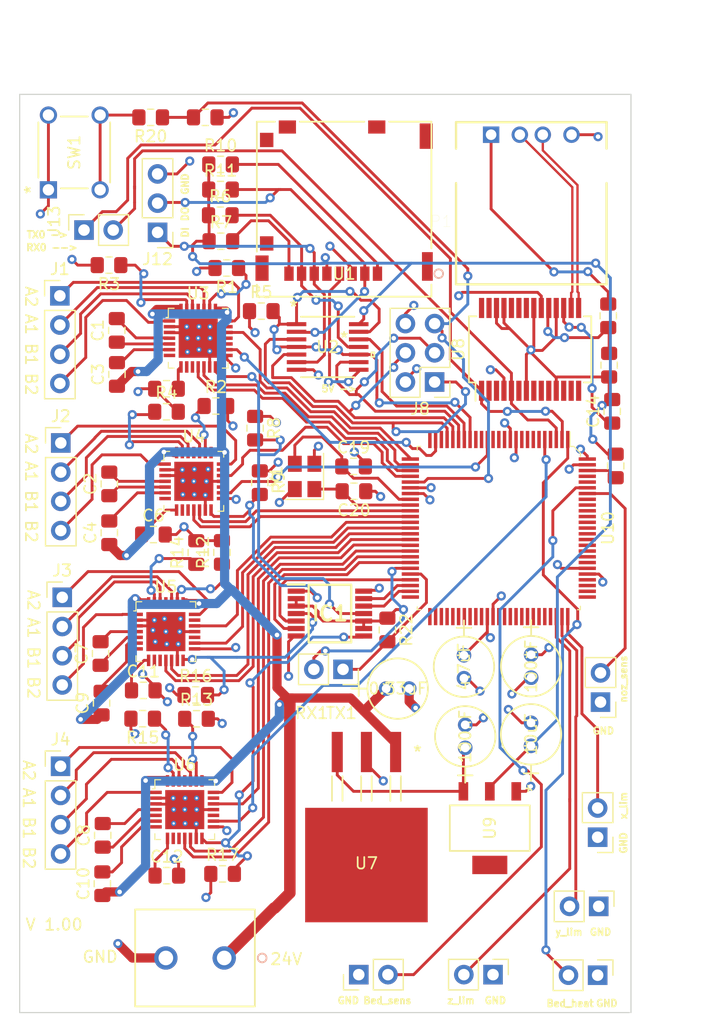
<source format=kicad_pcb>
(kicad_pcb (version 20171130) (host pcbnew "(5.1.6)-1")
  (layers (0 F.Cu signal) (1 GND signal) (2 +5V signal) (31 B.Cu signal) (34 B.Paste user hide) (35 F.Paste user hide) (36 B.SilkS user hide) (37 F.SilkS user hide) (38 B.Mask user hide) (39 F.Mask user hide) (44 Edge.Cuts user))
  (net 0 "")
  (net 1 /CPO_1)
  (net 2 "Net-(C1-Pad1)")
  (net 3 /VCP_1)
  (net 4 +24V)
  (net 5 GND)
  (net 6 /CPO_2)
  (net 7 /VCP_2)
  (net 8 "Net-(C6-Pad1)")
  (net 9 /CPO_3)
  (net 10 "Net-(C7-Pad1)")
  (net 11 /CPO_4)
  (net 12 "Net-(C8-Pad1)")
  (net 13 /VCP_3)
  (net 14 /VCP_4)
  (net 15 "Net-(C11-Pad1)")
  (net 16 "Net-(C12-Pad1)")
  (net 17 +5V)
  (net 18 +3V3)
  (net 19 /OB2_1)
  (net 20 /OA1_1)
  (net 21 /OA2_1)
  (net 22 /OB1_1)
  (net 23 /SD_DO)
  (net 24 /SD_clk)
  (net 25 /SD_DI)
  (net 26 /SD_select)
  (net 27 /OB2_2)
  (net 28 /OA1_2)
  (net 29 /OA2_2)
  (net 30 /OB1_2)
  (net 31 /RST)
  (net 32 /MOSI)
  (net 33 /SCK)
  (net 34 /MISO)
  (net 35 /OB2_3)
  (net 36 /OA1_3)
  (net 37 /OA2_3)
  (net 38 /OB1_3)
  (net 39 /OB2_4)
  (net 40 /OA1_4)
  (net 41 /OA2_4)
  (net 42 /OB1_4)
  (net 43 /X_limit)
  (net 44 /Y_limit)
  (net 45 /Z_limit)
  (net 46 /Heated_bed)
  (net 47 /Temp_sensor)
  (net 48 /TX1)
  (net 49 /RX0)
  (net 50 /TX0)
  (net 51 /USBD+)
  (net 52 /USBD-)
  (net 53 "Net-(P1-Pad1)")
  (net 54 /SD_connect)
  (net 55 "Net-(R3-Pad1)")
  (net 56 "Net-(R13-Pad1)")
  (net 57 "Net-(R15-Pad1)")
  (net 58 /DIR1)
  (net 59 /STEP1)
  (net 60 /INDEX1)
  (net 61 /DIAG1)
  (net 62 /CS)
  (net 63 "Net-(U3-Pad25)")
  (net 64 "Net-(U3-Pad20)")
  (net 65 /DIR2)
  (net 66 "Net-(U3-Pad17)")
  (net 67 /STEP2)
  (net 68 /INDEX2)
  (net 69 /DIAG2)
  (net 70 "Net-(U3-Pad10)")
  (net 71 "Net-(U3-Pad9)")
  (net 72 "Net-(U3-Pad7)")
  (net 73 "Net-(U5-Pad25)")
  (net 74 "Net-(U5-Pad17)")
  (net 75 "Net-(U5-Pad9)")
  (net 76 "Net-(U5-Pad7)")
  (net 77 /STEP4)
  (net 78 /INDEX3)
  (net 79 /INDEX4)
  (net 80 /DIAG3)
  (net 81 /DIAG4)
  (net 82 /DIR3)
  (net 83 /DIR4)
  (net 84 /STEP3)
  (net 85 "Net-(U6-Pad25)")
  (net 86 "Net-(U6-Pad20)")
  (net 87 "Net-(U6-Pad17)")
  (net 88 "Net-(U6-Pad10)")
  (net 89 "Net-(U6-Pad9)")
  (net 90 "Net-(U6-Pad7)")
  (net 91 "Net-(U8-Pad28)")
  (net 92 "Net-(U8-Pad27)")
  (net 93 "Net-(U8-Pad23)")
  (net 94 "Net-(U8-Pad22)")
  (net 95 "Net-(U8-Pad14)")
  (net 96 "Net-(U8-Pad13)")
  (net 97 "Net-(U8-Pad12)")
  (net 98 "Net-(U8-Pad10)")
  (net 99 "Net-(U8-Pad9)")
  (net 100 "Net-(U8-Pad6)")
  (net 101 "Net-(U8-Pad3)")
  (net 102 "Net-(U8-Pad2)")
  (net 103 /TMC_TX1)
  (net 104 /TMC_TX2)
  (net 105 /TMC_TX3)
  (net 106 /TMC_TX4)
  (net 107 /RX1)
  (net 108 /TMC_ENABLE1)
  (net 109 /TMC_ENABLE4)
  (net 110 /TMC_ENABLE3)
  (net 111 /TMC_ENABLE2)
  (net 112 /Heated_bed_sensor)
  (net 113 "Net-(C2-Pad1)")
  (net 114 "Net-(C5-Pad1)")
  (net 115 "Net-(C14-Pad1)")
  (net 116 "Net-(C19-Pad1)")
  (net 117 "Net-(C20-Pad2)")
  (net 118 "Net-(C21-Pad1)")
  (net 119 "Net-(R1-Pad1)")
  (net 120 "Net-(R2-Pad1)")
  (net 121 "Net-(R4-Pad1)")
  (net 122 "Net-(R7-Pad2)")
  (net 123 "Net-(R10-Pad2)")
  (net 124 "Net-(R12-Pad1)")
  (net 125 "Net-(R14-Pad1)")
  (net 126 "Net-(R18-Pad2)")
  (net 127 "Net-(R20-Pad2)")
  (net 128 "Net-(U4-Pad25)")
  (net 129 "Net-(U4-Pad20)")
  (net 130 "Net-(U4-Pad17)")
  (net 131 "Net-(U4-Pad10)")
  (net 132 "Net-(U4-Pad9)")
  (net 133 "Net-(U4-Pad7)")
  (net 134 "Net-(U5-Pad20)")
  (net 135 "Net-(U5-Pad10)")
  (net 136 "Net-(U10-Pad25)")
  (net 137 "Net-(U10-Pad23)")
  (net 138 "Net-(U10-Pad17)")
  (net 139 "Net-(U10-Pad16)")
  (net 140 "Net-(U10-Pad14)")
  (net 141 "Net-(U10-Pad13)")
  (net 142 "Net-(U10-Pad12)")
  (net 143 "Net-(U10-Pad9)")
  (net 144 "Net-(U10-Pad8)")
  (net 145 "Net-(U10-Pad7)")
  (net 146 "Net-(U10-Pad6)")
  (net 147 "Net-(U10-Pad4)")
  (net 148 "Net-(U10-Pad97)")
  (net 149 "Net-(U10-Pad96)")
  (net 150 "Net-(U10-Pad93)")
  (net 151 "Net-(U10-Pad92)")
  (net 152 "Net-(U10-Pad91)")
  (net 153 "Net-(U10-Pad90)")
  (net 154 "Net-(U10-Pad89)")
  (net 155 "Net-(U10-Pad88)")
  (net 156 "Net-(U10-Pad87)")
  (net 157 "Net-(U10-Pad86)")
  (net 158 "Net-(U10-Pad85)")
  (net 159 "Net-(U10-Pad84)")
  (net 160 "Net-(U10-Pad83)")
  (net 161 "Net-(U10-Pad82)")
  (net 162 "Net-(U10-Pad79)")
  (net 163 "Net-(U10-Pad78)")
  (net 164 "Net-(U10-Pad77)")
  (net 165 "Net-(U10-Pad72)")
  (net 166 "Net-(U10-Pad71)")
  (net 167 "Net-(U10-Pad70)")
  (net 168 "Net-(U10-Pad69)")
  (net 169 "Net-(U10-Pad68)")
  (net 170 "Net-(U10-Pad67)")
  (net 171 "Net-(U10-Pad66)")
  (net 172 "Net-(U10-Pad65)")
  (net 173 "Net-(U10-Pad64)")
  (net 174 "Net-(U10-Pad63)")
  (net 175 "Net-(U10-Pad60)")
  (net 176 "Net-(U10-Pad59)")
  (net 177 "Net-(U10-Pad58)")
  (net 178 "Net-(U10-Pad57)")
  (net 179 "Net-(U10-Pad56)")
  (net 180 "Net-(U10-Pad55)")
  (net 181 "Net-(U10-Pad54)")
  (net 182 "Net-(U10-Pad53)")
  (net 183 "Net-(U10-Pad52)")
  (net 184 "Net-(U10-Pad50)")
  (net 185 "Net-(U10-Pad51)")
  (net 186 "Net-(U10-Pad76)")
  (module Connector_PinHeader_2.54mm:PinHeader_1x02_P2.54mm_Vertical (layer F.Cu) (at 81.5 189 270)
    (fp_text reference J9)
    (fp_text value Conn_01x02)
    (pad 2 thru_hole oval (at 0 2.54 270) (size 1.7 1.7) (drill 1) (layers *.Cu *.Mask) (net 46 /Heated_bed))
    (pad 1 thru_hole rect (at 0 0 270) (size 1.7 1.7) (drill 1) (layers *.Cu *.Mask) (net 5 GND))
  )
  (module footprints:282837-2_power_connector (layer F.Cu) (at 49 187.5 180)
    (fp_text reference J15)
    (fp_text value Conn_01x02_Female)
    (fp_text user * (at 0 0) (layer F.SilkS))
    (pad 2 thru_hole circle (at 5.08 0 180) (size 2.032 2.032) (drill 1.27) (layers *.Cu *.Mask) (net 5 GND))
    (pad 1 thru_hole circle (at 0 0 180) (size 2.032 2.032) (drill 1.27) (layers *.Cu *.Mask) (net 4 +24V))
  )
  (module footprints:SOP65P640X110-14N (layer F.Cu) (at 58.2 157.55)
    (fp_text reference IC1 (at 0 0) (layer F.SilkS) (effects (font (size 1.27 1.27) (thickness 0.254))))
    (fp_text value 74HC4066PW,118 hide)
    (pad 14 smd rect (at 2.938 -1.95 90) (size 0.45 1.475) (layers F.Cu F.Paste F.Mask) (net 17 +5V))
    (pad 13 smd rect (at 2.938 -1.3 90) (size 0.45 1.475) (layers F.Cu F.Paste F.Mask) (net 111 /TMC_ENABLE2))
    (pad 12 smd rect (at 2.938 -0.65 90) (size 0.45 1.475) (layers F.Cu F.Paste F.Mask) (net 108 /TMC_ENABLE1))
    (pad 11 smd rect (at 2.938 0 90) (size 0.45 1.475) (layers F.Cu F.Paste F.Mask) (net 103 /TMC_TX1))
    (pad 10 smd rect (at 2.938 0.65 90) (size 0.45 1.475) (layers F.Cu F.Paste F.Mask) (net 107 /RX1))
    (pad 9 smd rect (at 2.938 1.3 90) (size 0.45 1.475) (layers F.Cu F.Paste F.Mask) (net 107 /RX1))
    (pad 8 smd rect (at 2.938 1.95 90) (size 0.45 1.475) (layers F.Cu F.Paste F.Mask) (net 106 /TMC_TX4))
    (pad 7 smd rect (at -2.938 1.95 90) (size 0.45 1.475) (layers F.Cu F.Paste F.Mask) (net 5 GND))
    (pad 6 smd rect (at -2.938 1.3 90) (size 0.45 1.475) (layers F.Cu F.Paste F.Mask) (net 109 /TMC_ENABLE4))
    (pad 5 smd rect (at -2.938 0.65 90) (size 0.45 1.475) (layers F.Cu F.Paste F.Mask) (net 110 /TMC_ENABLE3))
    (pad 4 smd rect (at -2.938 0 90) (size 0.45 1.475) (layers F.Cu F.Paste F.Mask) (net 105 /TMC_TX3))
    (pad 3 smd rect (at -2.938 -0.65 90) (size 0.45 1.475) (layers F.Cu F.Paste F.Mask) (net 107 /RX1))
    (pad 2 smd rect (at -2.938 -1.3 90) (size 0.45 1.475) (layers F.Cu F.Paste F.Mask) (net 107 /RX1))
    (pad 1 smd rect (at -2.938 -1.95 90) (size 0.45 1.475) (layers F.Cu F.Paste F.Mask) (net 104 /TMC_TX2))
  )
  (module Connector_PinHeader_2.54mm:PinHeader_1x02_P2.54mm_Vertical (layer F.Cu) (at 60.71 188.95 90)
    (fp_text reference J11)
    (fp_text value Conn_01x02)
    (pad 2 thru_hole oval (at 0 2.54 90) (size 1.7 1.7) (drill 1) (layers *.Cu *.Mask) (net 112 /Heated_bed_sensor))
    (pad 1 thru_hole rect (at 0 0 90) (size 1.7 1.7) (drill 1) (layers *.Cu *.Mask) (net 5 GND))
  )
  (module Resistor_SMD:R_0805_2012Metric_Pad1.15x1.40mm_HandSolder (layer F.Cu) (at 47.35 114.4 180)
    (fp_text reference R21)
    (fp_text value 4.7k)
    (pad 2 smd roundrect (at 1.025 0 180) (size 1.15 1.4) (layers F.Cu F.Paste F.Mask) (roundrect_rratio 0.217391) (net 31 /RST))
    (pad 1 smd roundrect (at -1.025 0 180) (size 1.15 1.4) (layers F.Cu F.Paste F.Mask) (roundrect_rratio 0.217391) (net 17 +5V))
  )
  (module Resistor_SMD:R_0805_2012Metric_Pad1.15x1.40mm_HandSolder (layer F.Cu) (at 42.6 114.4 180)
    (fp_text reference R20 (at 0 -1.65) (layer F.SilkS))
    (fp_text value 330)
    (pad 2 smd roundrect (at 1.025 0 180) (size 1.15 1.4) (layers F.Cu F.Paste F.Mask) (roundrect_rratio 0.217391) (net 127 "Net-(R20-Pad2)"))
    (pad 1 smd roundrect (at -1.025 0 180) (size 1.15 1.4) (layers F.Cu F.Paste F.Mask) (roundrect_rratio 0.217391) (net 31 /RST))
  )
  (module footprints:1825910-2_pushbutton (layer F.Cu) (at 38.2 114.2 90)
    (fp_text reference SW1 (at -3.25 -2.250001 90) (layer F.SilkS))
    (fp_text value 1825910-2)
    (fp_text user * (at -6.5 -6.011301 90) (layer F.SilkS))
    (fp_text user * (at -6.5 -6.011301 90) (layer F.SilkS))
    (pad 2 thru_hole circle (at 0.000001 -4.500001 90) (size 1.4986 1.4986) (drill 0.9906) (layers *.Cu *.Mask) (net 5 GND))
    (pad 4 thru_hole circle (at 0.000001 0 90) (size 1.4986 1.4986) (drill 0.9906) (layers *.Cu *.Mask) (net 127 "Net-(R20-Pad2)"))
    (pad 3 thru_hole circle (at -6.500001 0 90) (size 1.4986 1.4986) (drill 0.9906) (layers *.Cu *.Mask) (net 127 "Net-(R20-Pad2)"))
    (pad 1 thru_hole rect (at -6.500001 -4.500001 90) (size 1.4986 1.4986) (drill 0.9906) (layers *.Cu *.Mask) (net 5 GND))
  )
  (module Connector_PinSocket_2.54mm:PinSocket_1x02_P2.54mm_Vertical (layer F.Cu) (at 59.34 162.4 270)
    (fp_text reference J14)
    (fp_text value Conn_01x02_Female)
    (pad 2 thru_hole oval (at 0 2.54 270) (size 1.7 1.7) (drill 1) (layers *.Cu *.Mask) (net 107 /RX1))
    (pad 1 thru_hole rect (at 0 0 270) (size 1.7 1.7) (drill 1) (layers *.Cu *.Mask) (net 48 /TX1))
  )
  (module Connector_PinSocket_2.54mm:PinSocket_1x02_P2.54mm_Vertical (layer F.Cu) (at 36.8 124.2 90)
    (fp_text reference J13 (at 0.8 -2.6 90) (layer F.SilkS))
    (fp_text value Conn_01x02_Female)
    (pad 2 thru_hole oval (at 0 2.54 90) (size 1.7 1.7) (drill 1) (layers *.Cu *.Mask) (net 49 /RX0))
    (pad 1 thru_hole rect (at 0 0 90) (size 1.7 1.7) (drill 1) (layers *.Cu *.Mask) (net 50 /TX0))
  )
  (module footprints:UA7805CKTTR (layer F.Cu) (at 61.37656 179.26812 180)
    (fp_text reference U7 (at 0 0) (layer F.SilkS))
    (fp_text value uA7805)
    (fp_text user * (at -4.445 9.6774) (layer F.SilkS))
    (fp_text user * (at -4.445 9.6774) (layer F.SilkS))
    (pad 4 smd rect (at 0 -0.1524 180) (size 10.668 9.9568) (layers F.Cu F.Paste F.Mask))
    (pad 3 smd rect (at 2.54 9.6774 180) (size 0.9652 3.5052) (layers F.Cu F.Paste F.Mask) (net 17 +5V))
    (pad 2 smd rect (at 0 9.6774 180) (size 0.9652 3.5052) (layers F.Cu F.Paste F.Mask) (net 5 GND))
    (pad 1 smd rect (at -2.54 9.6774 180) (size 0.9652 3.5052) (layers F.Cu F.Paste F.Mask) (net 4 +24V))
  )
  (module footprints:alum_electro_cap (layer F.Cu) (at 75.71232 161.12896 270)
    (fp_text reference C15)
    (fp_text value 100nF (at 1 0 90) (layer F.SilkS))
    (fp_text user * (at 0 0 90) (layer F.SilkS))
    (pad 2 thru_hole circle (at 2 0 270) (size 1.27 1.27) (drill 0.762) (layers *.Cu *.Mask) (net 5 GND))
    (pad 1 thru_hole circle (at 0 0 270) (size 1.27 1.27) (drill 0.762) (layers *.Cu *.Mask) (net 17 +5V))
  )
  (module footprints:alum_electro_cap (layer F.Cu) (at 63.09614 164.07384)
    (fp_text reference C13)
    (fp_text value 0.33uF (at 1 0) (layer F.SilkS))
    (fp_text user * (at 0 0) (layer F.SilkS))
    (pad 2 thru_hole circle (at 2 0) (size 1.27 1.27) (drill 0.762) (layers *.Cu *.Mask) (net 5 GND))
    (pad 1 thru_hole circle (at 0 0) (size 1.27 1.27) (drill 0.762) (layers *.Cu *.Mask) (net 4 +24V))
  )
  (module footprints:alum_electro_cap (layer F.Cu) (at 75.70216 169.05224 90)
    (fp_text reference C18)
    (fp_text value 10uF (at 1 0 90) (layer F.SilkS))
    (fp_text user * (at 0 0 90) (layer F.SilkS))
    (pad 2 thru_hole circle (at 2 0 90) (size 1.27 1.27) (drill 0.762) (layers *.Cu *.Mask) (net 5 GND))
    (pad 1 thru_hole circle (at 0 0 90) (size 1.27 1.27) (drill 0.762) (layers *.Cu *.Mask) (net 18 +3V3))
  )
  (module footprints:alum_electro_cap (layer F.Cu) (at 69.86524 161.1757 270)
    (fp_text reference C17)
    (fp_text value 4.7uF (at 1 0 90) (layer F.SilkS))
    (fp_text user * (at 0 0 90) (layer F.SilkS))
    (pad 2 thru_hole circle (at 2 0 270) (size 1.27 1.27) (drill 0.762) (layers *.Cu *.Mask) (net 5 GND))
    (pad 1 thru_hole circle (at 0 0 270) (size 1.27 1.27) (drill 0.762) (layers *.Cu *.Mask) (net 17 +5V))
  )
  (module footprints:alum_electro_cap (layer F.Cu) (at 69.97446 169.23004 90)
    (fp_text reference C16)
    (fp_text value 100nF (at 1 0 90) (layer F.SilkS))
    (fp_text user * (at 0 0 90) (layer F.SilkS))
    (pad 2 thru_hole circle (at 2 0 90) (size 1.27 1.27) (drill 0.762) (layers *.Cu *.Mask) (net 5 GND))
    (pad 1 thru_hole circle (at 0 0 90) (size 1.27 1.27) (drill 0.762) (layers *.Cu *.Mask) (net 17 +5V))
  )
  (module Capacitor_SMD:C_0805_2012Metric_Pad1.15x1.40mm_HandSolder (layer F.Cu) (at 41.95688 164.23132)
    (fp_text reference C11 (at 0 -1.65) (layer F.SilkS))
    (fp_text value 2.2uF)
    (pad 1 smd roundrect (at -1.025 0) (size 1.15 1.4) (layers F.Cu F.Paste F.Mask) (roundrect_rratio 0.217391) (net 15 "Net-(C11-Pad1)"))
    (pad 2 smd roundrect (at 1.025 0) (size 1.15 1.4) (layers F.Cu F.Paste F.Mask) (roundrect_rratio 0.217391) (net 5 GND))
  )
  (module digikey-footprints:VFQFN-28-1EP_5x5mm (layer F.Cu) (at 43.92168 159.12084)
    (fp_text reference U5 (at 0 -3.9) (layer F.SilkS))
    (fp_text value TMC2208-LA-T)
    (pad 29 smd rect (at 0 0) (size 3.4 3.4) (layers F.Cu F.Paste F.Mask) (net 5 GND))
    (pad 28 smd rect (at -1.5 -2.5) (size 0.3 1) (layers F.Cu F.Paste F.Mask) (net 4 +24V))
    (pad 27 smd rect (at -1 -2.5) (size 0.3 1) (layers F.Cu F.Paste F.Mask) (net 125 "Net-(R14-Pad1)"))
    (pad 26 smd rect (at -0.5 -2.5) (size 0.3 1) (layers F.Cu F.Paste F.Mask) (net 38 /OB1_3))
    (pad 25 smd rect (at 0 -2.5) (size 0.3 1) (layers F.Cu F.Paste F.Mask) (net 73 "Net-(U5-Pad25)"))
    (pad 24 smd rect (at 0.5 -2.5) (size 0.3 1) (layers F.Cu F.Paste F.Mask) (net 36 /OA1_3))
    (pad 23 smd rect (at 1 -2.5) (size 0.3 1) (layers F.Cu F.Paste F.Mask) (net 124 "Net-(R12-Pad1)"))
    (pad 21 smd rect (at 2.5 -1.5) (size 1 0.3) (layers F.Cu F.Paste F.Mask) (net 37 /OA2_3))
    (pad 20 smd rect (at 2.5 -1) (size 1 0.3) (layers F.Cu F.Paste F.Mask) (net 134 "Net-(U5-Pad20)"))
    (pad 19 smd rect (at 2.5 -0.5) (size 1 0.3) (layers F.Cu F.Paste F.Mask) (net 82 /DIR3))
    (pad 18 smd rect (at 2.5 0) (size 1 0.3) (layers F.Cu F.Paste F.Mask) (net 5 GND))
    (pad 17 smd rect (at 2.5 0.5) (size 1 0.3) (layers F.Cu F.Paste F.Mask) (net 74 "Net-(U5-Pad17)"))
    (pad 16 smd rect (at 2.5 1) (size 1 0.3) (layers F.Cu F.Paste F.Mask) (net 84 /STEP3))
    (pad 14 smd rect (at 1.5 2.5) (size 0.3 1) (layers F.Cu F.Paste F.Mask) (net 105 /TMC_TX3))
    (pad 13 smd rect (at 1 2.5) (size 0.3 1) (layers F.Cu F.Paste F.Mask) (net 5 GND))
    (pad 12 smd rect (at 0.5 2.5) (size 0.3 1) (layers F.Cu F.Paste F.Mask) (net 78 /INDEX3))
    (pad 11 smd rect (at 0 2.5) (size 0.3 1) (layers F.Cu F.Paste F.Mask) (net 80 /DIAG3))
    (pad 10 smd rect (at -0.5 2.5) (size 0.3 1) (layers F.Cu F.Paste F.Mask) (net 135 "Net-(U5-Pad10)"))
    (pad 9 smd rect (at -1 2.5) (size 0.3 1) (layers F.Cu F.Paste F.Mask) (net 75 "Net-(U5-Pad9)"))
    (pad 7 smd rect (at -2.5 1.5) (size 1 0.3) (layers F.Cu F.Paste F.Mask) (net 76 "Net-(U5-Pad7)"))
    (pad 6 smd rect (at -2.5 1) (size 1 0.3) (layers F.Cu F.Paste F.Mask) (net 13 /VCP_3))
    (pad 5 smd rect (at -2.5 0.5) (size 1 0.3) (layers F.Cu F.Paste F.Mask) (net 10 "Net-(C7-Pad1)"))
    (pad 4 smd rect (at -2.5 0) (size 1 0.3) (layers F.Cu F.Paste F.Mask) (net 9 /CPO_3))
    (pad 3 smd rect (at -2.5 -0.5) (size 1 0.3) (layers F.Cu F.Paste F.Mask) (net 5 GND))
    (pad 2 smd rect (at -2.5 -1) (size 1 0.3) (layers F.Cu F.Paste F.Mask) (net 5 GND))
    (pad 1 smd rect (at -2.5 -1.5) (size 1 0.3) (layers F.Cu F.Paste F.Mask) (net 35 /OB2_3))
    (pad 8 smd rect (at -1.5 2.5) (size 0.3 1) (layers F.Cu F.Paste F.Mask) (net 15 "Net-(C11-Pad1)"))
    (pad 15 smd rect (at 2.5 1.5) (size 1 0.3) (layers F.Cu F.Paste F.Mask) (net 17 +5V))
    (pad 22 smd rect (at 1.5 -2.5) (size 0.3 1) (layers F.Cu F.Paste F.Mask) (net 4 +24V))
  )
  (module Resistor_SMD:R_0805_2012Metric_Pad1.15x1.40mm_HandSolder (layer F.Cu) (at 46.52148 164.62756)
    (fp_text reference R16 (at 0 -1.65) (layer F.SilkS))
    (fp_text value 22k)
    (pad 2 smd roundrect (at 1.025 0) (size 1.15 1.4) (layers F.Cu F.Paste F.Mask) (roundrect_rratio 0.217391) (net 105 /TMC_TX3))
    (pad 1 smd roundrect (at -1.025 0) (size 1.15 1.4) (layers F.Cu F.Paste F.Mask) (roundrect_rratio 0.217391) (net 17 +5V))
  )
  (module Capacitor_SMD:C_0805_2012Metric_Pad1.15x1.40mm_HandSolder (layer F.Cu) (at 38.32606 165.33738 90)
    (fp_text reference C9 (at 0 -1.65 90) (layer F.SilkS))
    (fp_text value 100nF)
    (pad 2 smd roundrect (at 1.025 0 90) (size 1.15 1.4) (layers F.Cu F.Paste F.Mask) (roundrect_rratio 0.217391) (net 13 /VCP_3))
    (pad 1 smd roundrect (at -1.025 0 90) (size 1.15 1.4) (layers F.Cu F.Paste F.Mask) (roundrect_rratio 0.217391) (net 4 +24V))
  )
  (module Capacitor_SMD:C_0805_2012Metric_Pad1.15x1.40mm_HandSolder (layer F.Cu) (at 38.2397 161.025 90)
    (fp_text reference C7 (at 0 -1.65 90) (layer F.SilkS))
    (fp_text value 22nF)
    (pad 2 smd roundrect (at 1.025 0 90) (size 1.15 1.4) (layers F.Cu F.Paste F.Mask) (roundrect_rratio 0.217391) (net 9 /CPO_3))
    (pad 1 smd roundrect (at -1.025 0 90) (size 1.15 1.4) (layers F.Cu F.Paste F.Mask) (roundrect_rratio 0.217391) (net 10 "Net-(C7-Pad1)"))
  )
  (module digikey-footprints:VFQFN-28-1EP_5x5mm (layer F.Cu) (at 45.56506 174.5996)
    (fp_text reference U6 (at 0 -3.9) (layer F.SilkS))
    (fp_text value TMC2208-LA-T)
    (pad 29 smd rect (at 0 0) (size 3.4 3.4) (layers F.Cu F.Paste F.Mask) (net 5 GND))
    (pad 28 smd rect (at -1.5 -2.5) (size 0.3 1) (layers F.Cu F.Paste F.Mask) (net 4 +24V))
    (pad 27 smd rect (at -1 -2.5) (size 0.3 1) (layers F.Cu F.Paste F.Mask) (net 57 "Net-(R15-Pad1)"))
    (pad 26 smd rect (at -0.5 -2.5) (size 0.3 1) (layers F.Cu F.Paste F.Mask) (net 42 /OB1_4))
    (pad 25 smd rect (at 0 -2.5) (size 0.3 1) (layers F.Cu F.Paste F.Mask) (net 85 "Net-(U6-Pad25)"))
    (pad 24 smd rect (at 0.5 -2.5) (size 0.3 1) (layers F.Cu F.Paste F.Mask) (net 40 /OA1_4))
    (pad 23 smd rect (at 1 -2.5) (size 0.3 1) (layers F.Cu F.Paste F.Mask) (net 56 "Net-(R13-Pad1)"))
    (pad 21 smd rect (at 2.5 -1.5) (size 1 0.3) (layers F.Cu F.Paste F.Mask) (net 41 /OA2_4))
    (pad 20 smd rect (at 2.5 -1) (size 1 0.3) (layers F.Cu F.Paste F.Mask) (net 86 "Net-(U6-Pad20)"))
    (pad 19 smd rect (at 2.5 -0.5) (size 1 0.3) (layers F.Cu F.Paste F.Mask) (net 83 /DIR4))
    (pad 18 smd rect (at 2.5 0) (size 1 0.3) (layers F.Cu F.Paste F.Mask) (net 5 GND))
    (pad 17 smd rect (at 2.5 0.5) (size 1 0.3) (layers F.Cu F.Paste F.Mask) (net 87 "Net-(U6-Pad17)"))
    (pad 16 smd rect (at 2.5 1) (size 1 0.3) (layers F.Cu F.Paste F.Mask) (net 77 /STEP4))
    (pad 14 smd rect (at 1.5 2.5) (size 0.3 1) (layers F.Cu F.Paste F.Mask) (net 106 /TMC_TX4))
    (pad 13 smd rect (at 1 2.5) (size 0.3 1) (layers F.Cu F.Paste F.Mask) (net 5 GND))
    (pad 12 smd rect (at 0.5 2.5) (size 0.3 1) (layers F.Cu F.Paste F.Mask) (net 79 /INDEX4))
    (pad 11 smd rect (at 0 2.5) (size 0.3 1) (layers F.Cu F.Paste F.Mask) (net 81 /DIAG4))
    (pad 10 smd rect (at -0.5 2.5) (size 0.3 1) (layers F.Cu F.Paste F.Mask) (net 88 "Net-(U6-Pad10)"))
    (pad 9 smd rect (at -1 2.5) (size 0.3 1) (layers F.Cu F.Paste F.Mask) (net 89 "Net-(U6-Pad9)"))
    (pad 7 smd rect (at -2.5 1.5) (size 1 0.3) (layers F.Cu F.Paste F.Mask) (net 90 "Net-(U6-Pad7)"))
    (pad 6 smd rect (at -2.5 1) (size 1 0.3) (layers F.Cu F.Paste F.Mask) (net 14 /VCP_4))
    (pad 5 smd rect (at -2.5 0.5) (size 1 0.3) (layers F.Cu F.Paste F.Mask) (net 12 "Net-(C8-Pad1)"))
    (pad 4 smd rect (at -2.5 0) (size 1 0.3) (layers F.Cu F.Paste F.Mask) (net 11 /CPO_4))
    (pad 3 smd rect (at -2.5 -0.5) (size 1 0.3) (layers F.Cu F.Paste F.Mask) (net 5 GND))
    (pad 2 smd rect (at -2.5 -1) (size 1 0.3) (layers F.Cu F.Paste F.Mask) (net 5 GND))
    (pad 1 smd rect (at -2.5 -1.5) (size 1 0.3) (layers F.Cu F.Paste F.Mask) (net 39 /OB2_4))
    (pad 8 smd rect (at -1.5 2.5) (size 0.3 1) (layers F.Cu F.Paste F.Mask) (net 16 "Net-(C12-Pad1)"))
    (pad 15 smd rect (at 2.5 1.5) (size 1 0.3) (layers F.Cu F.Paste F.Mask) (net 17 +5V))
    (pad 22 smd rect (at 1.5 -2.5) (size 0.3 1) (layers F.Cu F.Paste F.Mask) (net 4 +24V))
  )
  (module Resistor_SMD:R_0805_2012Metric_Pad1.15x1.40mm_HandSolder (layer F.Cu) (at 48.85806 180.1876)
    (fp_text reference R17 (at 0 -1.65) (layer F.SilkS))
    (fp_text value 22k)
    (pad 1 smd roundrect (at -1.025 0) (size 1.15 1.4) (layers F.Cu F.Paste F.Mask) (roundrect_rratio 0.217391) (net 17 +5V))
    (pad 2 smd roundrect (at 1.025 0) (size 1.15 1.4) (layers F.Cu F.Paste F.Mask) (roundrect_rratio 0.217391) (net 106 /TMC_TX4))
  )
  (module Resistor_SMD:R_0805_2012Metric_Pad1.15x1.40mm_HandSolder (layer F.Cu) (at 41.90608 166.69004 180)
    (fp_text reference R15 (at 0 -1.65) (layer F.SilkS))
    (fp_text value 180m)
    (pad 2 smd roundrect (at 1.025 0 180) (size 1.15 1.4) (layers F.Cu F.Paste F.Mask) (roundrect_rratio 0.217391) (net 5 GND))
    (pad 1 smd roundrect (at -1.025 0 180) (size 1.15 1.4) (layers F.Cu F.Paste F.Mask) (roundrect_rratio 0.217391) (net 57 "Net-(R15-Pad1)"))
  )
  (module Resistor_SMD:R_0805_2012Metric_Pad1.15x1.40mm_HandSolder (layer F.Cu) (at 46.56836 152.2439 90)
    (fp_text reference R14 (at 0 -1.65 90) (layer F.SilkS))
    (fp_text value 180m)
    (pad 2 smd roundrect (at 1.025 0 90) (size 1.15 1.4) (layers F.Cu F.Paste F.Mask) (roundrect_rratio 0.217391) (net 5 GND))
    (pad 1 smd roundrect (at -1.025 0 90) (size 1.15 1.4) (layers F.Cu F.Paste F.Mask) (roundrect_rratio 0.217391) (net 125 "Net-(R14-Pad1)"))
  )
  (module Resistor_SMD:R_0805_2012Metric_Pad1.15x1.40mm_HandSolder (layer F.Cu) (at 46.58752 166.7002)
    (fp_text reference R13 (at 0 -1.65) (layer F.SilkS))
    (fp_text value 180m)
    (pad 2 smd roundrect (at 1.025 0) (size 1.15 1.4) (layers F.Cu F.Paste F.Mask) (roundrect_rratio 0.217391) (net 5 GND))
    (pad 1 smd roundrect (at -1.025 0) (size 1.15 1.4) (layers F.Cu F.Paste F.Mask) (roundrect_rratio 0.217391) (net 56 "Net-(R13-Pad1)"))
  )
  (module Resistor_SMD:R_0805_2012Metric_Pad1.15x1.40mm_HandSolder (layer F.Cu) (at 48.80102 152.23352 90)
    (fp_text reference R12 (at 0 -1.65 90) (layer F.SilkS))
    (fp_text value 180m)
    (pad 2 smd roundrect (at 1.025 0 90) (size 1.15 1.4) (layers F.Cu F.Paste F.Mask) (roundrect_rratio 0.217391) (net 5 GND))
    (pad 1 smd roundrect (at -1.025 0 90) (size 1.15 1.4) (layers F.Cu F.Paste F.Mask) (roundrect_rratio 0.217391) (net 124 "Net-(R12-Pad1)"))
  )
  (module Capacitor_SMD:C_0805_2012Metric_Pad1.15x1.40mm_HandSolder (layer F.Cu) (at 44.00666 180.34)
    (fp_text reference C12 (at 0 -1.65) (layer F.SilkS))
    (fp_text value 2.2uF)
    (pad 2 smd roundrect (at 1.025 0) (size 1.15 1.4) (layers F.Cu F.Paste F.Mask) (roundrect_rratio 0.217391) (net 5 GND))
    (pad 1 smd roundrect (at -1.025 0) (size 1.15 1.4) (layers F.Cu F.Paste F.Mask) (roundrect_rratio 0.217391) (net 16 "Net-(C12-Pad1)"))
  )
  (module Capacitor_SMD:C_0805_2012Metric_Pad1.15x1.40mm_HandSolder (layer F.Cu) (at 38.39464 181.0422 90)
    (fp_text reference C10 (at 0 -1.65 90) (layer F.SilkS))
    (fp_text value 100nF)
    (pad 2 smd roundrect (at 1.025 0 90) (size 1.15 1.4) (layers F.Cu F.Paste F.Mask) (roundrect_rratio 0.217391) (net 14 /VCP_4))
    (pad 1 smd roundrect (at -1.025 0 90) (size 1.15 1.4) (layers F.Cu F.Paste F.Mask) (roundrect_rratio 0.217391) (net 4 +24V))
  )
  (module Capacitor_SMD:C_0805_2012Metric_Pad1.15x1.40mm_HandSolder (layer F.Cu) (at 38.42512 176.83618 90)
    (fp_text reference C8 (at 0 -1.65 90) (layer F.SilkS))
    (fp_text value 22nF)
    (pad 2 smd roundrect (at 1.025 0 90) (size 1.15 1.4) (layers F.Cu F.Paste F.Mask) (roundrect_rratio 0.217391) (net 11 /CPO_4))
    (pad 1 smd roundrect (at -1.025 0 90) (size 1.15 1.4) (layers F.Cu F.Paste F.Mask) (roundrect_rratio 0.217391) (net 12 "Net-(C8-Pad1)"))
  )
  (module digikey-footprints:VFQFN-28-1EP_5x5mm (layer F.Cu) (at 46.355 146.05)
    (fp_text reference U4 (at 0 -3.9) (layer F.SilkS))
    (fp_text value TMC2208-LA-T)
    (pad 29 smd rect (at 0 0) (size 3.4 3.4) (layers F.Cu F.Paste F.Mask) (net 5 GND))
    (pad 28 smd rect (at -1.5 -2.5) (size 0.3 1) (layers F.Cu F.Paste F.Mask) (net 4 +24V))
    (pad 27 smd rect (at -1 -2.5) (size 0.3 1) (layers F.Cu F.Paste F.Mask) (net 121 "Net-(R4-Pad1)"))
    (pad 26 smd rect (at -0.5 -2.5) (size 0.3 1) (layers F.Cu F.Paste F.Mask) (net 30 /OB1_2))
    (pad 25 smd rect (at 0 -2.5) (size 0.3 1) (layers F.Cu F.Paste F.Mask) (net 128 "Net-(U4-Pad25)"))
    (pad 24 smd rect (at 0.5 -2.5) (size 0.3 1) (layers F.Cu F.Paste F.Mask) (net 28 /OA1_2))
    (pad 23 smd rect (at 1 -2.5) (size 0.3 1) (layers F.Cu F.Paste F.Mask) (net 120 "Net-(R2-Pad1)"))
    (pad 21 smd rect (at 2.5 -1.5) (size 1 0.3) (layers F.Cu F.Paste F.Mask) (net 29 /OA2_2))
    (pad 20 smd rect (at 2.5 -1) (size 1 0.3) (layers F.Cu F.Paste F.Mask) (net 129 "Net-(U4-Pad20)"))
    (pad 19 smd rect (at 2.5 -0.5) (size 1 0.3) (layers F.Cu F.Paste F.Mask) (net 65 /DIR2))
    (pad 18 smd rect (at 2.5 0) (size 1 0.3) (layers F.Cu F.Paste F.Mask) (net 5 GND))
    (pad 17 smd rect (at 2.5 0.5) (size 1 0.3) (layers F.Cu F.Paste F.Mask) (net 130 "Net-(U4-Pad17)"))
    (pad 16 smd rect (at 2.5 1) (size 1 0.3) (layers F.Cu F.Paste F.Mask) (net 67 /STEP2))
    (pad 14 smd rect (at 1.5 2.5) (size 0.3 1) (layers F.Cu F.Paste F.Mask) (net 104 /TMC_TX2))
    (pad 13 smd rect (at 1 2.5) (size 0.3 1) (layers F.Cu F.Paste F.Mask) (net 5 GND))
    (pad 12 smd rect (at 0.5 2.5) (size 0.3 1) (layers F.Cu F.Paste F.Mask) (net 68 /INDEX2))
    (pad 11 smd rect (at 0 2.5) (size 0.3 1) (layers F.Cu F.Paste F.Mask) (net 69 /DIAG2))
    (pad 10 smd rect (at -0.5 2.5) (size 0.3 1) (layers F.Cu F.Paste F.Mask) (net 131 "Net-(U4-Pad10)"))
    (pad 9 smd rect (at -1 2.5) (size 0.3 1) (layers F.Cu F.Paste F.Mask) (net 132 "Net-(U4-Pad9)"))
    (pad 7 smd rect (at -2.5 1.5) (size 1 0.3) (layers F.Cu F.Paste F.Mask) (net 133 "Net-(U4-Pad7)"))
    (pad 6 smd rect (at -2.5 1) (size 1 0.3) (layers F.Cu F.Paste F.Mask) (net 7 /VCP_2))
    (pad 5 smd rect (at -2.5 0.5) (size 1 0.3) (layers F.Cu F.Paste F.Mask) (net 113 "Net-(C2-Pad1)"))
    (pad 4 smd rect (at -2.5 0) (size 1 0.3) (layers F.Cu F.Paste F.Mask) (net 6 /CPO_2))
    (pad 3 smd rect (at -2.5 -0.5) (size 1 0.3) (layers F.Cu F.Paste F.Mask) (net 5 GND))
    (pad 2 smd rect (at -2.5 -1) (size 1 0.3) (layers F.Cu F.Paste F.Mask) (net 5 GND))
    (pad 1 smd rect (at -2.5 -1.5) (size 1 0.3) (layers F.Cu F.Paste F.Mask) (net 27 /OB2_2))
    (pad 8 smd rect (at -1.5 2.5) (size 0.3 1) (layers F.Cu F.Paste F.Mask) (net 8 "Net-(C6-Pad1)"))
    (pad 15 smd rect (at 2.5 1.5) (size 1 0.3) (layers F.Cu F.Paste F.Mask) (net 17 +5V))
    (pad 22 smd rect (at 1.5 -2.5) (size 0.3 1) (layers F.Cu F.Paste F.Mask) (net 4 +24V))
  )
  (module Resistor_SMD:R_0805_2012Metric_Pad1.15x1.40mm_HandSolder (layer F.Cu) (at 43.975 140)
    (fp_text reference R4 (at 0 -1.65) (layer F.SilkS))
    (fp_text value 180m)
    (pad 2 smd roundrect (at 1.025 0) (size 1.15 1.4) (layers F.Cu F.Paste F.Mask) (roundrect_rratio 0.217391) (net 5 GND))
    (pad 1 smd roundrect (at -1.025 0) (size 1.15 1.4) (layers F.Cu F.Paste F.Mask) (roundrect_rratio 0.217391) (net 121 "Net-(R4-Pad1)"))
  )
  (module Resistor_SMD:R_0805_2012Metric_Pad1.15x1.40mm_HandSolder (layer F.Cu) (at 48.275 139.5)
    (fp_text reference R2 (at 0 -1.65) (layer F.SilkS))
    (fp_text value 180m)
    (pad 2 smd roundrect (at 1.025 0) (size 1.15 1.4) (layers F.Cu F.Paste F.Mask) (roundrect_rratio 0.217391) (net 5 GND))
    (pad 1 smd roundrect (at -1.025 0) (size 1.15 1.4) (layers F.Cu F.Paste F.Mask) (roundrect_rratio 0.217391) (net 120 "Net-(R2-Pad1)"))
  )
  (module Connector_PinHeader_2.54mm:PinHeader_1x04_P2.54mm_Vertical (layer F.Cu) (at 34.77768 142.71244)
    (fp_text reference J2 (at 0 -2.33) (layer F.SilkS))
    (fp_text value Conn_01x04_Female)
    (pad 4 thru_hole oval (at 0 7.62) (size 1.7 1.7) (drill 1) (layers *.Cu *.Mask) (net 27 /OB2_2))
    (pad 3 thru_hole oval (at 0 5.08) (size 1.7 1.7) (drill 1) (layers *.Cu *.Mask) (net 30 /OB1_2))
    (pad 2 thru_hole oval (at 0 2.54) (size 1.7 1.7) (drill 1) (layers *.Cu *.Mask) (net 28 /OA1_2))
    (pad 1 thru_hole rect (at 0 0) (size 1.7 1.7) (drill 1) (layers *.Cu *.Mask) (net 29 /OA2_2))
  )
  (module Capacitor_SMD:C_0805_2012Metric_Pad1.15x1.40mm_HandSolder (layer F.Cu) (at 42.8408 150.67788)
    (fp_text reference C6 (at 0 -1.65) (layer F.SilkS))
    (fp_text value 2.2uF)
    (pad 2 smd roundrect (at 1.025 0) (size 1.15 1.4) (layers F.Cu F.Paste F.Mask) (roundrect_rratio 0.217391) (net 5 GND))
    (pad 1 smd roundrect (at -1.025 0) (size 1.15 1.4) (layers F.Cu F.Paste F.Mask) (roundrect_rratio 0.217391) (net 8 "Net-(C6-Pad1)"))
  )
  (module Capacitor_SMD:C_0805_2012Metric_Pad1.15x1.40mm_HandSolder (layer F.Cu) (at 39 150.525 90)
    (fp_text reference C4 (at 0 -1.65 90) (layer F.SilkS))
    (fp_text value 100nF)
    (pad 2 smd roundrect (at 1.025 0 90) (size 1.15 1.4) (layers F.Cu F.Paste F.Mask) (roundrect_rratio 0.217391) (net 7 /VCP_2))
    (pad 1 smd roundrect (at -1.025 0 90) (size 1.15 1.4) (layers F.Cu F.Paste F.Mask) (roundrect_rratio 0.217391) (net 4 +24V))
  )
  (module Capacitor_SMD:C_0805_2012Metric_Pad1.15x1.40mm_HandSolder (layer F.Cu) (at 39 146.275 90)
    (fp_text reference C2 (at 0 -1.65 90) (layer F.SilkS))
    (fp_text value 22nF)
    (pad 2 smd roundrect (at 1.025 0 90) (size 1.15 1.4) (layers F.Cu F.Paste F.Mask) (roundrect_rratio 0.217391) (net 6 /CPO_2))
    (pad 1 smd roundrect (at -1.025 0 90) (size 1.15 1.4) (layers F.Cu F.Paste F.Mask) (roundrect_rratio 0.217391) (net 113 "Net-(C2-Pad1)"))
  )
  (module Crystal:Crystal_SMD_3225-4Pin_3.2x2.5mm (layer F.Cu) (at 55.9952 145.626 90)
    (fp_text reference Y1 (at 0 -2.45 90) (layer F.SilkS))
    (fp_text value Crystal_GND24)
    (pad 4 smd rect (at -1.1 -0.85 90) (size 1.4 1.2) (layers F.Cu F.Paste F.Mask) (net 5 GND))
    (pad 3 smd rect (at 1.1 -0.85 90) (size 1.4 1.2) (layers F.Cu F.Paste F.Mask) (net 116 "Net-(C19-Pad1)"))
    (pad 2 smd rect (at 1.1 0.85 90) (size 1.4 1.2) (layers F.Cu F.Paste F.Mask) (net 5 GND))
    (pad 1 smd rect (at -1.1 0.85 90) (size 1.4 1.2) (layers F.Cu F.Paste F.Mask) (net 117 "Net-(C20-Pad2)"))
  )
  (module footprints:503182-1852 (layer F.Cu) (at 59.436 133.604 180)
    (fp_text reference U1 (at 0 5.610299) (layer F.SilkS))
    (fp_text value 503182-1852)
    (fp_text user * (at 0 0) (layer F.SilkS))
    (pad 14 smd rect (at 6.74 8.240299 180) (size 1.1684 1.2446) (layers F.Cu F.Paste F.Mask))
    (pad 12 smd rect (at 7.145 6.090299 180) (size 1.143 2.2098) (layers F.Cu F.Paste F.Mask))
    (pad 13 smd rect (at -7.145001 17.570299 180) (size 1.143 2.2098) (layers F.Cu F.Paste F.Mask))
    (pad 15 smd rect (at 6.74 17.240299 180) (size 1.1684 1.2446) (layers F.Cu F.Paste F.Mask))
    (pad 11 smd rect (at -7.245 6.240299 180) (size 0.9398 2.4892) (layers F.Cu F.Paste F.Mask))
    (pad 10 smd rect (at 4.94 18.365298 180) (size 1.4986 1.143) (layers F.Cu F.Paste F.Mask))
    (pad 9 smd rect (at -2.84 18.365298 180) (size 1.4986 1.143) (layers F.Cu F.Paste F.Mask))
    (pad 1 smd rect (at 4.800001 5.610299 180) (size 0.8128 1.2446) (layers F.Cu F.Paste F.Mask) (net 122 "Net-(R7-Pad2)"))
    (pad 2 smd rect (at 3.7 5.610299 180) (size 0.8128 1.2446) (layers F.Cu F.Paste F.Mask) (net 26 /SD_select))
    (pad 3 smd rect (at 2.6 5.610299 180) (size 0.8128 1.2446) (layers F.Cu F.Paste F.Mask) (net 25 /SD_DI))
    (pad 4 smd rect (at 1.5 5.610299 180) (size 0.8128 1.2446) (layers F.Cu F.Paste F.Mask) (net 18 +3V3))
    (pad 5 smd rect (at 0.399999 5.610299 180) (size 0.8128 1.2446) (layers F.Cu F.Paste F.Mask) (net 24 /SD_clk))
    (pad 6 smd rect (at -0.700001 5.610299 180) (size 0.8128 1.2446) (layers F.Cu F.Paste F.Mask) (net 5 GND))
    (pad 7 smd rect (at -1.800001 5.610299 180) (size 0.8128 1.2446) (layers F.Cu F.Paste F.Mask) (net 23 /SD_DO))
    (pad 8 smd rect (at -2.899999 5.610299 180) (size 0.8128 1.2446) (layers F.Cu F.Paste F.Mask) (net 123 "Net-(R10-Pad2)"))
  )
  (module footprints:OST_USB-A1HSW6 (layer F.Cu) (at 75.726 122.418)
    (fp_text reference P1 (at -7.84845 1.02676 180) (layer F.SilkS) (effects (font (size 1.001717 1.001717) (thickness 0.015))))
    (fp_text value USB-A1HSW6)
    (pad None np_thru_hole circle (at 6.57 -3.8) (size 2.3 2.3) (drill 2.3) (layers *.Cu *.Mask))
    (pad None np_thru_hole circle (at -6.57 -3.8) (size 2.3 2.3) (drill 2.3) (layers *.Cu *.Mask))
    (pad 4 thru_hole circle (at 3.5 -6.51) (size 1.428 1.428) (drill 0.92) (layers *.Cu *.Mask) (net 5 GND))
    (pad 3 thru_hole circle (at 1 -6.51) (size 1.428 1.428) (drill 0.92) (layers *.Cu *.Mask) (net 51 /USBD+))
    (pad 2 thru_hole circle (at -1 -6.51) (size 1.428 1.428) (drill 0.92) (layers *.Cu *.Mask) (net 52 /USBD-))
    (pad 1 thru_hole rect (at -3.5 -6.51) (size 1.428 1.428) (drill 0.92) (layers *.Cu *.Mask) (net 53 "Net-(P1-Pad1)"))
  )
  (module Resistor_SMD:R_0805_2012Metric_Pad1.15x1.40mm_HandSolder (layer F.Cu) (at 63.2 158.975 270)
    (fp_text reference R22 (at 0 -1.65 90) (layer F.SilkS))
    (fp_text value 1k)
    (pad 2 smd roundrect (at 1.025 0 270) (size 1.15 1.4) (layers F.Cu F.Paste F.Mask) (roundrect_rratio 0.217391) (net 48 /TX1))
    (pad 1 smd roundrect (at -1.025 0 270) (size 1.15 1.4) (layers F.Cu F.Paste F.Mask) (roundrect_rratio 0.217391) (net 107 /RX1))
  )
  (module Resistor_SMD:R_0805_2012Metric_Pad1.15x1.40mm_HandSolder (layer F.Cu) (at 52.0954 146.168 270)
    (fp_text reference R9 (at 0 -1.65 90) (layer F.SilkS))
    (fp_text value 22k)
    (pad 1 smd roundrect (at -1.025 0 270) (size 1.15 1.4) (layers F.Cu F.Paste F.Mask) (roundrect_rratio 0.217391) (net 17 +5V))
    (pad 2 smd roundrect (at 1.025 0 270) (size 1.15 1.4) (layers F.Cu F.Paste F.Mask) (roundrect_rratio 0.217391) (net 104 /TMC_TX2))
  )
  (module Resistor_SMD:R_0805_2012Metric_Pad1.15x1.40mm_HandSolder (layer F.Cu) (at 51.689 141.4272 270)
    (fp_text reference R8 (at 0 -1.65 90) (layer F.SilkS))
    (fp_text value 22k)
    (pad 2 smd roundrect (at 1.025 0 270) (size 1.15 1.4) (layers F.Cu F.Paste F.Mask) (roundrect_rratio 0.217391) (net 103 /TMC_TX1))
    (pad 1 smd roundrect (at -1.025 0 270) (size 1.15 1.4) (layers F.Cu F.Paste F.Mask) (roundrect_rratio 0.217391) (net 17 +5V))
  )
  (module digikey-footprints:TQFP-100_14x14mm (layer F.Cu) (at 72.898 150.114 270)
    (fp_text reference U10 (at 0 -9.5 90) (layer F.SilkS))
    (fp_text value ATMEGA2560-16AU)
    (pad 25 smd rect (at -7.7 6 270) (size 1.5 0.3) (layers F.Cu F.Paste F.Mask) (net 136 "Net-(U10-Pad25)"))
    (pad 24 smd rect (at -7.7 5.5 270) (size 1.5 0.3) (layers F.Cu F.Paste F.Mask) (net 59 /STEP1))
    (pad 23 smd rect (at -7.7 5 270) (size 1.5 0.3) (layers F.Cu F.Paste F.Mask) (net 137 "Net-(U10-Pad23)"))
    (pad 22 smd rect (at -7.7 4.5 270) (size 1.5 0.3) (layers F.Cu F.Paste F.Mask) (net 34 /MISO))
    (pad 21 smd rect (at -7.7 4 270) (size 1.5 0.3) (layers F.Cu F.Paste F.Mask) (net 32 /MOSI))
    (pad 20 smd rect (at -7.7 3.5 270) (size 1.5 0.3) (layers F.Cu F.Paste F.Mask) (net 33 /SCK))
    (pad 19 smd rect (at -7.7 3 270) (size 1.5 0.3) (layers F.Cu F.Paste F.Mask) (net 62 /CS))
    (pad 18 smd rect (at -7.7 2.5 270) (size 1.5 0.3) (layers F.Cu F.Paste F.Mask) (net 54 /SD_connect))
    (pad 17 smd rect (at -7.7 2 270) (size 1.5 0.3) (layers F.Cu F.Paste F.Mask) (net 138 "Net-(U10-Pad17)"))
    (pad 16 smd rect (at -7.7 1.5 270) (size 1.5 0.3) (layers F.Cu F.Paste F.Mask) (net 139 "Net-(U10-Pad16)"))
    (pad 15 smd rect (at -7.7 1 270) (size 1.5 0.3) (layers F.Cu F.Paste F.Mask) (net 67 /STEP2))
    (pad 14 smd rect (at -7.7 0.5 270) (size 1.5 0.3) (layers F.Cu F.Paste F.Mask) (net 140 "Net-(U10-Pad14)"))
    (pad 13 smd rect (at -7.7 0 270) (size 1.5 0.3) (layers F.Cu F.Paste F.Mask) (net 141 "Net-(U10-Pad13)"))
    (pad 12 smd rect (at -7.7 -0.5 270) (size 1.5 0.3) (layers F.Cu F.Paste F.Mask) (net 142 "Net-(U10-Pad12)"))
    (pad 11 smd rect (at -7.7 -1 270) (size 1.5 0.3) (layers F.Cu F.Paste F.Mask) (net 5 GND))
    (pad 10 smd rect (at -7.7 -1.5 270) (size 1.5 0.3) (layers F.Cu F.Paste F.Mask) (net 17 +5V))
    (pad 9 smd rect (at -7.7 -2 270) (size 1.5 0.3) (layers F.Cu F.Paste F.Mask) (net 143 "Net-(U10-Pad9)"))
    (pad 8 smd rect (at -7.7 -2.5 270) (size 1.5 0.3) (layers F.Cu F.Paste F.Mask) (net 144 "Net-(U10-Pad8)"))
    (pad 7 smd rect (at -7.7 -3 270) (size 1.5 0.3) (layers F.Cu F.Paste F.Mask) (net 145 "Net-(U10-Pad7)"))
    (pad 6 smd rect (at -7.7 -3.5 270) (size 1.5 0.3) (layers F.Cu F.Paste F.Mask) (net 146 "Net-(U10-Pad6)"))
    (pad 5 smd rect (at -7.7 -4 270) (size 1.5 0.3) (layers F.Cu F.Paste F.Mask) (net 77 /STEP4))
    (pad 4 smd rect (at -7.7 -4.5 270) (size 1.5 0.3) (layers F.Cu F.Paste F.Mask) (net 147 "Net-(U10-Pad4)"))
    (pad 3 smd rect (at -7.7 -5 270) (size 1.5 0.3) (layers F.Cu F.Paste F.Mask) (net 50 /TX0))
    (pad 2 smd rect (at -7.7 -5.5 270) (size 1.5 0.3) (layers F.Cu F.Paste F.Mask) (net 49 /RX0))
    (pad 100 smd rect (at -6 -7.7 270) (size 0.3 1.5) (layers F.Cu F.Paste F.Mask) (net 17 +5V))
    (pad 99 smd rect (at -5.5 -7.7 270) (size 0.3 1.5) (layers F.Cu F.Paste F.Mask) (net 5 GND))
    (pad 98 smd rect (at -5 -7.7 270) (size 0.3 1.5) (layers F.Cu F.Paste F.Mask) (net 118 "Net-(C21-Pad1)"))
    (pad 97 smd rect (at -4.5 -7.7 270) (size 0.3 1.5) (layers F.Cu F.Paste F.Mask) (net 148 "Net-(U10-Pad97)"))
    (pad 96 smd rect (at -4 -7.7 270) (size 0.3 1.5) (layers F.Cu F.Paste F.Mask) (net 149 "Net-(U10-Pad96)"))
    (pad 95 smd rect (at -3.5 -7.7 270) (size 0.3 1.5) (layers F.Cu F.Paste F.Mask) (net 112 /Heated_bed_sensor))
    (pad 94 smd rect (at -3 -7.7 270) (size 0.3 1.5) (layers F.Cu F.Paste F.Mask) (net 47 /Temp_sensor))
    (pad 93 smd rect (at -2.5 -7.7 270) (size 0.3 1.5) (layers F.Cu F.Paste F.Mask) (net 150 "Net-(U10-Pad93)"))
    (pad 92 smd rect (at -2 -7.7 270) (size 0.3 1.5) (layers F.Cu F.Paste F.Mask) (net 151 "Net-(U10-Pad92)"))
    (pad 91 smd rect (at -1.5 -7.7 270) (size 0.3 1.5) (layers F.Cu F.Paste F.Mask) (net 152 "Net-(U10-Pad91)"))
    (pad 90 smd rect (at -1 -7.7 270) (size 0.3 1.5) (layers F.Cu F.Paste F.Mask) (net 153 "Net-(U10-Pad90)"))
    (pad 89 smd rect (at -0.5 -7.7 270) (size 0.3 1.5) (layers F.Cu F.Paste F.Mask) (net 154 "Net-(U10-Pad89)"))
    (pad 88 smd rect (at 0 -7.7 270) (size 0.3 1.5) (layers F.Cu F.Paste F.Mask) (net 155 "Net-(U10-Pad88)"))
    (pad 87 smd rect (at 0.5 -7.7 270) (size 0.3 1.5) (layers F.Cu F.Paste F.Mask) (net 156 "Net-(U10-Pad87)"))
    (pad 86 smd rect (at 1 -7.7 270) (size 0.3 1.5) (layers F.Cu F.Paste F.Mask) (net 157 "Net-(U10-Pad86)"))
    (pad 85 smd rect (at 1.5 -7.7 270) (size 0.3 1.5) (layers F.Cu F.Paste F.Mask) (net 158 "Net-(U10-Pad85)"))
    (pad 84 smd rect (at 2 -7.7 270) (size 0.3 1.5) (layers F.Cu F.Paste F.Mask) (net 159 "Net-(U10-Pad84)"))
    (pad 83 smd rect (at 2.5 -7.7 270) (size 0.3 1.5) (layers F.Cu F.Paste F.Mask) (net 160 "Net-(U10-Pad83)"))
    (pad 82 smd rect (at 3 -7.7 270) (size 0.3 1.5) (layers F.Cu F.Paste F.Mask) (net 161 "Net-(U10-Pad82)"))
    (pad 81 smd rect (at 3.5 -7.7 270) (size 0.3 1.5) (layers F.Cu F.Paste F.Mask) (net 5 GND))
    (pad 80 smd rect (at 4 -7.7 270) (size 0.3 1.5) (layers F.Cu F.Paste F.Mask) (net 17 +5V))
    (pad 79 smd rect (at 4.5 -7.7 270) (size 0.3 1.5) (layers F.Cu F.Paste F.Mask) (net 162 "Net-(U10-Pad79)"))
    (pad 78 smd rect (at 5 -7.7 270) (size 0.3 1.5) (layers F.Cu F.Paste F.Mask) (net 163 "Net-(U10-Pad78)"))
    (pad 77 smd rect (at 5.5 -7.7 270) (size 0.3 1.5) (layers F.Cu F.Paste F.Mask) (net 164 "Net-(U10-Pad77)"))
    (pad 75 smd rect (at 7.7 -6 270) (size 1.5 0.3) (layers F.Cu F.Paste F.Mask) (net 43 /X_limit))
    (pad 74 smd rect (at 7.7 -5.5 270) (size 1.5 0.3) (layers F.Cu F.Paste F.Mask) (net 44 /Y_limit))
    (pad 73 smd rect (at 7.7 -5 270) (size 1.5 0.3) (layers F.Cu F.Paste F.Mask) (net 45 /Z_limit))
    (pad 72 smd rect (at 7.7 -4.5 270) (size 1.5 0.3) (layers F.Cu F.Paste F.Mask) (net 165 "Net-(U10-Pad72)"))
    (pad 71 smd rect (at 7.7 -4 270) (size 1.5 0.3) (layers F.Cu F.Paste F.Mask) (net 166 "Net-(U10-Pad71)"))
    (pad 70 smd rect (at 7.7 -3.5 270) (size 1.5 0.3) (layers F.Cu F.Paste F.Mask) (net 167 "Net-(U10-Pad70)"))
    (pad 69 smd rect (at 7.7 -3 270) (size 1.5 0.3) (layers F.Cu F.Paste F.Mask) (net 168 "Net-(U10-Pad69)"))
    (pad 68 smd rect (at 7.7 -2.5 270) (size 1.5 0.3) (layers F.Cu F.Paste F.Mask) (net 169 "Net-(U10-Pad68)"))
    (pad 67 smd rect (at 7.7 -2 270) (size 1.5 0.3) (layers F.Cu F.Paste F.Mask) (net 170 "Net-(U10-Pad67)"))
    (pad 66 smd rect (at 7.7 -1.5 270) (size 1.5 0.3) (layers F.Cu F.Paste F.Mask) (net 171 "Net-(U10-Pad66)"))
    (pad 65 smd rect (at 7.7 -1 270) (size 1.5 0.3) (layers F.Cu F.Paste F.Mask) (net 172 "Net-(U10-Pad65)"))
    (pad 64 smd rect (at 7.7 -0.5 270) (size 1.5 0.3) (layers F.Cu F.Paste F.Mask) (net 173 "Net-(U10-Pad64)"))
    (pad 63 smd rect (at 7.7 0 270) (size 1.5 0.3) (layers F.Cu F.Paste F.Mask) (net 174 "Net-(U10-Pad63)"))
    (pad 62 smd rect (at 7.7 0.5 270) (size 1.5 0.3) (layers F.Cu F.Paste F.Mask) (net 5 GND))
    (pad 61 smd rect (at 7.7 1 270) (size 1.5 0.3) (layers F.Cu F.Paste F.Mask) (net 17 +5V))
    (pad 60 smd rect (at 7.7 1.5 270) (size 1.5 0.3) (layers F.Cu F.Paste F.Mask) (net 175 "Net-(U10-Pad60)"))
    (pad 59 smd rect (at 7.7 2 270) (size 1.5 0.3) (layers F.Cu F.Paste F.Mask) (net 176 "Net-(U10-Pad59)"))
    (pad 58 smd rect (at 7.7 2.5 270) (size 1.5 0.3) (layers F.Cu F.Paste F.Mask) (net 177 "Net-(U10-Pad58)"))
    (pad 57 smd rect (at 7.7 3 270) (size 1.5 0.3) (layers F.Cu F.Paste F.Mask) (net 178 "Net-(U10-Pad57)"))
    (pad 56 smd rect (at 7.7 3.5 270) (size 1.5 0.3) (layers F.Cu F.Paste F.Mask) (net 179 "Net-(U10-Pad56)"))
    (pad 55 smd rect (at 7.7 4 270) (size 1.5 0.3) (layers F.Cu F.Paste F.Mask) (net 180 "Net-(U10-Pad55)"))
    (pad 54 smd rect (at 7.7 4.5 270) (size 1.5 0.3) (layers F.Cu F.Paste F.Mask) (net 181 "Net-(U10-Pad54)"))
    (pad 53 smd rect (at 7.7 5 270) (size 1.5 0.3) (layers F.Cu F.Paste F.Mask) (net 182 "Net-(U10-Pad53)"))
    (pad 52 smd rect (at 7.7 5.5 270) (size 1.5 0.3) (layers F.Cu F.Paste F.Mask) (net 183 "Net-(U10-Pad52)"))
    (pad 50 smd rect (at 6 7.7 270) (size 0.3 1.5) (layers F.Cu F.Paste F.Mask) (net 184 "Net-(U10-Pad50)"))
    (pad 49 smd rect (at 5.5 7.7 270) (size 0.3 1.5) (layers F.Cu F.Paste F.Mask) (net 108 /TMC_ENABLE1))
    (pad 48 smd rect (at 5 7.7 270) (size 0.3 1.5) (layers F.Cu F.Paste F.Mask) (net 111 /TMC_ENABLE2))
    (pad 47 smd rect (at 4.5 7.7 270) (size 0.3 1.5) (layers F.Cu F.Paste F.Mask) (net 110 /TMC_ENABLE3))
    (pad 46 smd rect (at 4 7.7 270) (size 0.3 1.5) (layers F.Cu F.Paste F.Mask) (net 48 /TX1))
    (pad 45 smd rect (at 3.5 7.7 270) (size 0.3 1.5) (layers F.Cu F.Paste F.Mask) (net 107 /RX1))
    (pad 44 smd rect (at 3 7.7 270) (size 0.3 1.5) (layers F.Cu F.Paste F.Mask) (net 109 /TMC_ENABLE4))
    (pad 43 smd rect (at 2.5 7.7 270) (size 0.3 1.5) (layers F.Cu F.Paste F.Mask) (net 81 /DIAG4))
    (pad 42 smd rect (at 2 7.7 270) (size 0.3 1.5) (layers F.Cu F.Paste F.Mask) (net 79 /INDEX4))
    (pad 41 smd rect (at 1.5 7.7 270) (size 0.3 1.5) (layers F.Cu F.Paste F.Mask) (net 83 /DIR4))
    (pad 40 smd rect (at 1 7.7 270) (size 0.3 1.5) (layers F.Cu F.Paste F.Mask) (net 80 /DIAG3))
    (pad 39 smd rect (at 0.5 7.7 270) (size 0.3 1.5) (layers F.Cu F.Paste F.Mask) (net 78 /INDEX3))
    (pad 38 smd rect (at 0 7.7 270) (size 0.3 1.5) (layers F.Cu F.Paste F.Mask) (net 84 /STEP3))
    (pad 37 smd rect (at -0.5 7.7 270) (size 0.3 1.5) (layers F.Cu F.Paste F.Mask) (net 82 /DIR3))
    (pad 36 smd rect (at -1 7.7 270) (size 0.3 1.5) (layers F.Cu F.Paste F.Mask) (net 69 /DIAG2))
    (pad 35 smd rect (at -1.5 7.7 270) (size 0.3 1.5) (layers F.Cu F.Paste F.Mask) (net 68 /INDEX2))
    (pad 34 smd rect (at -2 7.7 270) (size 0.3 1.5) (layers F.Cu F.Paste F.Mask) (net 117 "Net-(C20-Pad2)"))
    (pad 33 smd rect (at -2.5 7.7 270) (size 0.3 1.5) (layers F.Cu F.Paste F.Mask) (net 116 "Net-(C19-Pad1)"))
    (pad 32 smd rect (at -3 7.7 270) (size 0.3 1.5) (layers F.Cu F.Paste F.Mask) (net 5 GND))
    (pad 31 smd rect (at -3.5 7.7 270) (size 0.3 1.5) (layers F.Cu F.Paste F.Mask) (net 17 +5V))
    (pad 30 smd rect (at -4 7.7 270) (size 0.3 1.5) (layers F.Cu F.Paste F.Mask) (net 31 /RST))
    (pad 29 smd rect (at -4.5 7.7 270) (size 0.3 1.5) (layers F.Cu F.Paste F.Mask) (net 65 /DIR2))
    (pad 28 smd rect (at -5 7.7 270) (size 0.3 1.5) (layers F.Cu F.Paste F.Mask) (net 61 /DIAG1))
    (pad 27 smd rect (at -5.5 7.7 270) (size 0.3 1.5) (layers F.Cu F.Paste F.Mask) (net 60 /INDEX1))
    (pad 26 smd rect (at -6 7.7 270) (size 0.3 1.5) (layers F.Cu F.Paste F.Mask) (net 58 /DIR1))
    (pad 51 smd rect (at 7.7 6 270) (size 1.5 0.3) (layers F.Cu F.Paste F.Mask) (net 185 "Net-(U10-Pad51)"))
    (pad 76 smd rect (at 6 -7.7 270) (size 0.3 1.5) (layers F.Cu F.Paste F.Mask) (net 186 "Net-(U10-Pad76)"))
    (pad 1 smd rect (at -7.7 -6 270) (size 1.5 0.3) (layers F.Cu F.Paste F.Mask) (net 46 /Heated_bed))
  )
  (module Connector_PinHeader_2.54mm:PinHeader_2x03_P2.54mm_Vertical (layer F.Cu) (at 67.31 137.414 180)
    (fp_text reference J8 (at 1.27 -2.33) (layer F.SilkS))
    (fp_text value AVR-ISP-6)
    (pad 6 thru_hole oval (at 2.54 5.08 180) (size 1.7 1.7) (drill 1) (layers *.Cu *.Mask) (net 5 GND))
    (pad 5 thru_hole oval (at 0 5.08 180) (size 1.7 1.7) (drill 1) (layers *.Cu *.Mask) (net 31 /RST))
    (pad 4 thru_hole oval (at 2.54 2.54 180) (size 1.7 1.7) (drill 1) (layers *.Cu *.Mask) (net 32 /MOSI))
    (pad 3 thru_hole oval (at 0 2.54 180) (size 1.7 1.7) (drill 1) (layers *.Cu *.Mask) (net 33 /SCK))
    (pad 2 thru_hole oval (at 2.54 0 180) (size 1.7 1.7) (drill 1) (layers *.Cu *.Mask) (net 17 +5V))
    (pad 1 thru_hole rect (at 0 0 180) (size 1.7 1.7) (drill 1) (layers *.Cu *.Mask) (net 34 /MISO))
  )
  (module Connector_PinHeader_2.54mm:PinHeader_1x03_P2.54mm_Vertical (layer F.Cu) (at 43.2 124.4 180)
    (fp_text reference J12 (at 0 -2.33) (layer F.SilkS))
    (fp_text value Conn_01x03_Female)
    (pad 3 thru_hole oval (at 0 5.08 180) (size 1.7 1.7) (drill 1) (layers *.Cu *.Mask) (net 5 GND))
    (pad 2 thru_hole oval (at 0 2.54 180) (size 1.7 1.7) (drill 1) (layers *.Cu *.Mask) (net 23 /SD_DO))
    (pad 1 thru_hole rect (at 0 0 180) (size 1.7 1.7) (drill 1) (layers *.Cu *.Mask) (net 25 /SD_DI))
  )
  (module Resistor_SMD:R_0805_2012Metric_Pad1.15x1.40mm_HandSolder (layer F.Cu) (at 38.975 127.25 180)
    (fp_text reference R3 (at 0 -1.65) (layer F.SilkS))
    (fp_text value 180m)
    (pad 1 smd roundrect (at -1.025 0 180) (size 1.15 1.4) (layers F.Cu F.Paste F.Mask) (roundrect_rratio 0.217391) (net 55 "Net-(R3-Pad1)"))
    (pad 2 smd roundrect (at 1.025 0 180) (size 1.15 1.4) (layers F.Cu F.Paste F.Mask) (roundrect_rratio 0.217391) (net 5 GND))
  )
  (module Resistor_SMD:R_0805_2012Metric_Pad1.15x1.40mm_HandSolder (layer F.Cu) (at 49.225 127.5 180)
    (fp_text reference R1 (at 0 -1.65) (layer F.SilkS))
    (fp_text value 180m)
    (pad 2 smd roundrect (at 1.025 0 180) (size 1.15 1.4) (layers F.Cu F.Paste F.Mask) (roundrect_rratio 0.217391) (net 5 GND))
    (pad 1 smd roundrect (at -1.025 0 180) (size 1.15 1.4) (layers F.Cu F.Paste F.Mask) (roundrect_rratio 0.217391) (net 119 "Net-(R1-Pad1)"))
  )
  (module footprints:LM1117IMP-3.3&slash_NOPB (layer F.Cu) (at 72.11568 176.20996 270)
    (fp_text reference U9 (at 0 0 90) (layer F.SilkS))
    (fp_text value LM1117-3.3)
    (fp_text user * (at -3.4544 -3.7351 90) (layer F.SilkS))
    (fp_text user * (at -3.4544 -3.7351 90) (layer F.SilkS))
    (pad 4 smd rect (at 3.2004 0 270) (size 1.6002 3.048) (layers F.Cu F.Paste F.Mask))
    (pad 3 smd rect (at -3.2004 2.3 270) (size 1.6002 0.8382) (layers F.Cu F.Paste F.Mask) (net 17 +5V))
    (pad 2 smd rect (at -3.2004 0 270) (size 1.6002 0.8382) (layers F.Cu F.Paste F.Mask) (net 18 +3V3))
    (pad 1 smd rect (at -3.2004 -2.3 270) (size 1.6002 0.8382) (layers F.Cu F.Paste F.Mask) (net 5 GND))
  )
  (module Package_SO:SSOP-28_5.3x10.2mm_P0.65mm (layer F.Cu) (at 75.621 134.576 90)
    (fp_text reference U8 (at 0 -6.25 90) (layer F.SilkS))
    (fp_text value FT232RL)
    (pad 28 smd rect (at 3.6 -4.225 90) (size 1.75 0.45) (layers F.Cu F.Paste F.Mask) (net 91 "Net-(U8-Pad28)"))
    (pad 27 smd rect (at 3.6 -3.575 90) (size 1.75 0.45) (layers F.Cu F.Paste F.Mask) (net 92 "Net-(U8-Pad27)"))
    (pad 26 smd rect (at 3.6 -2.925 90) (size 1.75 0.45) (layers F.Cu F.Paste F.Mask) (net 5 GND))
    (pad 25 smd rect (at 3.6 -2.275 90) (size 1.75 0.45) (layers F.Cu F.Paste F.Mask) (net 5 GND))
    (pad 24 smd rect (at 3.6 -1.625 90) (size 1.75 0.45) (layers F.Cu F.Paste F.Mask))
    (pad 23 smd rect (at 3.6 -0.975 90) (size 1.75 0.45) (layers F.Cu F.Paste F.Mask) (net 93 "Net-(U8-Pad23)"))
    (pad 22 smd rect (at 3.6 -0.325 90) (size 1.75 0.45) (layers F.Cu F.Paste F.Mask) (net 94 "Net-(U8-Pad22)"))
    (pad 21 smd rect (at 3.6 0.325 90) (size 1.75 0.45) (layers F.Cu F.Paste F.Mask) (net 5 GND))
    (pad 20 smd rect (at 3.6 0.975 90) (size 1.75 0.45) (layers F.Cu F.Paste F.Mask) (net 17 +5V))
    (pad 19 smd rect (at 3.6 1.625 90) (size 1.75 0.45) (layers F.Cu F.Paste F.Mask) (net 126 "Net-(R18-Pad2)"))
    (pad 18 smd rect (at 3.6 2.275 90) (size 1.75 0.45) (layers F.Cu F.Paste F.Mask) (net 5 GND))
    (pad 17 smd rect (at 3.6 2.925 90) (size 1.75 0.45) (layers F.Cu F.Paste F.Mask) (net 115 "Net-(C14-Pad1)"))
    (pad 16 smd rect (at 3.6 3.575 90) (size 1.75 0.45) (layers F.Cu F.Paste F.Mask) (net 52 /USBD-))
    (pad 15 smd rect (at 3.6 4.225 90) (size 1.75 0.45) (layers F.Cu F.Paste F.Mask) (net 51 /USBD+))
    (pad 14 smd rect (at -3.6 4.225 90) (size 1.75 0.45) (layers F.Cu F.Paste F.Mask) (net 95 "Net-(U8-Pad14)"))
    (pad 13 smd rect (at -3.6 3.575 90) (size 1.75 0.45) (layers F.Cu F.Paste F.Mask) (net 96 "Net-(U8-Pad13)"))
    (pad 12 smd rect (at -3.6 2.925 90) (size 1.75 0.45) (layers F.Cu F.Paste F.Mask) (net 97 "Net-(U8-Pad12)"))
    (pad 11 smd rect (at -3.6 2.275 90) (size 1.75 0.45) (layers F.Cu F.Paste F.Mask) (net 5 GND))
    (pad 10 smd rect (at -3.6 1.625 90) (size 1.75 0.45) (layers F.Cu F.Paste F.Mask) (net 98 "Net-(U8-Pad10)"))
    (pad 9 smd rect (at -3.6 0.975 90) (size 1.75 0.45) (layers F.Cu F.Paste F.Mask) (net 99 "Net-(U8-Pad9)"))
    (pad 8 smd rect (at -3.6 0.325 90) (size 1.75 0.45) (layers F.Cu F.Paste F.Mask))
    (pad 7 smd rect (at -3.6 -0.325 90) (size 1.75 0.45) (layers F.Cu F.Paste F.Mask) (net 5 GND))
    (pad 6 smd rect (at -3.6 -0.975 90) (size 1.75 0.45) (layers F.Cu F.Paste F.Mask) (net 100 "Net-(U8-Pad6)"))
    (pad 5 smd rect (at -3.6 -1.625 90) (size 1.75 0.45) (layers F.Cu F.Paste F.Mask) (net 50 /TX0))
    (pad 4 smd rect (at -3.6 -2.275 90) (size 1.75 0.45) (layers F.Cu F.Paste F.Mask) (net 17 +5V))
    (pad 3 smd rect (at -3.6 -2.925 90) (size 1.75 0.45) (layers F.Cu F.Paste F.Mask) (net 101 "Net-(U8-Pad3)"))
    (pad 2 smd rect (at -3.6 -3.575 90) (size 1.75 0.45) (layers F.Cu F.Paste F.Mask) (net 102 "Net-(U8-Pad2)"))
    (pad 1 smd rect (at -3.6 -4.225 90) (size 1.75 0.45) (layers F.Cu F.Paste F.Mask) (net 49 /RX0))
  )
  (module footprints:74LCX125MTCX (layer F.Cu) (at 58.0009 134.366)
    (fp_text reference U2 (at 0 0) (layer F.SilkS))
    (fp_text value 74LCX125MTCX)
    (fp_text user * (at -2.9591 -3.4798) (layer F.SilkS))
    (fp_text user * (at -2.9591 -3.4798) (layer F.SilkS))
    (pad 1 smd rect (at -2.7051 -1.9812) (size 1.7018 0.3556) (layers F.Cu F.Paste F.Mask) (net 54 /SD_connect))
    (pad 2 smd rect (at -2.7051 -1.3208) (size 1.7018 0.3556) (layers F.Cu F.Paste F.Mask) (net 23 /SD_DO))
    (pad 3 smd rect (at -2.7051 -0.6604) (size 1.7018 0.3556) (layers F.Cu F.Paste F.Mask) (net 34 /MISO))
    (pad 4 smd rect (at -2.7051 0) (size 1.7018 0.3556) (layers F.Cu F.Paste F.Mask) (net 54 /SD_connect))
    (pad 5 smd rect (at -2.7051 0.6604) (size 1.7018 0.3556) (layers F.Cu F.Paste F.Mask) (net 32 /MOSI))
    (pad 6 smd rect (at -2.7051 1.3208) (size 1.7018 0.3556) (layers F.Cu F.Paste F.Mask) (net 25 /SD_DI))
    (pad 7 smd rect (at -2.7051 1.9812) (size 1.7018 0.3556) (layers F.Cu F.Paste F.Mask) (net 5 GND))
    (pad 8 smd rect (at 2.7051 1.9812) (size 1.7018 0.3556) (layers F.Cu F.Paste F.Mask) (net 24 /SD_clk))
    (pad 9 smd rect (at 2.7051 1.3208) (size 1.7018 0.3556) (layers F.Cu F.Paste F.Mask) (net 33 /SCK))
    (pad 10 smd rect (at 2.7051 0.6604) (size 1.7018 0.3556) (layers F.Cu F.Paste F.Mask) (net 54 /SD_connect))
    (pad 11 smd rect (at 2.7051 0) (size 1.7018 0.3556) (layers F.Cu F.Paste F.Mask) (net 26 /SD_select))
    (pad 12 smd rect (at 2.7051 -0.6604) (size 1.7018 0.3556) (layers F.Cu F.Paste F.Mask) (net 62 /CS))
    (pad 13 smd rect (at 2.7051 -1.3208) (size 1.7018 0.3556) (layers F.Cu F.Paste F.Mask) (net 54 /SD_connect))
    (pad 14 smd rect (at 2.7051 -1.9812) (size 1.7018 0.3556) (layers F.Cu F.Paste F.Mask) (net 18 +3V3))
  )
  (module digikey-footprints:VFQFN-28-1EP_5x5mm (layer F.Cu) (at 46.736 133.604)
    (fp_text reference U3 (at 0 -3.9) (layer F.SilkS))
    (fp_text value TMC2208-LA-T)
    (pad 29 smd rect (at 0 0) (size 3.4 3.4) (layers F.Cu F.Paste F.Mask) (net 5 GND))
    (pad 28 smd rect (at -1.5 -2.5) (size 0.3 1) (layers F.Cu F.Paste F.Mask) (net 4 +24V))
    (pad 27 smd rect (at -1 -2.5) (size 0.3 1) (layers F.Cu F.Paste F.Mask) (net 55 "Net-(R3-Pad1)"))
    (pad 26 smd rect (at -0.5 -2.5) (size 0.3 1) (layers F.Cu F.Paste F.Mask) (net 22 /OB1_1))
    (pad 25 smd rect (at 0 -2.5) (size 0.3 1) (layers F.Cu F.Paste F.Mask) (net 63 "Net-(U3-Pad25)"))
    (pad 24 smd rect (at 0.5 -2.5) (size 0.3 1) (layers F.Cu F.Paste F.Mask) (net 20 /OA1_1))
    (pad 23 smd rect (at 1 -2.5) (size 0.3 1) (layers F.Cu F.Paste F.Mask) (net 119 "Net-(R1-Pad1)"))
    (pad 21 smd rect (at 2.5 -1.5) (size 1 0.3) (layers F.Cu F.Paste F.Mask) (net 21 /OA2_1))
    (pad 20 smd rect (at 2.5 -1) (size 1 0.3) (layers F.Cu F.Paste F.Mask) (net 64 "Net-(U3-Pad20)"))
    (pad 19 smd rect (at 2.5 -0.5) (size 1 0.3) (layers F.Cu F.Paste F.Mask) (net 58 /DIR1))
    (pad 18 smd rect (at 2.5 0) (size 1 0.3) (layers F.Cu F.Paste F.Mask) (net 5 GND))
    (pad 17 smd rect (at 2.5 0.5) (size 1 0.3) (layers F.Cu F.Paste F.Mask) (net 66 "Net-(U3-Pad17)"))
    (pad 16 smd rect (at 2.5 1) (size 1 0.3) (layers F.Cu F.Paste F.Mask) (net 59 /STEP1))
    (pad 14 smd rect (at 1.5 2.5) (size 0.3 1) (layers F.Cu F.Paste F.Mask) (net 103 /TMC_TX1))
    (pad 13 smd rect (at 1 2.5) (size 0.3 1) (layers F.Cu F.Paste F.Mask) (net 5 GND))
    (pad 12 smd rect (at 0.5 2.5) (size 0.3 1) (layers F.Cu F.Paste F.Mask) (net 60 /INDEX1))
    (pad 11 smd rect (at 0 2.5) (size 0.3 1) (layers F.Cu F.Paste F.Mask) (net 61 /DIAG1))
    (pad 10 smd rect (at -0.5 2.5) (size 0.3 1) (layers F.Cu F.Paste F.Mask) (net 70 "Net-(U3-Pad10)"))
    (pad 9 smd rect (at -1 2.5) (size 0.3 1) (layers F.Cu F.Paste F.Mask) (net 71 "Net-(U3-Pad9)"))
    (pad 7 smd rect (at -2.5 1.5) (size 1 0.3) (layers F.Cu F.Paste F.Mask) (net 72 "Net-(U3-Pad7)"))
    (pad 6 smd rect (at -2.5 1) (size 1 0.3) (layers F.Cu F.Paste F.Mask) (net 3 /VCP_1))
    (pad 5 smd rect (at -2.5 0.5) (size 1 0.3) (layers F.Cu F.Paste F.Mask) (net 2 "Net-(C1-Pad1)"))
    (pad 4 smd rect (at -2.5 0) (size 1 0.3) (layers F.Cu F.Paste F.Mask) (net 1 /CPO_1))
    (pad 3 smd rect (at -2.5 -0.5) (size 1 0.3) (layers F.Cu F.Paste F.Mask) (net 5 GND))
    (pad 2 smd rect (at -2.5 -1) (size 1 0.3) (layers F.Cu F.Paste F.Mask) (net 5 GND))
    (pad 1 smd rect (at -2.5 -1.5) (size 1 0.3) (layers F.Cu F.Paste F.Mask) (net 19 /OB2_1))
    (pad 8 smd rect (at -1.5 2.5) (size 0.3 1) (layers F.Cu F.Paste F.Mask) (net 114 "Net-(C5-Pad1)"))
    (pad 15 smd rect (at 2.5 1.5) (size 1 0.3) (layers F.Cu F.Paste F.Mask) (net 17 +5V))
    (pad 22 smd rect (at 1.5 -2.5) (size 0.3 1) (layers F.Cu F.Paste F.Mask) (net 4 +24V))
  )
  (module Resistor_SMD:R_0805_2012Metric_Pad1.15x1.40mm_HandSolder (layer F.Cu) (at 48.6828 118.491)
    (fp_text reference R10 (at 0 -1.65) (layer F.SilkS))
    (fp_text value 50k)
    (pad 2 smd roundrect (at 1.025 0) (size 1.15 1.4) (layers F.Cu F.Paste F.Mask) (roundrect_rratio 0.217391) (net 123 "Net-(R10-Pad2)"))
    (pad 1 smd roundrect (at -1.025 0) (size 1.15 1.4) (layers F.Cu F.Paste F.Mask) (roundrect_rratio 0.217391) (net 18 +3V3))
  )
  (module Resistor_SMD:R_0805_2012Metric_Pad1.15x1.40mm_HandSolder (layer F.Cu) (at 48.7082 125.1712)
    (fp_text reference R7 (at 0 -1.65) (layer F.SilkS))
    (fp_text value 50k)
    (pad 2 smd roundrect (at 1.025 0) (size 1.15 1.4) (layers F.Cu F.Paste F.Mask) (roundrect_rratio 0.217391) (net 122 "Net-(R7-Pad2)"))
    (pad 1 smd roundrect (at -1.025 0) (size 1.15 1.4) (layers F.Cu F.Paste F.Mask) (roundrect_rratio 0.217391) (net 18 +3V3))
  )
  (module Resistor_SMD:R_0805_2012Metric_Pad1.15x1.40mm_HandSolder (layer F.Cu) (at 48.6574 122.9106)
    (fp_text reference R6 (at 0 -1.65) (layer F.SilkS))
    (fp_text value 50k)
    (pad 2 smd roundrect (at 1.025 0) (size 1.15 1.4) (layers F.Cu F.Paste F.Mask) (roundrect_rratio 0.217391) (net 26 /SD_select))
    (pad 1 smd roundrect (at -1.025 0) (size 1.15 1.4) (layers F.Cu F.Paste F.Mask) (roundrect_rratio 0.217391) (net 18 +3V3))
  )
  (module Resistor_SMD:R_0805_2012Metric_Pad1.15x1.40mm_HandSolder (layer F.Cu) (at 48.6754 120.6754)
    (fp_text reference R11 (at 0 -1.65) (layer F.SilkS))
    (fp_text value 50k)
    (pad 2 smd roundrect (at 1.025 0) (size 1.15 1.4) (layers F.Cu F.Paste F.Mask) (roundrect_rratio 0.217391) (net 23 /SD_DO))
    (pad 1 smd roundrect (at -1.025 0) (size 1.15 1.4) (layers F.Cu F.Paste F.Mask) (roundrect_rratio 0.217391) (net 18 +3V3))
  )
  (module Resistor_SMD:R_0805_2012Metric_Pad1.15x1.40mm_HandSolder (layer F.Cu) (at 82.4992 135.9498 270)
    (fp_text reference R19)
    (fp_text value 10k)
    (pad 2 smd roundrect (at 1.025 0 270) (size 1.15 1.4) (layers F.Cu F.Paste F.Mask) (roundrect_rratio 0.217391) (net 5 GND))
    (pad 1 smd roundrect (at -1.025 0 270) (size 1.15 1.4) (layers F.Cu F.Paste F.Mask) (roundrect_rratio 0.217391) (net 126 "Net-(R18-Pad2)"))
  )
  (module Resistor_SMD:R_0805_2012Metric_Pad1.15x1.40mm_HandSolder (layer F.Cu) (at 82.423 131.6572 270)
    (fp_text reference R18)
    (fp_text value 4.7k)
    (pad 2 smd roundrect (at 1.025 0 270) (size 1.15 1.4) (layers F.Cu F.Paste F.Mask) (roundrect_rratio 0.217391) (net 126 "Net-(R18-Pad2)"))
    (pad 1 smd roundrect (at -1.025 0 270) (size 1.15 1.4) (layers F.Cu F.Paste F.Mask) (roundrect_rratio 0.217391) (net 53 "Net-(P1-Pad1)"))
  )
  (module Resistor_SMD:R_0805_2012Metric_Pad1.15x1.40mm_HandSolder (layer F.Cu) (at 52.225 131.25)
    (fp_text reference R5 (at 0 -1.65) (layer F.SilkS))
    (fp_text value 10k)
    (pad 2 smd roundrect (at 1.025 0) (size 1.15 1.4) (layers F.Cu F.Paste F.Mask) (roundrect_rratio 0.217391) (net 54 /SD_connect))
    (pad 1 smd roundrect (at -1.025 0) (size 1.15 1.4) (layers F.Cu F.Paste F.Mask) (roundrect_rratio 0.217391) (net 17 +5V))
  )
  (module Connector_PinHeader_2.54mm:PinHeader_1x02_P2.54mm_Vertical (layer F.Cu) (at 81.75 165.25 180)
    (fp_text reference J10)
    (fp_text value Conn_01x02)
    (pad 2 thru_hole oval (at 0 2.54 180) (size 1.7 1.7) (drill 1) (layers *.Cu *.Mask) (net 47 /Temp_sensor))
    (pad 1 thru_hole rect (at 0 0 180) (size 1.7 1.7) (drill 1) (layers *.Cu *.Mask) (net 5 GND))
  )
  (module Connector_PinHeader_2.54mm:PinHeader_1x02_P2.54mm_Vertical (layer F.Cu) (at 81.59242 183.0119 270)
    (fp_text reference J7)
    (fp_text value Conn_01x02)
    (pad 2 thru_hole oval (at 0 2.54 270) (size 1.7 1.7) (drill 1) (layers *.Cu *.Mask) (net 44 /Y_limit))
    (pad 1 thru_hole rect (at 0 0 270) (size 1.7 1.7) (drill 1) (layers *.Cu *.Mask) (net 5 GND))
  )
  (module Connector_PinHeader_2.54mm:PinHeader_1x02_P2.54mm_Vertical (layer F.Cu) (at 72.39416 188.95 270)
    (fp_text reference J6)
    (fp_text value Conn_01x02)
    (pad 2 thru_hole oval (at 0 2.54 270) (size 1.7 1.7) (drill 1) (layers *.Cu *.Mask) (net 45 /Z_limit))
    (pad 1 thru_hole rect (at 0 0 270) (size 1.7 1.7) (drill 1) (layers *.Cu *.Mask) (net 5 GND))
  )
  (module Connector_PinHeader_2.54mm:PinHeader_1x02_P2.54mm_Vertical (layer F.Cu) (at 81.5 177 180)
    (fp_text reference J5)
    (fp_text value Conn_01x02)
    (pad 2 thru_hole oval (at 0 2.54 180) (size 1.7 1.7) (drill 1) (layers *.Cu *.Mask) (net 43 /X_limit))
    (pad 1 thru_hole rect (at 0 0 180) (size 1.7 1.7) (drill 1) (layers *.Cu *.Mask) (net 5 GND))
  )
  (module Connector_PinHeader_2.54mm:PinHeader_1x04_P2.54mm_Vertical (layer F.Cu) (at 34.75736 170.8277)
    (fp_text reference J4 (at 0 -2.33) (layer F.SilkS))
    (fp_text value Conn_01x04_Female)
    (pad 4 thru_hole oval (at 0 7.62) (size 1.7 1.7) (drill 1) (layers *.Cu *.Mask) (net 39 /OB2_4))
    (pad 3 thru_hole oval (at 0 5.08) (size 1.7 1.7) (drill 1) (layers *.Cu *.Mask) (net 42 /OB1_4))
    (pad 2 thru_hole oval (at 0 2.54) (size 1.7 1.7) (drill 1) (layers *.Cu *.Mask) (net 40 /OA1_4))
    (pad 1 thru_hole rect (at 0 0) (size 1.7 1.7) (drill 1) (layers *.Cu *.Mask) (net 41 /OA2_4))
  )
  (module Connector_PinHeader_2.54mm:PinHeader_1x04_P2.54mm_Vertical (layer F.Cu) (at 34.90468 156.13888)
    (fp_text reference J3 (at 0 -2.33) (layer F.SilkS))
    (fp_text value Conn_01x04_Female)
    (pad 4 thru_hole oval (at 0 7.62) (size 1.7 1.7) (drill 1) (layers *.Cu *.Mask) (net 35 /OB2_3))
    (pad 3 thru_hole oval (at 0 5.08) (size 1.7 1.7) (drill 1) (layers *.Cu *.Mask) (net 38 /OB1_3))
    (pad 2 thru_hole oval (at 0 2.54) (size 1.7 1.7) (drill 1) (layers *.Cu *.Mask) (net 36 /OA1_3))
    (pad 1 thru_hole rect (at 0 0) (size 1.7 1.7) (drill 1) (layers *.Cu *.Mask) (net 37 /OA2_3))
  )
  (module Connector_PinHeader_2.54mm:PinHeader_1x04_P2.54mm_Vertical (layer F.Cu) (at 34.6964 129.92)
    (fp_text reference J1 (at 0 -2.33) (layer F.SilkS))
    (fp_text value Conn_01x04_Female)
    (pad 1 thru_hole rect (at 0 0) (size 1.7 1.7) (drill 1) (layers *.Cu *.Mask) (net 21 /OA2_1))
    (pad 2 thru_hole oval (at 0 2.54) (size 1.7 1.7) (drill 1) (layers *.Cu *.Mask) (net 20 /OA1_1))
    (pad 3 thru_hole oval (at 0 5.08) (size 1.7 1.7) (drill 1) (layers *.Cu *.Mask) (net 22 /OB1_1))
    (pad 4 thru_hole oval (at 0 7.62) (size 1.7 1.7) (drill 1) (layers *.Cu *.Mask) (net 19 /OB2_1))
  )
  (module Capacitor_SMD:C_0805_2012Metric_Pad1.15x1.40mm_HandSolder (layer F.Cu) (at 83.0707 144.7128 90)
    (fp_text reference C21)
    (fp_text value 100nF)
    (pad 2 smd roundrect (at 1.025 0 90) (size 1.15 1.4) (layers F.Cu F.Paste F.Mask) (roundrect_rratio 0.217391) (net 5 GND))
    (pad 1 smd roundrect (at -1.025 0 90) (size 1.15 1.4) (layers F.Cu F.Paste F.Mask) (roundrect_rratio 0.217391) (net 118 "Net-(C21-Pad1)"))
  )
  (module Capacitor_SMD:C_0805_2012Metric_Pad1.15x1.40mm_HandSolder (layer F.Cu) (at 60.2906 146.9136 180)
    (fp_text reference C20 (at 0 -1.65) (layer F.SilkS))
    (fp_text value 20pF)
    (pad 1 smd roundrect (at -1.025 0 180) (size 1.15 1.4) (layers F.Cu F.Paste F.Mask) (roundrect_rratio 0.217391) (net 5 GND))
    (pad 2 smd roundrect (at 1.025 0 180) (size 1.15 1.4) (layers F.Cu F.Paste F.Mask) (roundrect_rratio 0.217391) (net 117 "Net-(C20-Pad2)"))
  )
  (module Capacitor_SMD:C_0805_2012Metric_Pad1.15x1.40mm_HandSolder (layer F.Cu) (at 60.2578 144.7546)
    (fp_text reference C19 (at 0 -1.65) (layer F.SilkS))
    (fp_text value 20pF)
    (pad 1 smd roundrect (at -1.025 0) (size 1.15 1.4) (layers F.Cu F.Paste F.Mask) (roundrect_rratio 0.217391) (net 116 "Net-(C19-Pad1)"))
    (pad 2 smd roundrect (at 1.025 0) (size 1.15 1.4) (layers F.Cu F.Paste F.Mask) (roundrect_rratio 0.217391) (net 5 GND))
  )
  (module Capacitor_SMD:C_0805_2012Metric_Pad1.15x1.40mm_HandSolder (layer F.Cu) (at 82.7659 139.963 90)
    (fp_text reference C14 (at 0 -1.65 90) (layer F.SilkS))
    (fp_text value 100nF)
    (pad 2 smd roundrect (at 1.025 0 90) (size 1.15 1.4) (layers F.Cu F.Paste F.Mask) (roundrect_rratio 0.217391) (net 5 GND))
    (pad 1 smd roundrect (at -1.025 0 90) (size 1.15 1.4) (layers F.Cu F.Paste F.Mask) (roundrect_rratio 0.217391) (net 115 "Net-(C14-Pad1)"))
  )
  (module Capacitor_SMD:C_0805_2012Metric_Pad1.15x1.40mm_HandSolder (layer F.Cu) (at 43.975 138 180)
    (fp_text reference C5)
    (fp_text value 2.2uF)
    (pad 2 smd roundrect (at 1.025 0 180) (size 1.15 1.4) (layers F.Cu F.Paste F.Mask) (roundrect_rratio 0.217391) (net 5 GND))
    (pad 1 smd roundrect (at -1.025 0 180) (size 1.15 1.4) (layers F.Cu F.Paste F.Mask) (roundrect_rratio 0.217391) (net 114 "Net-(C5-Pad1)"))
  )
  (module Capacitor_SMD:C_0805_2012Metric_Pad1.15x1.40mm_HandSolder (layer F.Cu) (at 39.66464 136.75476 90)
    (fp_text reference C3 (at 0 -1.65 90) (layer F.SilkS))
    (fp_text value 100nF)
    (pad 2 smd roundrect (at 1.025 0 90) (size 1.15 1.4) (layers F.Cu F.Paste F.Mask) (roundrect_rratio 0.217391) (net 3 /VCP_1))
    (pad 1 smd roundrect (at -1.025 0 90) (size 1.15 1.4) (layers F.Cu F.Paste F.Mask) (roundrect_rratio 0.217391) (net 4 +24V))
  )
  (module Capacitor_SMD:C_0805_2012Metric_Pad1.15x1.40mm_HandSolder (layer F.Cu) (at 39.6494 132.92444 90)
    (fp_text reference C1 (at 0 -1.65 90) (layer F.SilkS))
    (fp_text value 22nF)
    (pad 1 smd roundrect (at -1.025 0 90) (size 1.15 1.4) (layers F.Cu F.Paste F.Mask) (roundrect_rratio 0.217391) (net 2 "Net-(C1-Pad1)"))
    (pad 2 smd roundrect (at 1.025 0 90) (size 1.15 1.4) (layers F.Cu F.Paste F.Mask) (roundrect_rratio 0.217391) (net 1 /CPO_1))
  )
  (gr_text GND (at 38.2 187.4) (layer F.SilkS) (effects (font (size 1 1))))
  (gr_text 24V (at 54.4 187.6) (layer F.SilkS) (effects (font (size 1 1))))
  (gr_line (start 84.25 192.25) (end 84.4 192.25) (layer Edge.Cuts) (width 0.05))
  (gr_line (start 84.4 186) (end 84.4 192.25) (layer Edge.Cuts) (width 0.1))
  (gr_line (start 31.2 192.25) (end 84.25 192.25) (layer Edge.Cuts) (width 0.1))
  (gr_line (start 31.2 186) (end 31.2 192.25) (layer Edge.Cuts) (width 0.1))
  (gr_text GND (at 82 167.75) (layer F.SilkS) (effects (font (size 0.6 0.6))))
  (gr_text noz_sens (at 83.75 163.25 90) (layer F.SilkS) (effects (font (size 0.6 0.6))))
  (gr_text "x_lim\n" (at 83.75 174.25 90) (layer F.SilkS) (effects (font (size 0.6 0.6))))
  (gr_text y_lim (at 79 185.25) (layer F.SilkS) (effects (font (size 0.6 0.6))))
  (gr_text z_lim (at 69.6 191.2) (layer F.SilkS) (effects (font (size 0.6 0.6))))
  (gr_text GND (at 83.75 177.5 90) (layer F.SilkS) (effects (font (size 0.6 0.6))))
  (gr_text GND (at 72.6 191.2) (layer F.SilkS) (effects (font (size 0.6 0.6))))
  (gr_text GND (at 81.75 185.25) (layer F.SilkS) (effects (font (size 0.6 0.6))))
  (gr_text GND (at 82.3 191.45) (layer F.SilkS) (effects (font (size 0.6 0.6))))
  (gr_text Bed_heat (at 79.1 191.45) (layer F.SilkS) (effects (font (size 0.6 0.6))))
  (gr_text GND (at 59.8 191.2) (layer F.SilkS) (effects (font (size 0.6 0.6))))
  (gr_text Bed_sens (at 63.2 191.2) (layer F.SilkS) (effects (font (size 0.6 0.6))))
  (gr_text "V 1.00\n" (at 34.2 184.6) (layer F.SilkS) (effects (font (size 1 1))))
  (gr_text "RX0 -->\n\n" (at 34 126.2) (layer F.SilkS) (effects (font (size 0.6 0.6))))
  (gr_text "TX0 ->" (at 33.6 124.6) (layer F.SilkS) (effects (font (size 0.6 0.6))))
  (gr_text "5V ->" (at 59 138) (layer F.SilkS) (effects (font (size 0.6 0.6))))
  (gr_text DI (at 45.6 124.4 90) (layer F.SilkS) (effects (font (size 0.6 0.6))))
  (gr_text DO (at 45.6 122.8 90) (layer F.SilkS) (effects (font (size 0.6 0.6))))
  (gr_text "GND\n" (at 45.6 120.2 90) (layer F.SilkS) (effects (font (size 0.6 0.6))))
  (gr_text TX1 (at 59.2 166.2) (layer F.SilkS) (effects (font (size 1 1))))
  (gr_text RX1 (at 56.6 166.2) (layer F.SilkS) (effects (font (size 1 1))))
  (gr_text B2 (at 32 178.8 270) (layer F.SilkS) (effects (font (size 1 1))))
  (gr_text B1 (at 32 176.2 270) (layer F.SilkS) (effects (font (size 1 1))))
  (gr_text A1 (at 32 173.6 270) (layer F.SilkS) (effects (font (size 1 1))))
  (gr_text A2 (at 32 171.2 270) (layer F.SilkS) (effects (font (size 1 1))))
  (gr_text B2 (at 32.4 164 270) (layer F.SilkS) (effects (font (size 1 1))))
  (gr_text B1 (at 32.4 161.4 270) (layer F.SilkS) (effects (font (size 1 1))))
  (gr_text A1 (at 32.4 158.8 270) (layer F.SilkS) (effects (font (size 1 1))))
  (gr_text A2 (at 32.4 156.4 270) (layer F.SilkS) (effects (font (size 1 1))))
  (gr_text B2 (at 32.2 150.4 270) (layer F.SilkS) (effects (font (size 1 1))))
  (gr_text B1 (at 32.2 147.8 270) (layer F.SilkS) (effects (font (size 1 1))))
  (gr_text A1 (at 32.2 145.2 270) (layer F.SilkS) (effects (font (size 1 1))))
  (gr_text A2 (at 32.2 142.8 270) (layer F.SilkS) (effects (font (size 1 1))))
  (gr_text B2 (at 32.2 137.6 270) (layer F.SilkS) (effects (font (size 1 1))))
  (gr_text B1 (at 32.2 135 270) (layer F.SilkS) (effects (font (size 1 1))))
  (gr_text A1 (at 32.2 132.4 270) (layer F.SilkS) (effects (font (size 1 1))))
  (gr_text A2 (at 32.2 130 270) (layer F.SilkS) (effects (font (size 1 1))))
  (gr_line (start 84.4 112.4) (end 84.4 186) (layer Edge.Cuts) (width 0.1))
  (gr_line (start 31.2 112.4) (end 84.4 112.4) (layer Edge.Cuts) (width 0.1))
  (gr_line (start 31.2 186) (end 31.2 112.4) (layer Edge.Cuts) (width 0.1))
  (segment (start 41.328961 133.579001) (end 39.6494 131.89944) (width 0.25) (layer F.Cu) (net 1))
  (segment (start 44.121001 133.579001) (end 41.328961 133.579001) (width 0.25) (layer F.Cu) (net 1))
  (segment (start 39.80396 134.104) (end 39.6494 133.94944) (width 0.25) (layer F.Cu) (net 2))
  (segment (start 44.236 134.104) (end 39.80396 134.104) (width 0.25) (layer F.Cu) (net 2))
  (segment (start 44.236 134.604) (end 41.146 134.604) (width 0.25) (layer F.Cu) (net 3))
  (segment (start 40.02024 135.72976) (end 39.66464 135.72976) (width 0.25) (layer F.Cu) (net 3))
  (segment (start 41.146 134.604) (end 40.02024 135.72976) (width 0.25) (layer F.Cu) (net 3))
  (via (at 53.593999 159.4104) (size 0.8) (drill 0.4) (layers F.Cu B.Cu) (net 4))
  (segment (start 53.509046 159.495353) (end 53.593999 159.4104) (width 0.6) (layer F.Cu) (net 4))
  (via (at 49.0347 143.5354) (size 0.8) (drill 0.4) (layers F.Cu B.Cu) (net 4))
  (segment (start 48.019601 143.5354) (end 48.005001 143.55) (width 0.6) (layer F.Cu) (net 4))
  (segment (start 49.0347 143.5354) (end 48.019601 143.5354) (width 0.6) (layer F.Cu) (net 4))
  (segment (start 54.7116 180.5178) (end 54.7116 165.1127) (width 1) (layer F.Cu) (net 4))
  (segment (start 54.9275 164.8968) (end 54.7116 165.1127) (width 0.6) (layer F.Cu) (net 4))
  (segment (start 44.84548 143.54048) (end 44.855 143.55) (width 0.25) (layer F.Cu) (net 4))
  (via (at 53.80228 165.4556) (size 0.8) (drill 0.4) (layers F.Cu B.Cu) (net 4))
  (segment (start 54.9275 164.8968) (end 54.36108 164.8968) (width 0.8) (layer F.Cu) (net 4))
  (segment (start 54.36108 164.8968) (end 53.80228 165.4556) (width 0.8) (layer F.Cu) (net 4))
  (via (at 48.26254 172.11548) (size 0.8) (drill 0.4) (layers F.Cu B.Cu) (net 4))
  (segment (start 47.330941 172.11548) (end 47.315061 172.0996) (width 0.8) (layer F.Cu) (net 4))
  (segment (start 48.26254 172.11548) (end 47.330941 172.11548) (width 0.8) (layer F.Cu) (net 4))
  (segment (start 49.644299 155.4607) (end 49.5046 155.4607) (width 0.8) (layer B.Cu) (net 4))
  (segment (start 53.593999 159.4104) (end 49.644299 155.4607) (width 0.8) (layer B.Cu) (net 4))
  (segment (start 49.644299 155.4607) (end 49.56302 155.4607) (width 0.8) (layer B.Cu) (net 4))
  (via (at 46.80712 156.67736) (size 0.8) (drill 0.4) (layers F.Cu B.Cu) (net 4))
  (segment (start 49.56302 155.4607) (end 48.34636 156.67736) (width 0.8) (layer B.Cu) (net 4))
  (segment (start 48.34636 156.67736) (end 46.80712 156.67736) (width 0.8) (layer B.Cu) (net 4))
  (segment (start 45.728201 156.67736) (end 45.671681 156.62084) (width 0.8) (layer F.Cu) (net 4))
  (segment (start 46.80712 156.67736) (end 45.728201 156.67736) (width 0.8) (layer F.Cu) (net 4))
  (segment (start 59.997842 164.8968) (end 54.36108 164.8968) (width 0.8) (layer F.Cu) (net 4))
  (segment (start 63.91656 169.59072) (end 63.91656 168.815518) (width 0.8) (layer F.Cu) (net 4))
  (segment (start 61.150751 166.019229) (end 63.09614 164.07384) (width 0.8) (layer F.Cu) (net 4))
  (segment (start 61.150751 166.049709) (end 59.997842 164.8968) (width 0.8) (layer F.Cu) (net 4))
  (segment (start 61.150751 166.049709) (end 61.150751 166.019229) (width 0.8) (layer F.Cu) (net 4))
  (segment (start 63.91656 168.815518) (end 61.150751 166.049709) (width 0.8) (layer F.Cu) (net 4))
  (via (at 39.89578 181.75732) (size 0.8) (drill 0.4) (layers F.Cu B.Cu) (net 4))
  (segment (start 41.29532 180.35778) (end 39.89578 181.75732) (width 0.8) (layer B.Cu) (net 4))
  (segment (start 38.70452 181.75732) (end 38.39464 182.0672) (width 0.8) (layer F.Cu) (net 4))
  (segment (start 39.89578 181.75732) (end 38.70452 181.75732) (width 0.8) (layer F.Cu) (net 4))
  (segment (start 53.80228 166.57574) (end 48.26254 172.11548) (width 0.8) (layer B.Cu) (net 4))
  (segment (start 53.80228 165.4556) (end 53.80228 166.57574) (width 0.8) (layer B.Cu) (net 4))
  (segment (start 54.7116 181.84876) (end 53.40858 183.15178) (width 1) (layer F.Cu) (net 4))
  (segment (start 54.7116 180.5178) (end 54.7116 181.84876) (width 1) (layer F.Cu) (net 4))
  (via (at 42.15638 172.06976) (size 0.8) (drill 0.4) (layers F.Cu B.Cu) (net 4))
  (segment (start 48.26254 172.11548) (end 42.2021 172.11548) (width 0.8) (layer B.Cu) (net 4))
  (segment (start 42.2021 172.11548) (end 42.15638 172.06976) (width 0.8) (layer B.Cu) (net 4))
  (segment (start 43.785219 172.06976) (end 43.815059 172.0996) (width 0.8) (layer F.Cu) (net 4))
  (segment (start 42.15638 172.06976) (end 43.785219 172.06976) (width 0.8) (layer F.Cu) (net 4))
  (segment (start 42.15638 179.49672) (end 41.29532 180.35778) (width 0.8) (layer B.Cu) (net 4))
  (segment (start 42.15638 172.06976) (end 42.15638 179.49672) (width 0.8) (layer B.Cu) (net 4))
  (via (at 36.5 166.75) (size 0.8) (drill 0.4) (layers F.Cu B.Cu) (net 4))
  (segment (start 37.93844 166.75) (end 38.32606 166.36238) (width 0.8) (layer F.Cu) (net 4))
  (segment (start 36.5 166.75) (end 37.93844 166.75) (width 0.8) (layer F.Cu) (net 4))
  (via (at 40.5 152.5) (size 0.8) (drill 0.4) (layers F.Cu B.Cu) (net 4))
  (segment (start 42.5 150.5) (end 40.5 152.5) (width 0.8) (layer B.Cu) (net 4))
  (segment (start 39.95 152.5) (end 39 151.55) (width 0.8) (layer F.Cu) (net 4))
  (segment (start 40.5 152.5) (end 39.95 152.5) (width 0.8) (layer F.Cu) (net 4))
  (segment (start 42.5 150.5) (end 42.5 144.75) (width 0.8) (layer B.Cu) (net 4))
  (segment (start 42.5 144.75) (end 43.75 143.5) (width 0.8) (layer B.Cu) (net 4))
  (segment (start 48.9993 143.5) (end 49.0347 143.5354) (width 0.8) (layer B.Cu) (net 4))
  (segment (start 43.75 143.5) (end 48.9993 143.5) (width 0.8) (layer B.Cu) (net 4))
  (via (at 43.75 143.5) (size 0.8) (drill 0.4) (layers F.Cu B.Cu) (net 4))
  (segment (start 44.554999 143.5) (end 44.604999 143.55) (width 0.8) (layer F.Cu) (net 4))
  (segment (start 43.75 143.5) (end 44.554999 143.5) (width 0.8) (layer F.Cu) (net 4))
  (segment (start 41.00068 162.24932) (end 36.5 166.75) (width 0.8) (layer B.Cu) (net 4))
  (segment (start 41.00068 162.24932) (end 41.00068 156.99932) (width 0.8) (layer B.Cu) (net 4))
  (segment (start 46.73448 156.75) (end 46.80712 156.67736) (width 0.8) (layer B.Cu) (net 4))
  (segment (start 41.25 156.75) (end 46.73448 156.75) (width 0.8) (layer B.Cu) (net 4))
  (via (at 41.25 156.25) (size 0.8) (drill 0.4) (layers F.Cu B.Cu) (net 4))
  (segment (start 41.00068 156.99932) (end 41.00068 156.49932) (width 0.8) (layer B.Cu) (net 4))
  (segment (start 41.00068 156.49932) (end 41.25 156.25) (width 0.8) (layer B.Cu) (net 4))
  (segment (start 41.62084 156.62084) (end 42.171679 156.62084) (width 0.8) (layer F.Cu) (net 4))
  (segment (start 41.25 156.25) (end 41.62084 156.62084) (width 0.8) (layer F.Cu) (net 4))
  (segment (start 48.762652 143.263352) (end 48.762652 132.487348) (width 0.8) (layer B.Cu) (net 4))
  (segment (start 49.0347 143.5354) (end 48.762652 143.263352) (width 0.8) (layer B.Cu) (net 4))
  (via (at 49.25 131.353998) (size 0.8) (drill 0.4) (layers F.Cu B.Cu) (net 4))
  (segment (start 48.762652 132.487348) (end 49.25 132) (width 0.8) (layer B.Cu) (net 4))
  (segment (start 49.25 132) (end 49.25 131.353998) (width 0.8) (layer B.Cu) (net 4))
  (segment (start 49.25 131.353998) (end 49.146002 131.25) (width 0.8) (layer F.Cu) (net 4))
  (segment (start 49.146002 131.25) (end 48.5 131.25) (width 0.8) (layer F.Cu) (net 4))
  (segment (start 49.25 131.353998) (end 49.103998 131.5) (width 0.8) (layer B.Cu) (net 4))
  (segment (start 49.103998 131.5) (end 43.25 131.5) (width 0.8) (layer B.Cu) (net 4))
  (segment (start 43.25 131.5) (end 43.25 135.5) (width 0.8) (layer B.Cu) (net 4))
  (via (at 41.5 136.5) (size 0.8) (drill 0.4) (layers F.Cu B.Cu) (net 4))
  (segment (start 43.25 135.5) (end 42.25 136.5) (width 0.8) (layer B.Cu) (net 4))
  (segment (start 42.25 136.5) (end 41.5 136.5) (width 0.8) (layer B.Cu) (net 4))
  (segment (start 40.9444 136.5) (end 39.66464 137.77976) (width 0.8) (layer F.Cu) (net 4))
  (segment (start 41.5 136.5) (end 40.9444 136.5) (width 0.8) (layer F.Cu) (net 4))
  (via (at 42.75 131.5) (size 0.8) (drill 0.4) (layers F.Cu B.Cu) (net 4))
  (segment (start 43.25 131.5) (end 42.75 131.5) (width 0.8) (layer B.Cu) (net 4))
  (segment (start 43.146 131.104) (end 44.985999 131.104) (width 0.8) (layer F.Cu) (net 4))
  (segment (start 42.75 131.5) (end 43.146 131.104) (width 0.8) (layer F.Cu) (net 4))
  (segment (start 49.0347 154.93238) (end 49.56302 155.4607) (width 0.8) (layer B.Cu) (net 4))
  (segment (start 49.0347 143.5354) (end 49.0347 154.93238) (width 0.8) (layer B.Cu) (net 4))
  (segment (start 53.593999 163.995099) (end 54.7116 165.1127) (width 0.8) (layer F.Cu) (net 4))
  (segment (start 53.593999 159.4104) (end 53.593999 163.995099) (width 0.8) (layer F.Cu) (net 4))
  (segment (start 53.34822 183.15178) (end 49 187.5) (width 1) (layer F.Cu) (net 4))
  (segment (start 53.40858 183.15178) (end 53.34822 183.15178) (width 0.8) (layer F.Cu) (net 4))
  (via (at 75.692 134.62) (size 0.8) (drill 0.4) (layers F.Cu B.Cu) (net 5))
  (segment (start 75.296 135.016) (end 75.692 134.62) (width 0.25) (layer F.Cu) (net 5))
  (segment (start 75.296 138.176) (end 75.296 135.016) (width 0.25) (layer F.Cu) (net 5))
  (segment (start 75.946 134.366) (end 75.692 134.62) (width 0.25) (layer F.Cu) (net 5))
  (segment (start 75.946 130.976) (end 75.946 134.366) (width 0.25) (layer F.Cu) (net 5))
  (segment (start 75.692 134.847) (end 75.692 134.62) (width 0.25) (layer F.Cu) (net 5))
  (segment (start 77.896 137.051) (end 75.692 134.847) (width 0.25) (layer F.Cu) (net 5))
  (segment (start 77.896 138.176) (end 77.896 137.051) (width 0.25) (layer F.Cu) (net 5))
  (via (at 73.406 140.97) (size 0.8) (drill 0.4) (layers F.Cu B.Cu) (net 5))
  (segment (start 73.898 142.414) (end 73.898 141.462) (width 0.25) (layer F.Cu) (net 5))
  (segment (start 73.898 141.462) (end 73.406 140.97) (width 0.25) (layer F.Cu) (net 5))
  (via (at 81.534 116.078) (size 0.8) (drill 0.4) (layers F.Cu B.Cu) (net 5))
  (segment (start 79.226 115.908) (end 81.364 115.908) (width 0.25) (layer F.Cu) (net 5))
  (segment (start 81.364 115.908) (end 81.534 116.078) (width 0.25) (layer F.Cu) (net 5))
  (segment (start 82.498001 136.975999) (end 82.4992 136.9748) (width 0.25) (layer F.Cu) (net 5))
  (segment (start 77.971001 136.975999) (end 82.498001 136.975999) (width 0.25) (layer F.Cu) (net 5))
  (segment (start 77.896 137.051) (end 77.971001 136.975999) (width 0.25) (layer F.Cu) (net 5))
  (segment (start 77.896 130.976) (end 77.896 133.4574) (width 0.25) (layer F.Cu) (net 5))
  (segment (start 77.896 133.4574) (end 76.6826 134.6708) (width 0.25) (layer F.Cu) (net 5))
  (segment (start 75.7428 134.6708) (end 75.692 134.62) (width 0.25) (layer F.Cu) (net 5))
  (segment (start 76.6826 134.6708) (end 75.7428 134.6708) (width 0.25) (layer F.Cu) (net 5))
  (via (at 62.611 147.3708) (size 0.8) (drill 0.4) (layers F.Cu B.Cu) (net 5))
  (segment (start 61.3156 146.9136) (end 62.1538 146.9136) (width 0.25) (layer F.Cu) (net 5))
  (segment (start 62.1538 146.9136) (end 62.611 147.3708) (width 0.25) (layer F.Cu) (net 5))
  (via (at 66.9036 147.6629) (size 0.8) (drill 0.4) (layers F.Cu B.Cu) (net 5))
  (segment (start 65.198 147.114) (end 66.3547 147.114) (width 0.25) (layer F.Cu) (net 5))
  (segment (start 66.3547 147.114) (end 66.9036 147.6629) (width 0.25) (layer F.Cu) (net 5))
  (via (at 60.325 143.4973) (size 0.8) (drill 0.4) (layers F.Cu B.Cu) (net 5))
  (segment (start 61.2828 144.7546) (end 61.2828 144.4551) (width 0.25) (layer F.Cu) (net 5))
  (segment (start 61.2828 144.4551) (end 60.325 143.4973) (width 0.25) (layer F.Cu) (net 5))
  (segment (start 82.4992 138.6713) (end 82.7659 138.938) (width 0.25) (layer F.Cu) (net 5))
  (segment (start 82.4992 136.9748) (end 82.4992 138.6713) (width 0.25) (layer F.Cu) (net 5))
  (via (at 81.881553 139.454047) (size 0.8) (drill 0.4) (layers F.Cu B.Cu) (net 5))
  (segment (start 82.7659 138.938) (end 82.3976 138.938) (width 0.25) (layer F.Cu) (net 5))
  (segment (start 82.3976 138.938) (end 81.881553 139.454047) (width 0.25) (layer F.Cu) (net 5))
  (segment (start 81.881553 139.454047) (end 80.9117 140.4239) (width 0.25) (layer B.Cu) (net 5))
  (via (at 81.0768 142.3924) (size 0.8) (drill 0.4) (layers F.Cu B.Cu) (net 5))
  (segment (start 80.9117 140.4239) (end 80.9117 142.2273) (width 0.25) (layer B.Cu) (net 5))
  (segment (start 80.9117 142.2273) (end 81.0768 142.3924) (width 0.25) (layer B.Cu) (net 5))
  (segment (start 82.3722 143.6878) (end 83.0707 143.6878) (width 0.25) (layer F.Cu) (net 5))
  (segment (start 81.0768 142.3924) (end 82.3722 143.6878) (width 0.25) (layer F.Cu) (net 5))
  (via (at 79.0194 144.9959) (size 0.8) (drill 0.4) (layers F.Cu B.Cu) (net 5))
  (segment (start 80.598 144.614) (end 79.4013 144.614) (width 0.25) (layer F.Cu) (net 5))
  (segment (start 79.4013 144.614) (end 79.0194 144.9959) (width 0.25) (layer F.Cu) (net 5))
  (via (at 78.0034 153.289) (size 0.8) (drill 0.4) (layers F.Cu B.Cu) (net 5))
  (segment (start 80.598 153.614) (end 78.3284 153.614) (width 0.25) (layer F.Cu) (net 5))
  (segment (start 78.3284 153.614) (end 78.0034 153.289) (width 0.25) (layer F.Cu) (net 5))
  (via (at 73.1139 156.0195) (size 0.8) (drill 0.4) (layers F.Cu B.Cu) (net 5))
  (segment (start 72.398 157.814) (end 72.398 156.7354) (width 0.25) (layer F.Cu) (net 5))
  (segment (start 72.398 156.7354) (end 73.1139 156.0195) (width 0.25) (layer F.Cu) (net 5))
  (segment (start 46.56506 175.5996) (end 45.56506 174.5996) (width 0.25) (layer F.Cu) (net 5))
  (via (at 45.56506 174.5996) (size 0.45) (drill 0.2) (layers F.Cu B.Cu) (net 5))
  (segment (start 45.56506 174.5996) (end 45.090059 174.124599) (width 0.25) (layer F.Cu) (net 5))
  (segment (start 43.090059 174.124599) (end 43.06506 174.0996) (width 0.25) (layer F.Cu) (net 5))
  (segment (start 45.090059 174.124599) (end 43.090059 174.124599) (width 0.25) (layer F.Cu) (net 5))
  (segment (start 43.06506 173.5996) (end 44.56506 173.5996) (width 0.25) (layer F.Cu) (net 5))
  (segment (start 48.06506 174.5996) (end 47.97298 174.5996) (width 0.25) (layer F.Cu) (net 5))
  (via (at 43.92168 159.12084) (size 0.45) (drill 0.2) (layers F.Cu B.Cu) (net 5))
  (segment (start 44.92168 160.12084) (end 43.92168 159.12084) (width 0.25) (layer F.Cu) (net 5))
  (segment (start 44.92168 161.62084) (end 44.92168 160.12084) (width 0.25) (layer F.Cu) (net 5))
  (via (at 44.65066 178.90236) (size 0.8) (drill 0.4) (layers F.Cu B.Cu) (net 5))
  (segment (start 45.03166 180.34) (end 45.03166 179.28336) (width 0.25) (layer F.Cu) (net 5))
  (segment (start 45.03166 179.28336) (end 44.65066 178.90236) (width 0.25) (layer F.Cu) (net 5))
  (via (at 41.8973 162.82162) (size 0.8) (drill 0.4) (layers F.Cu B.Cu) (net 5))
  (segment (start 42.98188 164.23132) (end 42.98188 163.9062) (width 0.25) (layer F.Cu) (net 5))
  (segment (start 42.98188 163.9062) (end 41.8973 162.82162) (width 0.25) (layer F.Cu) (net 5))
  (via (at 44.0563 165.21938) (size 0.8) (drill 0.4) (layers F.Cu B.Cu) (net 5))
  (segment (start 42.98188 164.23132) (end 43.06824 164.23132) (width 0.25) (layer F.Cu) (net 5))
  (segment (start 43.06824 164.23132) (end 44.0563 165.21938) (width 0.25) (layer F.Cu) (net 5))
  (via (at 48.82388 167.1066) (size 0.8) (drill 0.4) (layers F.Cu B.Cu) (net 5))
  (segment (start 47.61252 166.7002) (end 48.41748 166.7002) (width 0.25) (layer F.Cu) (net 5))
  (segment (start 48.41748 166.7002) (end 48.82388 167.1066) (width 0.25) (layer F.Cu) (net 5))
  (via (at 65.659 165.75786) (size 0.8) (drill 0.4) (layers F.Cu B.Cu) (net 5))
  (segment (start 65.09614 164.07384) (end 65.09614 165.195) (width 0.8) (layer F.Cu) (net 5))
  (segment (start 65.09614 165.195) (end 65.659 165.75786) (width 0.8) (layer F.Cu) (net 5))
  (via (at 71.25716 164.29228) (size 0.8) (drill 0.4) (layers F.Cu B.Cu) (net 5))
  (segment (start 69.86524 163.1757) (end 70.14058 163.1757) (width 0.25) (layer F.Cu) (net 5))
  (segment (start 70.14058 163.1757) (end 71.25716 164.29228) (width 0.25) (layer F.Cu) (net 5))
  (via (at 71.56196 166.61384) (size 0.8) (drill 0.4) (layers F.Cu B.Cu) (net 5))
  (segment (start 69.97446 167.23004) (end 70.94576 167.23004) (width 0.25) (layer F.Cu) (net 5))
  (segment (start 70.94576 167.23004) (end 71.56196 166.61384) (width 0.25) (layer F.Cu) (net 5))
  (via (at 74.03846 164.53866) (size 0.8) (drill 0.4) (layers F.Cu B.Cu) (net 5))
  (segment (start 75.71232 163.12896) (end 75.44816 163.12896) (width 0.25) (layer F.Cu) (net 5))
  (segment (start 75.44816 163.12896) (end 74.03846 164.53866) (width 0.25) (layer F.Cu) (net 5))
  (segment (start 75.70216 167.05224) (end 74.89342 167.05224) (width 0.25) (layer F.Cu) (net 5))
  (via (at 73.73366 165.89248) (size 0.8) (drill 0.4) (layers F.Cu B.Cu) (net 5))
  (segment (start 74.89342 167.05224) (end 73.73366 165.89248) (width 0.25) (layer F.Cu) (net 5))
  (via (at 75.67676 172.57522) (size 0.8) (drill 0.4) (layers F.Cu B.Cu) (net 5))
  (segment (start 74.41568 173.00956) (end 75.24242 173.00956) (width 0.25) (layer F.Cu) (net 5))
  (segment (start 75.24242 173.00956) (end 75.67676 172.57522) (width 0.25) (layer F.Cu) (net 5))
  (via (at 62.84468 172.10532) (size 0.8) (drill 0.4) (layers F.Cu B.Cu) (net 5))
  (segment (start 61.37656 169.59072) (end 61.37656 170.6372) (width 0.25) (layer F.Cu) (net 5))
  (segment (start 61.37656 170.6372) (end 62.84468 172.10532) (width 0.25) (layer F.Cu) (net 5))
  (segment (start 45.72 159.12084) (end 46.42168 159.12084) (width 0.25) (layer F.Cu) (net 5))
  (segment (start 41.42168 158.62084) (end 43.42168 158.62084) (width 0.25) (layer F.Cu) (net 5))
  (segment (start 43.42168 158.62084) (end 43.92168 159.12084) (width 0.25) (layer F.Cu) (net 5))
  (segment (start 41.42168 158.12084) (end 42.92168 158.12084) (width 0.25) (layer F.Cu) (net 5))
  (via (at 41.25 168) (size 0.8) (drill 0.4) (layers F.Cu B.Cu) (net 5))
  (segment (start 40.88108 166.69004) (end 40.88108 167.63108) (width 0.25) (layer F.Cu) (net 5))
  (segment (start 40.88108 167.63108) (end 41.25 168) (width 0.25) (layer F.Cu) (net 5))
  (segment (start 46.56836 151.2189) (end 46.56836 151.06836) (width 0.25) (layer F.Cu) (net 5))
  (via (at 45.5 150) (size 0.8) (drill 0.4) (layers F.Cu B.Cu) (net 5))
  (segment (start 46.56836 151.06836) (end 45.5 150) (width 0.25) (layer F.Cu) (net 5))
  (segment (start 44.82212 150.67788) (end 45.5 150) (width 0.25) (layer F.Cu) (net 5))
  (segment (start 43.8658 150.67788) (end 44.82212 150.67788) (width 0.25) (layer F.Cu) (net 5))
  (segment (start 46.57874 151.20852) (end 46.56836 151.2189) (width 0.25) (layer F.Cu) (net 5))
  (segment (start 48.80102 151.20852) (end 46.57874 151.20852) (width 0.25) (layer F.Cu) (net 5))
  (via (at 49.762653 141.237347) (size 0.8) (drill 0.4) (layers F.Cu B.Cu) (net 5))
  (segment (start 49.3 139.5) (end 49.3 140.774694) (width 0.25) (layer F.Cu) (net 5))
  (segment (start 49.3 140.774694) (end 49.762653 141.237347) (width 0.25) (layer F.Cu) (net 5))
  (segment (start 42.95 138) (end 41.75 138) (width 0.25) (layer F.Cu) (net 5))
  (via (at 41.5 138.25) (size 0.8) (drill 0.4) (layers F.Cu B.Cu) (net 5))
  (segment (start 41.75 138) (end 41.5 138.25) (width 0.25) (layer F.Cu) (net 5))
  (segment (start 44.95 140) (end 42.95 138) (width 0.25) (layer F.Cu) (net 5))
  (segment (start 45 140) (end 44.95 140) (width 0.25) (layer F.Cu) (net 5))
  (via (at 35.75 126.75) (size 0.8) (drill 0.4) (layers F.Cu B.Cu) (net 5))
  (segment (start 37.95 127.25) (end 36.25 127.25) (width 0.25) (layer F.Cu) (net 5))
  (segment (start 36.25 127.25) (end 35.75 126.75) (width 0.25) (layer F.Cu) (net 5))
  (via (at 65.5 130.75) (size 0.8) (drill 0.4) (layers F.Cu B.Cu) (net 5))
  (segment (start 64.77 132.334) (end 64.77 131.48) (width 0.25) (layer F.Cu) (net 5))
  (segment (start 64.77 131.48) (end 65.5 130.75) (width 0.25) (layer F.Cu) (net 5))
  (via (at 46.6 127.8) (size 0.8) (drill 0.4) (layers F.Cu B.Cu) (net 5))
  (segment (start 48.2 127.5) (end 46.9 127.5) (width 0.25) (layer F.Cu) (net 5))
  (segment (start 46.9 127.5) (end 46.6 127.8) (width 0.25) (layer F.Cu) (net 5))
  (via (at 57.2 136.8) (size 0.8) (drill 0.4) (layers F.Cu B.Cu) (net 5))
  (segment (start 55.2958 136.3472) (end 56.7472 136.3472) (width 0.25) (layer F.Cu) (net 5))
  (segment (start 56.7472 136.3472) (end 57.2 136.8) (width 0.25) (layer F.Cu) (net 5))
  (via (at 46 118.2) (size 0.8) (drill 0.4) (layers F.Cu B.Cu) (net 5))
  (segment (start 43.2 119.32) (end 44.88 119.32) (width 0.25) (layer F.Cu) (net 5))
  (segment (start 44.88 119.32) (end 46 118.2) (width 0.25) (layer F.Cu) (net 5))
  (via (at 58.2 125.6) (size 0.8) (drill 0.4) (layers F.Cu B.Cu) (net 5))
  (segment (start 60.136001 127.993701) (end 60.136001 127.536001) (width 0.25) (layer F.Cu) (net 5))
  (segment (start 60.136001 127.536001) (end 58.2 125.6) (width 0.25) (layer F.Cu) (net 5))
  (segment (start 33.699999 120.700001) (end 33.699999 114.199999) (width 0.25) (layer F.Cu) (net 5))
  (via (at 33 122.8) (size 0.8) (drill 0.4) (layers F.Cu B.Cu) (net 5))
  (segment (start 33.699999 120.700001) (end 33.699999 122.100001) (width 0.25) (layer F.Cu) (net 5))
  (segment (start 33.699999 122.100001) (end 33 122.8) (width 0.25) (layer F.Cu) (net 5))
  (segment (start 73.346 130.976) (end 73.346 132.274) (width 0.25) (layer F.Cu) (net 5))
  (segment (start 73.164 132.764) (end 73.836 132.764) (width 0.25) (layer F.Cu) (net 5))
  (segment (start 72.696 130.976) (end 72.696 132.296) (width 0.25) (layer F.Cu) (net 5))
  (segment (start 73.346 132.274) (end 73.836 132.764) (width 0.25) (layer F.Cu) (net 5))
  (segment (start 72.696 132.296) (end 73.164 132.764) (width 0.25) (layer F.Cu) (net 5))
  (segment (start 73.836 132.764) (end 75.692 134.62) (width 0.25) (layer F.Cu) (net 5))
  (via (at 46.355 146.05) (size 0.45) (drill 0.2) (layers F.Cu B.Cu) (net 5))
  (segment (start 43.855 145.55) (end 45.855 145.55) (width 0.25) (layer F.Cu) (net 5))
  (segment (start 45.855 145.55) (end 46.355 146.05) (width 0.25) (layer F.Cu) (net 5))
  (segment (start 48.855 146.05) (end 48.85 146.05) (width 0.25) (layer F.Cu) (net 5))
  (via (at 46.736 133.604) (size 0.45) (drill 0.2) (layers F.Cu B.Cu) (net 5))
  (segment (start 44.236 132.604) (end 45.736 132.604) (width 0.25) (layer F.Cu) (net 5))
  (segment (start 44.328999 133.128999) (end 46.260999 133.128999) (width 0.25) (layer F.Cu) (net 5))
  (segment (start 46.260999 133.128999) (end 46.736 133.604) (width 0.25) (layer F.Cu) (net 5))
  (segment (start 44.304 133.104) (end 44.328999 133.128999) (width 0.25) (layer F.Cu) (net 5))
  (segment (start 44.236 133.104) (end 44.304 133.104) (width 0.25) (layer F.Cu) (net 5))
  (segment (start 49.236 133.604) (end 46.736 133.604) (width 0.25) (layer F.Cu) (net 5))
  (segment (start 43.855 145.05) (end 45.355 145.05) (width 0.25) (layer F.Cu) (net 5))
  (via (at 46.4 145) (size 0.45) (drill 0.2) (layers F.Cu B.Cu) (net 5))
  (segment (start 46.355 146.05) (end 46.355 145.045) (width 0.25) (layer F.Cu) (net 5))
  (segment (start 46.355 145.045) (end 46.4 145) (width 0.25) (layer F.Cu) (net 5))
  (via (at 46.4 147.2) (size 0.45) (drill 0.2) (layers F.Cu B.Cu) (net 5))
  (segment (start 46.355 146.05) (end 46.355 147.155) (width 0.25) (layer F.Cu) (net 5))
  (segment (start 46.355 147.155) (end 46.4 147.2) (width 0.25) (layer F.Cu) (net 5))
  (segment (start 46.355 146.05) (end 46.55 146.05) (width 0.25) (layer F.Cu) (net 5))
  (via (at 47.6 145) (size 0.45) (drill 0.2) (layers F.Cu B.Cu) (net 5))
  (segment (start 46.55 146.05) (end 47.6 145) (width 0.25) (layer F.Cu) (net 5))
  (via (at 45.355 145.05) (size 0.45) (drill 0.2) (layers F.Cu B.Cu) (net 5))
  (segment (start 46.355 146.05) (end 45.355 145.05) (width 0.25) (layer F.Cu) (net 5))
  (via (at 45.4 147.2) (size 0.45) (drill 0.2) (layers F.Cu B.Cu) (net 5))
  (segment (start 46.355 146.245) (end 45.4 147.2) (width 0.25) (layer F.Cu) (net 5))
  (segment (start 47.355 147.05) (end 46.355 146.05) (width 0.25) (layer F.Cu) (net 5))
  (via (at 47.355 147.245) (size 0.45) (drill 0.2) (layers F.Cu B.Cu) (net 5))
  (segment (start 46.355 146.245) (end 47.355 147.245) (width 0.25) (layer F.Cu) (net 5))
  (segment (start 46.355 146.05) (end 46.355 146.245) (width 0.25) (layer F.Cu) (net 5))
  (segment (start 47.355 148.55) (end 47.355 147.245) (width 0.25) (layer F.Cu) (net 5))
  (segment (start 47.355 147.245) (end 47.355 147.05) (width 0.25) (layer F.Cu) (net 5))
  (via (at 46.8 132.6) (size 0.45) (drill 0.2) (layers F.Cu B.Cu) (net 5))
  (segment (start 46.736 133.604) (end 46.736 132.664) (width 0.25) (layer F.Cu) (net 5))
  (segment (start 46.736 132.664) (end 46.8 132.6) (width 0.25) (layer F.Cu) (net 5))
  (via (at 45.8 133.6) (size 0.45) (drill 0.2) (layers F.Cu B.Cu) (net 5))
  (segment (start 46.736 133.604) (end 45.804 133.604) (width 0.25) (layer F.Cu) (net 5))
  (segment (start 45.804 133.604) (end 45.8 133.6) (width 0.25) (layer F.Cu) (net 5))
  (via (at 47.762652 133.604) (size 0.45) (drill 0.2) (layers F.Cu B.Cu) (net 5))
  (segment (start 46.736 133.604) (end 47.762652 133.604) (width 0.25) (layer F.Cu) (net 5))
  (via (at 46.8 134.6) (size 0.45) (drill 0.2) (layers F.Cu B.Cu) (net 5))
  (segment (start 46.736 133.604) (end 46.736 134.536) (width 0.25) (layer F.Cu) (net 5))
  (segment (start 46.736 134.536) (end 46.8 134.6) (width 0.25) (layer F.Cu) (net 5))
  (via (at 47.45 146.05) (size 0.45) (drill 0.2) (layers F.Cu B.Cu) (net 5))
  (segment (start 46.355 146.05) (end 47.45 146.05) (width 0.25) (layer F.Cu) (net 5))
  (segment (start 48.85 146.05) (end 47.45 146.05) (width 0.25) (layer F.Cu) (net 5))
  (via (at 45.4 146) (size 0.45) (drill 0.2) (layers F.Cu B.Cu) (net 5))
  (segment (start 46.355 146.05) (end 45.45 146.05) (width 0.25) (layer F.Cu) (net 5))
  (segment (start 45.45 146.05) (end 45.4 146) (width 0.25) (layer F.Cu) (net 5))
  (via (at 47.762652 132.603577) (size 0.45) (drill 0.2) (layers F.Cu B.Cu) (net 5))
  (segment (start 46.736 133.604) (end 46.762229 133.604) (width 0.25) (layer F.Cu) (net 5))
  (segment (start 46.762229 133.604) (end 47.762652 132.603577) (width 0.25) (layer F.Cu) (net 5))
  (via (at 45.736 132.604) (size 0.45) (drill 0.2) (layers F.Cu B.Cu) (net 5))
  (segment (start 46.736 133.604) (end 45.736 132.604) (width 0.25) (layer F.Cu) (net 5))
  (via (at 45.8 134.8) (size 0.45) (drill 0.2) (layers F.Cu B.Cu) (net 5))
  (segment (start 46.736 133.604) (end 46.736 133.864) (width 0.25) (layer F.Cu) (net 5))
  (segment (start 46.736 133.864) (end 45.8 134.8) (width 0.25) (layer F.Cu) (net 5))
  (via (at 47.736 134.736) (size 0.45) (drill 0.2) (layers F.Cu B.Cu) (net 5))
  (segment (start 46.736 133.604) (end 46.736 133.736) (width 0.25) (layer F.Cu) (net 5))
  (segment (start 46.736 133.736) (end 47.736 134.736) (width 0.25) (layer F.Cu) (net 5))
  (segment (start 47.736 136.104) (end 47.736 134.736) (width 0.25) (layer F.Cu) (net 5))
  (segment (start 43.92168 159.12084) (end 44.07916 159.12084) (width 0.25) (layer F.Cu) (net 5))
  (via (at 45.2 158) (size 0.45) (drill 0.2) (layers F.Cu B.Cu) (net 5))
  (segment (start 44.07916 159.12084) (end 45.2 158) (width 0.25) (layer F.Cu) (net 5))
  (segment (start 43.92168 159.12084) (end 43.92168 158.12168) (width 0.25) (layer F.Cu) (net 5))
  (via (at 43.8 158) (size 0.45) (drill 0.2) (layers F.Cu B.Cu) (net 5))
  (segment (start 43.92168 158.12168) (end 43.8 158) (width 0.25) (layer F.Cu) (net 5))
  (via (at 42.92168 158.12084) (size 0.45) (drill 0.2) (layers F.Cu B.Cu) (net 5))
  (segment (start 43.92168 159.12084) (end 42.92168 158.12084) (width 0.25) (layer F.Cu) (net 5))
  (segment (start 43.92168 159.12084) (end 42.92084 159.12084) (width 0.25) (layer F.Cu) (net 5))
  (via (at 42.8 159) (size 0.45) (drill 0.2) (layers F.Cu B.Cu) (net 5))
  (segment (start 42.92084 159.12084) (end 42.8 159) (width 0.25) (layer F.Cu) (net 5))
  (segment (start 43.92168 159.12084) (end 43.87916 159.12084) (width 0.25) (layer F.Cu) (net 5))
  (via (at 43 160) (size 0.45) (drill 0.2) (layers F.Cu B.Cu) (net 5))
  (segment (start 43.87916 159.12084) (end 43 160) (width 0.25) (layer F.Cu) (net 5))
  (via (at 44 160.2) (size 0.45) (drill 0.2) (layers F.Cu B.Cu) (net 5))
  (segment (start 43.92168 159.12084) (end 43.92168 160.12168) (width 0.25) (layer F.Cu) (net 5))
  (segment (start 43.92168 160.12168) (end 44 160.2) (width 0.25) (layer F.Cu) (net 5))
  (via (at 45 160.2) (size 0.45) (drill 0.2) (layers F.Cu B.Cu) (net 5))
  (segment (start 43.92168 159.12084) (end 43.92168 159.12168) (width 0.25) (layer F.Cu) (net 5))
  (segment (start 43.92168 159.12168) (end 45 160.2) (width 0.25) (layer F.Cu) (net 5))
  (via (at 45.12084 159.12084) (size 0.45) (drill 0.2) (layers F.Cu B.Cu) (net 5))
  (segment (start 43.92168 159.12084) (end 45.12084 159.12084) (width 0.25) (layer F.Cu) (net 5))
  (segment (start 45.12084 159.12084) (end 45.72 159.12084) (width 0.25) (layer F.Cu) (net 5))
  (via (at 45.6 173.6) (size 0.45) (drill 0.2) (layers F.Cu B.Cu) (net 5))
  (segment (start 45.56506 174.5996) (end 45.56506 173.63494) (width 0.25) (layer F.Cu) (net 5))
  (segment (start 45.56506 173.63494) (end 45.6 173.6) (width 0.25) (layer F.Cu) (net 5))
  (via (at 44.56506 173.5996) (size 0.45) (drill 0.2) (layers F.Cu B.Cu) (net 5))
  (segment (start 45.56506 174.5996) (end 44.56506 173.5996) (width 0.25) (layer F.Cu) (net 5))
  (via (at 44.6 174.6) (size 0.45) (drill 0.2) (layers F.Cu B.Cu) (net 5))
  (segment (start 45.56506 174.5996) (end 44.6004 174.5996) (width 0.25) (layer F.Cu) (net 5))
  (segment (start 44.6004 174.5996) (end 44.6 174.6) (width 0.25) (layer F.Cu) (net 5))
  (via (at 44.6 175.8) (size 0.45) (drill 0.2) (layers F.Cu B.Cu) (net 5))
  (segment (start 45.56506 174.83494) (end 44.6 175.8) (width 0.25) (layer F.Cu) (net 5))
  (via (at 45.6 175.8) (size 0.45) (drill 0.2) (layers F.Cu B.Cu) (net 5))
  (segment (start 45.56506 174.5996) (end 45.56506 175.76506) (width 0.25) (layer F.Cu) (net 5))
  (segment (start 45.56506 175.76506) (end 45.6 175.8) (width 0.25) (layer F.Cu) (net 5))
  (via (at 46.56506 175.83494) (size 0.45) (drill 0.2) (layers F.Cu B.Cu) (net 5))
  (segment (start 45.56506 174.83494) (end 46.56506 175.83494) (width 0.25) (layer F.Cu) (net 5))
  (segment (start 45.56506 174.5996) (end 45.56506 174.83494) (width 0.25) (layer F.Cu) (net 5))
  (segment (start 46.56506 177.0996) (end 46.56506 175.83494) (width 0.25) (layer F.Cu) (net 5))
  (segment (start 46.56506 175.83494) (end 46.56506 175.5996) (width 0.25) (layer F.Cu) (net 5))
  (via (at 46.6004 174.5996) (size 0.45) (drill 0.2) (layers F.Cu B.Cu) (net 5))
  (segment (start 45.56506 174.5996) (end 46.6004 174.5996) (width 0.25) (layer F.Cu) (net 5))
  (segment (start 47.97298 174.5996) (end 46.6004 174.5996) (width 0.25) (layer F.Cu) (net 5))
  (via (at 46.6 173.6) (size 0.45) (drill 0.2) (layers F.Cu B.Cu) (net 5))
  (segment (start 45.56506 174.5996) (end 45.6004 174.5996) (width 0.25) (layer F.Cu) (net 5))
  (segment (start 45.6004 174.5996) (end 46.6 173.6) (width 0.25) (layer F.Cu) (net 5))
  (segment (start 56.8452 144.526) (end 56.8452 143.3548) (width 0.25) (layer F.Cu) (net 5))
  (via (at 57.2 143) (size 0.8) (drill 0.4) (layers F.Cu B.Cu) (net 5))
  (segment (start 56.8452 143.3548) (end 57.2 143) (width 0.25) (layer F.Cu) (net 5))
  (via (at 53.8 147.889) (size 0.8) (drill 0.4) (layers F.Cu B.Cu) (net 5))
  (segment (start 55.1452 146.726) (end 54.963 146.726) (width 0.25) (layer F.Cu) (net 5))
  (segment (start 54.963 146.726) (end 53.8 147.889) (width 0.25) (layer F.Cu) (net 5))
  (segment (start 55.3466 159.429999) (end 55.204495 159.429999) (width 0.25) (layer F.Cu) (net 5))
  (segment (start 55.3466 159.429999) (end 55.170001 159.429999) (width 0.25) (layer F.Cu) (net 5))
  (via (at 54.6 163) (size 0.8) (drill 0.4) (layers F.Cu B.Cu) (net 5))
  (segment (start 55.170001 159.429999) (end 54.6 160) (width 0.25) (layer F.Cu) (net 5))
  (segment (start 54.6 160) (end 54.6 163) (width 0.25) (layer F.Cu) (net 5))
  (via (at 39.75 186.25) (size 0.8) (drill 0.4) (layers F.Cu B.Cu) (net 5))
  (segment (start 43.92 187.5) (end 41 187.5) (width 0.8) (layer F.Cu) (net 5))
  (segment (start 41 187.5) (end 39.75 186.25) (width 0.8) (layer F.Cu) (net 5))
  (segment (start 39.8 146.05) (end 39 145.25) (width 0.25) (layer F.Cu) (net 6))
  (segment (start 43.855 146.05) (end 39.8 146.05) (width 0.25) (layer F.Cu) (net 6))
  (segment (start 41.45 147.05) (end 39 149.5) (width 0.25) (layer F.Cu) (net 7))
  (segment (start 43.855 147.05) (end 41.45 147.05) (width 0.25) (layer F.Cu) (net 7))
  (segment (start 43.94368 148.55) (end 44.855 148.55) (width 0.25) (layer F.Cu) (net 8))
  (segment (start 41.8158 150.67788) (end 43.94368 148.55) (width 0.25) (layer F.Cu) (net 8))
  (segment (start 39.11886 159.12084) (end 41.42168 159.12084) (width 0.25) (layer F.Cu) (net 9))
  (segment (start 38.2397 160) (end 39.11886 159.12084) (width 0.25) (layer F.Cu) (net 9))
  (segment (start 38.2397 162.05) (end 38.2397 162.01782) (width 0.25) (layer F.Cu) (net 10))
  (segment (start 40.550268 159.62084) (end 38.2397 161.931408) (width 0.25) (layer F.Cu) (net 10))
  (segment (start 38.2397 161.931408) (end 38.2397 162.05) (width 0.25) (layer F.Cu) (net 10))
  (segment (start 41.42168 159.62084) (end 40.550268 159.62084) (width 0.25) (layer F.Cu) (net 10))
  (segment (start 43.06506 174.5996) (end 41.55694 174.5996) (width 0.25) (layer F.Cu) (net 11))
  (segment (start 40.34536 175.81118) (end 41.55694 174.5996) (width 0.25) (layer F.Cu) (net 11))
  (segment (start 38.42512 175.81118) (end 40.34536 175.81118) (width 0.25) (layer F.Cu) (net 11))
  (segment (start 42.06645 175.0996) (end 43.06506 175.0996) (width 0.25) (layer F.Cu) (net 12))
  (segment (start 39.30487 177.86118) (end 42.06645 175.0996) (width 0.25) (layer F.Cu) (net 12))
  (segment (start 38.42512 177.86118) (end 39.30487 177.86118) (width 0.25) (layer F.Cu) (net 12))
  (segment (start 38.32606 164.31238) (end 38.32606 163.92394) (width 0.25) (layer F.Cu) (net 13))
  (segment (start 38.32606 163.92394) (end 40.5 161.75) (width 0.25) (layer F.Cu) (net 13))
  (segment (start 40.686678 160.12084) (end 41.42168 160.12084) (width 0.25) (layer F.Cu) (net 13))
  (segment (start 40.5 160.307518) (end 40.686678 160.12084) (width 0.25) (layer F.Cu) (net 13))
  (segment (start 40.5 161.75) (end 40.5 160.307518) (width 0.25) (layer F.Cu) (net 13))
  (segment (start 42.31506 175.5996) (end 40.06596 177.8487) (width 0.25) (layer F.Cu) (net 14))
  (segment (start 43.06506 175.5996) (end 42.31506 175.5996) (width 0.25) (layer F.Cu) (net 14))
  (segment (start 40.06596 177.8487) (end 40.06596 179.21732) (width 0.25) (layer F.Cu) (net 14))
  (segment (start 39.26608 180.0172) (end 38.39464 180.0172) (width 0.25) (layer F.Cu) (net 14))
  (segment (start 40.06596 179.21732) (end 39.26608 180.0172) (width 0.25) (layer F.Cu) (net 14))
  (segment (start 40.93188 162.714038) (end 42.025078 161.62084) (width 0.25) (layer F.Cu) (net 15))
  (segment (start 42.025078 161.62084) (end 42.42168 161.62084) (width 0.25) (layer F.Cu) (net 15))
  (segment (start 40.93188 164.23132) (end 40.93188 162.714038) (width 0.25) (layer F.Cu) (net 15))
  (segment (start 42.98166 180.34) (end 42.98166 179.0372) (width 0.25) (layer F.Cu) (net 16))
  (segment (start 44.06506 177.9538) (end 44.06506 177.0996) (width 0.25) (layer F.Cu) (net 16))
  (segment (start 42.98166 179.0372) (end 44.06506 177.9538) (width 0.25) (layer F.Cu) (net 16))
  (via (at 62.4967 155.339) (size 0.8) (drill 0.4) (layers F.Cu B.Cu) (net 17))
  (segment (start 60.9854 155.530001) (end 62.305699 155.530001) (width 0.25) (layer F.Cu) (net 17))
  (segment (start 62.305699 155.530001) (end 62.4967 155.339) (width 0.25) (layer F.Cu) (net 17))
  (via (at 53.5432 140.9446) (size 0.8) (drill 0.4) (layers F.Cu B.Cu) (net 17))
  (segment (start 51.689 140.4022) (end 53.0008 140.4022) (width 0.25) (layer F.Cu) (net 17))
  (segment (start 53.0008 140.4022) (end 53.5432 140.9446) (width 0.25) (layer F.Cu) (net 17))
  (via (at 47.41164 182.23484) (size 0.8) (drill 0.4) (layers F.Cu B.Cu) (net 17))
  (segment (start 47.83306 180.1876) (end 47.83306 181.81342) (width 0.25) (layer F.Cu) (net 17))
  (segment (start 47.83306 181.81342) (end 47.41164 182.23484) (width 0.25) (layer F.Cu) (net 17))
  (segment (start 58.83656 171.59332) (end 58.83656 169.59072) (width 0.25) (layer F.Cu) (net 17))
  (segment (start 60.2528 173.00956) (end 58.83656 171.59332) (width 0.25) (layer F.Cu) (net 17))
  (segment (start 69.81568 173.00956) (end 60.2528 173.00956) (width 0.25) (layer F.Cu) (net 17))
  (segment (start 69.81568 169.38882) (end 69.97446 169.23004) (width 0.25) (layer F.Cu) (net 17))
  (segment (start 69.81568 173.00956) (end 69.81568 169.38882) (width 0.25) (layer F.Cu) (net 17))
  (segment (start 71.898 159.14294) (end 71.898 157.814) (width 0.25) (layer F.Cu) (net 17))
  (segment (start 69.86524 161.1757) (end 71.898 159.14294) (width 0.25) (layer F.Cu) (net 17))
  (via (at 72.15886 159.64662) (size 0.8) (drill 0.4) (layers F.Cu B.Cu) (net 17))
  (segment (start 71.898 159.14294) (end 71.898 159.38576) (width 0.25) (layer F.Cu) (net 17))
  (segment (start 71.898 159.38576) (end 72.15886 159.64662) (width 0.25) (layer F.Cu) (net 17))
  (segment (start 72.64474 136.34974) (end 72.16648 136.34974) (width 0.25) (layer F.Cu) (net 17))
  (via (at 72.16648 136.34974) (size 0.8) (drill 0.4) (layers F.Cu B.Cu) (net 17))
  (segment (start 73.346 138.176) (end 73.346 137.051) (width 0.25) (layer F.Cu) (net 17))
  (segment (start 73.346 137.051) (end 72.64474 136.34974) (width 0.25) (layer F.Cu) (net 17))
  (segment (start 76.596 129.940998) (end 76.271202 129.6162) (width 0.25) (layer F.Cu) (net 17))
  (segment (start 76.596 130.976) (end 76.596 129.940998) (width 0.25) (layer F.Cu) (net 17))
  (segment (start 76.271202 129.6162) (end 69.71284 129.6162) (width 0.25) (layer F.Cu) (net 17))
  (via (at 69.41058 129.91846) (size 0.8) (drill 0.4) (layers F.Cu B.Cu) (net 17))
  (segment (start 69.71284 129.6162) (end 69.41058 129.91846) (width 0.25) (layer F.Cu) (net 17))
  (segment (start 75.71232 161.12896) (end 76.64552 161.12896) (width 0.25) (layer F.Cu) (net 17))
  (via (at 77.2668 160.50768) (size 0.8) (drill 0.4) (layers F.Cu B.Cu) (net 17))
  (segment (start 76.64552 161.12896) (end 77.2668 160.50768) (width 0.25) (layer F.Cu) (net 17))
  (via (at 81.946352 154.808464) (size 0.8) (drill 0.4) (layers F.Cu B.Cu) (net 17))
  (segment (start 81.946352 154.462352) (end 81.946352 154.808464) (width 0.25) (layer F.Cu) (net 17))
  (segment (start 80.598 154.114) (end 81.598 154.114) (width 0.25) (layer F.Cu) (net 17))
  (segment (start 81.598 154.114) (end 81.946352 154.462352) (width 0.25) (layer F.Cu) (net 17))
  (via (at 49.229454 176.426122) (size 0.8) (drill 0.4) (layers F.Cu B.Cu) (net 17))
  (segment (start 48.06506 176.0996) (end 48.902932 176.0996) (width 0.25) (layer F.Cu) (net 17))
  (segment (start 48.902932 176.0996) (end 49.229454 176.426122) (width 0.25) (layer F.Cu) (net 17))
  (via (at 44.25 164) (size 0.8) (drill 0.4) (layers F.Cu B.Cu) (net 17))
  (segment (start 45.49648 164.62756) (end 44.87756 164.62756) (width 0.25) (layer F.Cu) (net 17))
  (segment (start 44.87756 164.62756) (end 44.25 164) (width 0.25) (layer F.Cu) (net 17))
  (via (at 50 160.5) (size 0.8) (drill 0.4) (layers F.Cu B.Cu) (net 17))
  (segment (start 46.42168 160.62084) (end 49.87916 160.62084) (width 0.25) (layer F.Cu) (net 17))
  (segment (start 49.87916 160.62084) (end 50 160.5) (width 0.25) (layer F.Cu) (net 17))
  (via (at 74.25 144) (size 0.8) (drill 0.4) (layers F.Cu B.Cu) (net 17))
  (segment (start 74.398 142.414) (end 74.398 143.852) (width 0.25) (layer F.Cu) (net 17))
  (segment (start 74.398 143.852) (end 74.25 144) (width 0.25) (layer F.Cu) (net 17))
  (via (at 80 143.25) (size 0.8) (drill 0.4) (layers F.Cu B.Cu) (net 17))
  (segment (start 80.598 144.114) (end 80.598 143.848) (width 0.25) (layer F.Cu) (net 17))
  (segment (start 80.598 143.848) (end 80 143.25) (width 0.25) (layer F.Cu) (net 17))
  (via (at 65.75 136.25) (size 0.8) (drill 0.4) (layers F.Cu B.Cu) (net 17))
  (segment (start 64.77 137.414) (end 64.77 137.23) (width 0.25) (layer F.Cu) (net 17))
  (segment (start 64.77 137.23) (end 65.75 136.25) (width 0.25) (layer F.Cu) (net 17))
  (via (at 50 136.2) (size 0.8) (drill 0.4) (layers F.Cu B.Cu) (net 17))
  (segment (start 49.236 135.104) (end 49.236 135.436) (width 0.25) (layer F.Cu) (net 17))
  (segment (start 49.236 135.436) (end 50 136.2) (width 0.25) (layer F.Cu) (net 17))
  (via (at 51.68419 133.11581) (size 0.8) (drill 0.4) (layers F.Cu B.Cu) (net 17))
  (segment (start 51.2 131.25) (end 51.2 132.63162) (width 0.25) (layer F.Cu) (net 17))
  (segment (start 51.2 132.63162) (end 51.68419 133.11581) (width 0.25) (layer F.Cu) (net 17))
  (via (at 50.038947 147.619275) (size 0.8) (drill 0.4) (layers F.Cu B.Cu) (net 17))
  (segment (start 48.855 147.55) (end 49.969672 147.55) (width 0.25) (layer F.Cu) (net 17))
  (segment (start 49.969672 147.55) (end 50.038947 147.619275) (width 0.25) (layer F.Cu) (net 17))
  (via (at 53.693993 144.384861) (size 0.8) (drill 0.4) (layers F.Cu B.Cu) (net 17))
  (segment (start 52.0954 145.143) (end 52.935854 145.143) (width 0.25) (layer F.Cu) (net 17))
  (segment (start 52.935854 145.143) (end 53.693993 144.384861) (width 0.25) (layer F.Cu) (net 17))
  (via (at 67 146.6) (size 0.8) (drill 0.4) (layers F.Cu B.Cu) (net 17))
  (segment (start 65.198 146.614) (end 66.986 146.614) (width 0.25) (layer F.Cu) (net 17))
  (segment (start 66.986 146.614) (end 67 146.6) (width 0.25) (layer F.Cu) (net 17))
  (via (at 49.8 114) (size 0.8) (drill 0.4) (layers F.Cu B.Cu) (net 17))
  (segment (start 48.375 114.4) (end 49.4 114.4) (width 0.25) (layer F.Cu) (net 17))
  (segment (start 49.4 114.4) (end 49.8 114) (width 0.25) (layer F.Cu) (net 17))
  (segment (start 47.6832 122.9614) (end 47.6324 122.9106) (width 0.25) (layer F.Cu) (net 18))
  (segment (start 47.6832 125.1712) (end 47.6832 122.9614) (width 0.25) (layer F.Cu) (net 18))
  (segment (start 47.6504 122.8926) (end 47.6324 122.9106) (width 0.25) (layer F.Cu) (net 18))
  (segment (start 47.6504 120.6754) (end 47.6504 122.8926) (width 0.25) (layer F.Cu) (net 18))
  (segment (start 47.6578 120.668) (end 47.6504 120.6754) (width 0.25) (layer F.Cu) (net 18))
  (segment (start 47.6578 118.491) (end 47.6578 120.668) (width 0.25) (layer F.Cu) (net 18))
  (segment (start 57.936 127.993701) (end 57.936 127.5574) (width 0.25) (layer F.Cu) (net 18))
  (segment (start 72.11568 172.63872) (end 75.70216 169.05224) (width 0.25) (layer F.Cu) (net 18))
  (segment (start 72.11568 173.00956) (end 72.11568 172.63872) (width 0.25) (layer F.Cu) (net 18))
  (via (at 61.14796 131.21132) (size 0.8) (drill 0.4) (layers F.Cu B.Cu) (net 18))
  (segment (start 65.2785 127.08078) (end 61.14796 131.21132) (width 0.25) (layer B.Cu) (net 18))
  (segment (start 61.14796 131.94284) (end 60.706 132.3848) (width 0.25) (layer F.Cu) (net 18))
  (segment (start 61.14796 131.21132) (end 61.14796 131.94284) (width 0.25) (layer F.Cu) (net 18))
  (segment (start 75.70216 169.05224) (end 77.991801 166.762599) (width 0.25) (layer B.Cu) (net 18))
  (segment (start 77.991801 166.762599) (end 77.991801 154.373601) (width 0.25) (layer B.Cu) (net 18))
  (segment (start 81.326286 127.08078) (end 65.2785 127.08078) (width 0.25) (layer B.Cu) (net 18))
  (via (at 81.326286 127.08078) (size 0.8) (drill 0.4) (layers F.Cu B.Cu) (net 18))
  (segment (start 82.606554 128.361048) (end 81.326286 127.08078) (width 0.25) (layer B.Cu) (net 18))
  (segment (start 82.606554 149.758848) (end 82.606554 128.361048) (width 0.25) (layer B.Cu) (net 18))
  (segment (start 77.991801 154.373601) (end 82.606554 149.758848) (width 0.25) (layer B.Cu) (net 18))
  (via (at 46.25 126.5) (size 0.8) (drill 0.4) (layers F.Cu B.Cu) (net 18))
  (segment (start 46.25 126.5) (end 46.25 125.5) (width 0.25) (layer F.Cu) (net 18))
  (segment (start 46.5788 125.1712) (end 47.6832 125.1712) (width 0.25) (layer F.Cu) (net 18))
  (segment (start 46.25 125.5) (end 46.5788 125.1712) (width 0.25) (layer F.Cu) (net 18))
  (segment (start 57.673 127.127) (end 57.71922 127.08078) (width 0.25) (layer B.Cu) (net 18))
  (segment (start 46.877 127.127) (end 57.673 127.127) (width 0.25) (layer B.Cu) (net 18))
  (segment (start 46.25 126.5) (end 46.877 127.127) (width 0.25) (layer B.Cu) (net 18))
  (segment (start 57.71922 127.08078) (end 57.45938 127.08078) (width 0.25) (layer B.Cu) (net 18))
  (via (at 57.8 126.6) (size 0.8) (drill 0.4) (layers F.Cu B.Cu) (net 18))
  (segment (start 57.936 127.993701) (end 57.936 126.736) (width 0.25) (layer F.Cu) (net 18))
  (segment (start 57.936 126.736) (end 57.8 126.6) (width 0.25) (layer F.Cu) (net 18))
  (segment (start 57.91922 126.71922) (end 57.91922 127.08078) (width 0.25) (layer B.Cu) (net 18))
  (segment (start 57.8 126.6) (end 57.91922 126.71922) (width 0.25) (layer B.Cu) (net 18))
  (segment (start 65.2785 127.08078) (end 57.91922 127.08078) (width 0.25) (layer B.Cu) (net 18))
  (segment (start 57.91922 127.08078) (end 57.71922 127.08078) (width 0.25) (layer B.Cu) (net 18))
  (segment (start 36.95001 135.28639) (end 34.6964 137.54) (width 0.25) (layer F.Cu) (net 19))
  (segment (start 36.95001 131.79999) (end 36.95001 135.28639) (width 0.25) (layer F.Cu) (net 19))
  (segment (start 42.401999 132.225001) (end 40.5 130.323002) (width 0.25) (layer F.Cu) (net 19))
  (segment (start 43.098001 132.225001) (end 42.401999 132.225001) (width 0.25) (layer F.Cu) (net 19))
  (segment (start 43.219002 132.104) (end 43.098001 132.225001) (width 0.25) (layer F.Cu) (net 19))
  (segment (start 44.236 132.104) (end 43.219002 132.104) (width 0.25) (layer F.Cu) (net 19))
  (segment (start 38.426998 130.323002) (end 36.95001 131.79999) (width 0.25) (layer F.Cu) (net 19))
  (segment (start 40.5 130.323002) (end 38.426998 130.323002) (width 0.25) (layer F.Cu) (net 19))
  (segment (start 34.6964 132.46) (end 37.95639 129.20001) (width 0.25) (layer F.Cu) (net 20))
  (segment (start 37.95639 129.20001) (end 46.95001 129.20001) (width 0.25) (layer F.Cu) (net 20))
  (segment (start 47.236 129.486) (end 47.236 131.104) (width 0.25) (layer F.Cu) (net 20))
  (segment (start 46.95001 129.20001) (end 47.236 129.486) (width 0.25) (layer F.Cu) (net 20))
  (segment (start 49.236 132.104) (end 49.354 132.104) (width 0.25) (layer F.Cu) (net 21))
  (segment (start 49.236 132.104) (end 49.896 132.104) (width 0.25) (layer F.Cu) (net 21))
  (segment (start 49.896 132.104) (end 50.25 131.75) (width 0.25) (layer F.Cu) (net 21))
  (segment (start 50.25 131.75) (end 50.25 129.25) (width 0.25) (layer F.Cu) (net 21))
  (segment (start 50.25 129.25) (end 49.75 128.75) (width 0.25) (layer F.Cu) (net 21))
  (segment (start 35.8664 128.75) (end 34.6964 129.92) (width 0.25) (layer F.Cu) (net 21))
  (segment (start 49.75 128.75) (end 35.8664 128.75) (width 0.25) (layer F.Cu) (net 21))
  (segment (start 36.5 133.1964) (end 34.6964 135) (width 0.25) (layer F.Cu) (net 22))
  (segment (start 45.76841 129.75) (end 38.25 129.75) (width 0.25) (layer F.Cu) (net 22))
  (segment (start 46.236 131.104) (end 46.236 130.21759) (width 0.25) (layer F.Cu) (net 22))
  (segment (start 38.25 129.75) (end 36.5 131.5) (width 0.25) (layer F.Cu) (net 22))
  (segment (start 46.236 130.21759) (end 45.76841 129.75) (width 0.25) (layer F.Cu) (net 22))
  (segment (start 36.5 131.5) (end 36.5 133.1964) (width 0.25) (layer F.Cu) (net 22))
  (via (at 61.214 129.54) (size 0.8) (drill 0.4) (layers F.Cu B.Cu) (net 23))
  (segment (start 61.236001 127.993701) (end 61.236001 129.517999) (width 0.25) (layer F.Cu) (net 23))
  (segment (start 61.236001 129.517999) (end 61.214 129.54) (width 0.25) (layer F.Cu) (net 23))
  (via (at 56.896 133.096) (size 0.8) (drill 0.4) (layers F.Cu B.Cu) (net 23))
  (segment (start 61.214 129.54) (end 57.658 133.096) (width 0.25) (layer B.Cu) (net 23))
  (segment (start 57.658 133.096) (end 56.896 133.096) (width 0.25) (layer B.Cu) (net 23))
  (segment (start 55.3466 133.096) (end 55.2958 133.0452) (width 0.25) (layer F.Cu) (net 23))
  (segment (start 56.896 133.096) (end 55.3466 133.096) (width 0.25) (layer F.Cu) (net 23))
  (segment (start 61.236001 127.121401) (end 54.79 120.6754) (width 0.25) (layer F.Cu) (net 23))
  (segment (start 61.236001 127.993701) (end 61.236001 127.121401) (width 0.25) (layer F.Cu) (net 23))
  (via (at 53 121.4) (size 0.8) (drill 0.4) (layers F.Cu B.Cu) (net 23))
  (segment (start 53.7246 120.6754) (end 53 121.4) (width 0.25) (layer F.Cu) (net 23))
  (segment (start 53.9246 120.6754) (end 53.7246 120.6754) (width 0.25) (layer F.Cu) (net 23))
  (segment (start 53.9246 120.6754) (end 49.7004 120.6754) (width 0.25) (layer F.Cu) (net 23))
  (segment (start 54.79 120.6754) (end 53.9246 120.6754) (width 0.25) (layer F.Cu) (net 23))
  (via (at 45.6 121.8) (size 0.8) (drill 0.4) (layers F.Cu B.Cu) (net 23))
  (segment (start 53 121.4) (end 52.6 121.8) (width 0.25) (layer B.Cu) (net 23))
  (segment (start 52.6 121.8) (end 45.6 121.8) (width 0.25) (layer B.Cu) (net 23))
  (segment (start 43.26 121.8) (end 43.2 121.86) (width 0.25) (layer F.Cu) (net 23))
  (segment (start 45.6 121.8) (end 43.26 121.8) (width 0.25) (layer F.Cu) (net 23))
  (segment (start 59.036001 127.993701) (end 59.036001 128.669999) (width 0.25) (layer F.Cu) (net 24))
  (segment (start 59.036001 128.669999) (end 58.166 129.54) (width 0.25) (layer F.Cu) (net 24))
  (segment (start 58.166 129.54) (end 58.166 133.858) (width 0.25) (layer F.Cu) (net 24))
  (segment (start 58.166 133.858) (end 58.166 134.100102) (width 0.25) (layer F.Cu) (net 24))
  (segment (start 58.166 133.858) (end 58.166 135.128) (width 0.25) (layer F.Cu) (net 24))
  (via (at 59.812653 137.387347) (size 0.8) (drill 0.4) (layers F.Cu B.Cu) (net 24))
  (segment (start 60.706 136.3472) (end 60.706 136.494) (width 0.25) (layer F.Cu) (net 24))
  (segment (start 60.706 136.494) (end 59.812653 137.387347) (width 0.25) (layer F.Cu) (net 24))
  (via (at 58.075 137.4) (size 0.8) (drill 0.4) (layers F.Cu B.Cu) (net 24))
  (segment (start 59.812653 137.387347) (end 58.087653 137.387347) (width 0.25) (layer B.Cu) (net 24))
  (segment (start 58.087653 137.387347) (end 58.075 137.4) (width 0.25) (layer B.Cu) (net 24))
  (segment (start 58.166 137.309) (end 58.166 135.128) (width 0.25) (layer F.Cu) (net 24))
  (segment (start 58.075 137.4) (end 58.166 137.309) (width 0.25) (layer F.Cu) (net 24))
  (segment (start 56.836 127.993701) (end 56.836 128.91401) (width 0.25) (layer F.Cu) (net 25))
  (segment (start 56.836 128.91401) (end 57.71599 129.794) (width 0.25) (layer F.Cu) (net 25))
  (segment (start 57.71599 129.794) (end 57.71599 135.07001) (width 0.25) (layer F.Cu) (net 25))
  (segment (start 57.0992 135.6868) (end 55.2958 135.6868) (width 0.25) (layer F.Cu) (net 25))
  (segment (start 57.71599 135.07001) (end 57.0992 135.6868) (width 0.25) (layer F.Cu) (net 25))
  (via (at 56.461 125.8) (size 0.8) (drill 0.4) (layers F.Cu B.Cu) (net 25))
  (segment (start 56.836 127.993701) (end 56.836 126.175) (width 0.25) (layer F.Cu) (net 25))
  (segment (start 56.836 126.175) (end 56.461 125.8) (width 0.25) (layer F.Cu) (net 25))
  (segment (start 56.461 125.8) (end 56.271241 125.610241) (width 0.25) (layer B.Cu) (net 25))
  (via (at 45.525 125.610241) (size 0.8) (drill 0.4) (layers F.Cu B.Cu) (net 25))
  (segment (start 56.271241 125.610241) (end 45.525 125.610241) (width 0.25) (layer B.Cu) (net 25))
  (segment (start 44.410241 125.610241) (end 43.2 124.4) (width 0.25) (layer F.Cu) (net 25))
  (segment (start 45.525 125.610241) (end 44.410241 125.610241) (width 0.25) (layer F.Cu) (net 25))
  (via (at 56.99099 130.302) (size 0.8) (drill 0.4) (layers F.Cu B.Cu) (net 26))
  (segment (start 55.736 127.993701) (end 55.736 129.04701) (width 0.25) (layer F.Cu) (net 26))
  (segment (start 55.736 129.04701) (end 56.99099 130.302) (width 0.25) (layer F.Cu) (net 26))
  (via (at 58.923347 130.805347) (size 0.8) (drill 0.4) (layers F.Cu B.Cu) (net 26))
  (segment (start 56.99099 130.302) (end 58.42 130.302) (width 0.25) (layer B.Cu) (net 26))
  (segment (start 58.42 130.302) (end 58.923347 130.805347) (width 0.25) (layer B.Cu) (net 26))
  (segment (start 59.752698 134.366) (end 60.706 134.366) (width 0.25) (layer F.Cu) (net 26))
  (segment (start 58.923347 133.536649) (end 59.752698 134.366) (width 0.25) (layer F.Cu) (net 26))
  (segment (start 58.923347 130.805347) (end 58.923347 133.536649) (width 0.25) (layer F.Cu) (net 26))
  (segment (start 55.736 125.63539) (end 55.736 127.993701) (width 0.25) (layer F.Cu) (net 26))
  (segment (start 53.01121 122.9106) (end 55.736 125.63539) (width 0.25) (layer F.Cu) (net 26))
  (segment (start 49.6824 122.9106) (end 53.01121 122.9106) (width 0.25) (layer F.Cu) (net 26))
  (segment (start 34.77768 150.33244) (end 37.5 147.61012) (width 0.25) (layer F.Cu) (net 27))
  (segment (start 37.5 144.61181) (end 38.36181 143.75) (width 0.25) (layer F.Cu) (net 27))
  (segment (start 37.5 147.61012) (end 37.5 144.61181) (width 0.25) (layer F.Cu) (net 27))
  (segment (start 42.524682 144.55) (end 43.855 144.55) (width 0.25) (layer F.Cu) (net 27))
  (segment (start 38.36181 143.75) (end 41.724682 143.75) (width 0.25) (layer F.Cu) (net 27))
  (segment (start 41.724682 143.75) (end 42.524682 144.55) (width 0.25) (layer F.Cu) (net 27))
  (segment (start 46.855 142.8) (end 45.75501 141.70001) (width 0.25) (layer F.Cu) (net 28))
  (segment (start 46.855 143.55) (end 46.855 142.8) (width 0.25) (layer F.Cu) (net 28))
  (segment (start 45.75501 141.70001) (end 38.29999 141.70001) (width 0.25) (layer F.Cu) (net 28))
  (segment (start 37.75 142.25) (end 38.29999 141.70001) (width 0.25) (layer F.Cu) (net 28))
  (segment (start 37.75 142.28012) (end 34.77768 145.25244) (width 0.25) (layer F.Cu) (net 28))
  (segment (start 37.75 142.25) (end 37.75 142.28012) (width 0.25) (layer F.Cu) (net 28))
  (segment (start 49.605 144.55) (end 50 144.155) (width 0.25) (layer F.Cu) (net 29))
  (segment (start 48.855 144.55) (end 49.605 144.55) (width 0.25) (layer F.Cu) (net 29))
  (segment (start 50 144.155) (end 50 142.5) (width 0.25) (layer F.Cu) (net 29))
  (segment (start 50 142.5) (end 48.75 141.25) (width 0.25) (layer F.Cu) (net 29))
  (segment (start 36.24012 141.25) (end 34.77768 142.71244) (width 0.25) (layer F.Cu) (net 29))
  (segment (start 48.75 141.25) (end 36.24012 141.25) (width 0.25) (layer F.Cu) (net 29))
  (segment (start 45.855 142.8) (end 45.20502 142.15002) (width 0.25) (layer F.Cu) (net 30))
  (segment (start 45.20502 142.15002) (end 38.84998 142.15002) (width 0.25) (layer F.Cu) (net 30))
  (segment (start 45.855 143.55) (end 45.855 142.8) (width 0.25) (layer F.Cu) (net 30))
  (segment (start 38.84998 142.15002) (end 37 144) (width 0.25) (layer F.Cu) (net 30))
  (segment (start 37 145.57012) (end 34.77768 147.79244) (width 0.25) (layer F.Cu) (net 30))
  (segment (start 37 144) (end 37 145.57012) (width 0.25) (layer F.Cu) (net 30))
  (via (at 72 145.8) (size 0.8) (drill 0.4) (layers F.Cu B.Cu) (net 31))
  (segment (start 66.726998 145.8) (end 72 145.8) (width 0.25) (layer F.Cu) (net 31))
  (segment (start 65.198 146.114) (end 66.412998 146.114) (width 0.25) (layer F.Cu) (net 31))
  (segment (start 66.412998 146.114) (end 66.726998 145.8) (width 0.25) (layer F.Cu) (net 31))
  (segment (start 72 139.176998) (end 69.823002 137) (width 0.25) (layer B.Cu) (net 31))
  (segment (start 72 145.8) (end 72 139.176998) (width 0.25) (layer B.Cu) (net 31))
  (via (at 67.960579 133.578141) (size 0.8) (drill 0.4) (layers F.Cu B.Cu) (net 31))
  (segment (start 69.823002 137) (end 69.823002 135.440564) (width 0.25) (layer B.Cu) (net 31))
  (segment (start 69.823002 135.440564) (end 67.960579 133.578141) (width 0.25) (layer B.Cu) (net 31))
  (segment (start 67.960579 132.984579) (end 67.31 132.334) (width 0.25) (layer F.Cu) (net 31))
  (segment (start 67.960579 133.578141) (end 67.960579 132.984579) (width 0.25) (layer F.Cu) (net 31))
  (segment (start 43.625 114.4) (end 46.325 114.4) (width 0.25) (layer F.Cu) (net 31))
  (segment (start 70.2 130.646081) (end 70.2 128.2) (width 0.25) (layer B.Cu) (net 31))
  (segment (start 67.31 132.334) (end 68.512081 132.334) (width 0.25) (layer B.Cu) (net 31))
  (via (at 70.2 128.2) (size 0.8) (drill 0.4) (layers F.Cu B.Cu) (net 31))
  (segment (start 68.512081 132.334) (end 70.2 130.646081) (width 0.25) (layer B.Cu) (net 31))
  (segment (start 47.57501 113.14999) (end 46.325 114.4) (width 0.25) (layer F.Cu) (net 31))
  (segment (start 55.7864 113.14999) (end 47.57501 113.14999) (width 0.25) (layer F.Cu) (net 31))
  (segment (start 70.2 127.56359) (end 55.7864 113.14999) (width 0.25) (layer F.Cu) (net 31))
  (segment (start 70.2 128.2) (end 70.2 127.56359) (width 0.25) (layer F.Cu) (net 31))
  (segment (start 68.125403 140.519991) (end 68.898 141.292588) (width 0.25) (layer F.Cu) (net 32))
  (segment (start 68.898 141.292588) (end 68.898 142.414) (width 0.25) (layer F.Cu) (net 32))
  (via (at 60.452 139.446) (size 0.8) (drill 0.4) (layers F.Cu B.Cu) (net 32))
  (via (at 63.754 136.144) (size 0.8) (drill 0.4) (layers F.Cu B.Cu) (net 32))
  (segment (start 60.452 139.446) (end 63.754 136.144) (width 0.25) (layer B.Cu) (net 32))
  (segment (start 63.754 135.89) (end 64.77 134.874) (width 0.25) (layer F.Cu) (net 32))
  (segment (start 63.754 136.144) (end 63.754 135.89) (width 0.25) (layer F.Cu) (net 32))
  (segment (start 54.1949 135.0264) (end 53.213 136.0083) (width 0.25) (layer F.Cu) (net 32))
  (segment (start 53.213 136.0083) (end 53.213 137.033) (width 0.25) (layer F.Cu) (net 32))
  (segment (start 55.2958 135.0264) (end 54.1949 135.0264) (width 0.25) (layer F.Cu) (net 32))
  (segment (start 53.213 137.033) (end 54.8386 137.033) (width 0.25) (layer F.Cu) (net 32))
  (segment (start 54.8386 137.033) (end 56.896 139.0904) (width 0.25) (layer F.Cu) (net 32))
  (segment (start 56.896 139.0904) (end 58.928 139.0904) (width 0.25) (layer F.Cu) (net 32))
  (segment (start 60.35759 140.51999) (end 68.125403 140.519991) (width 0.25) (layer F.Cu) (net 32))
  (segment (start 59.9186 139.9794) (end 60.452 139.446) (width 0.25) (layer F.Cu) (net 32))
  (segment (start 59.817 139.9794) (end 59.9186 139.9794) (width 0.25) (layer F.Cu) (net 32))
  (segment (start 59.817 139.9794) (end 60.35759 140.51999) (width 0.25) (layer F.Cu) (net 32))
  (segment (start 58.928 139.0904) (end 59.817 139.9794) (width 0.25) (layer F.Cu) (net 32))
  (via (at 63.754 133.604) (size 0.8) (drill 0.4) (layers F.Cu B.Cu) (net 33))
  (segment (start 67.31 134.874) (end 66.04 133.604) (width 0.25) (layer F.Cu) (net 33))
  (segment (start 66.04 133.604) (end 63.754 133.604) (width 0.25) (layer F.Cu) (net 33))
  (segment (start 61.463347 137.155347) (end 62.23 136.388694) (width 0.25) (layer B.Cu) (net 33))
  (segment (start 62.23 135.128) (end 63.754 133.604) (width 0.25) (layer B.Cu) (net 33))
  (segment (start 62.23 136.388694) (end 62.23 135.128) (width 0.25) (layer B.Cu) (net 33))
  (segment (start 69.398 141.15618) (end 69.398 142.414) (width 0.25) (layer F.Cu) (net 33))
  (segment (start 68.19582 139.954) (end 69.398 141.15618) (width 0.25) (layer F.Cu) (net 33))
  (segment (start 62.151999 139.954001) (end 68.19582 139.954) (width 0.25) (layer F.Cu) (net 33))
  (segment (start 60.706 138.508002) (end 62.151999 139.954001) (width 0.25) (layer F.Cu) (net 33))
  (segment (start 59.1132 135.6868) (end 58.8 136) (width 0.25) (layer F.Cu) (net 33))
  (segment (start 60.706 135.6868) (end 59.1132 135.6868) (width 0.25) (layer F.Cu) (net 33))
  (segment (start 58.8 137.4) (end 59.908002 138.508002) (width 0.25) (layer F.Cu) (net 33))
  (segment (start 58.8 136) (end 58.8 137.4) (width 0.25) (layer F.Cu) (net 33))
  (via (at 61.2 137.4) (size 0.8) (drill 0.4) (layers F.Cu B.Cu) (net 33))
  (segment (start 61.463347 137.155347) (end 61.444653 137.155347) (width 0.25) (layer B.Cu) (net 33))
  (segment (start 61.444653 137.155347) (end 61.2 137.4) (width 0.25) (layer B.Cu) (net 33))
  (segment (start 60.491998 138.108002) (end 60.491998 138.508002) (width 0.25) (layer F.Cu) (net 33))
  (segment (start 61.2 137.4) (end 60.491998 138.108002) (width 0.25) (layer F.Cu) (net 33))
  (segment (start 59.908002 138.508002) (end 60.491998 138.508002) (width 0.25) (layer F.Cu) (net 33))
  (segment (start 60.491998 138.508002) (end 60.706 138.508002) (width 0.25) (layer F.Cu) (net 33))
  (segment (start 67.31 137.414) (end 66.820612 137.414) (width 0.25) (layer F.Cu) (net 34))
  (segment (start 67.939002 140.97) (end 68.398 141.428998) (width 0.25) (layer F.Cu) (net 34))
  (segment (start 68.398 141.428998) (end 68.398 142.414) (width 0.25) (layer F.Cu) (net 34))
  (segment (start 58.74879 139.5476) (end 60.17119 140.97) (width 0.25) (layer F.Cu) (net 34))
  (segment (start 56.71679 139.5476) (end 58.74879 139.5476) (width 0.25) (layer F.Cu) (net 34))
  (segment (start 54.6522 137.48301) (end 56.71679 139.5476) (width 0.25) (layer F.Cu) (net 34))
  (segment (start 52.9844 133.7056) (end 52.578 134.112) (width 0.25) (layer F.Cu) (net 34))
  (segment (start 52.578 137.16) (end 52.90101 137.48301) (width 0.25) (layer F.Cu) (net 34))
  (segment (start 55.2958 133.7056) (end 52.9844 133.7056) (width 0.25) (layer F.Cu) (net 34))
  (segment (start 52.578 134.112) (end 52.578 137.16) (width 0.25) (layer F.Cu) (net 34))
  (segment (start 52.90101 137.48301) (end 54.6522 137.48301) (width 0.25) (layer F.Cu) (net 34))
  (segment (start 60.17119 140.97) (end 60.5536 140.97) (width 0.25) (layer F.Cu) (net 34))
  (via (at 63.9572 141.732) (size 0.8) (drill 0.4) (layers F.Cu B.Cu) (net 34))
  (segment (start 63.7032 141.478) (end 63.9572 141.732) (width 0.25) (layer F.Cu) (net 34))
  (segment (start 63.7032 140.97) (end 63.7032 141.478) (width 0.25) (layer F.Cu) (net 34))
  (segment (start 63.7032 140.97) (end 67.939002 140.97) (width 0.25) (layer F.Cu) (net 34))
  (segment (start 60.5536 140.97) (end 63.7032 140.97) (width 0.25) (layer F.Cu) (net 34))
  (segment (start 63.9572 141.732) (end 67.018 141.732) (width 0.25) (layer B.Cu) (net 34))
  (segment (start 67.018 141.732) (end 67.268 141.732) (width 0.25) (layer B.Cu) (net 34))
  (segment (start 70 139.323002) (end 70 138.25) (width 0.25) (layer B.Cu) (net 34))
  (segment (start 67.268 141.732) (end 67.591002 141.732) (width 0.25) (layer B.Cu) (net 34))
  (via (at 70 138.25) (size 0.8) (drill 0.4) (layers F.Cu B.Cu) (net 34))
  (segment (start 67.591002 141.732) (end 70 139.323002) (width 0.25) (layer B.Cu) (net 34))
  (segment (start 69.164 137.414) (end 67.31 137.414) (width 0.25) (layer F.Cu) (net 34))
  (segment (start 70 138.25) (end 69.164 137.414) (width 0.25) (layer F.Cu) (net 34))
  (segment (start 36.75 161.91356) (end 34.90468 163.75888) (width 0.25) (layer F.Cu) (net 35))
  (segment (start 40.145038 157.62084) (end 40.120039 157.645839) (width 0.25) (layer F.Cu) (net 35))
  (segment (start 41.42168 157.62084) (end 40.145038 157.62084) (width 0.25) (layer F.Cu) (net 35))
  (segment (start 40.120039 157.645839) (end 37.854161 157.645839) (width 0.25) (layer F.Cu) (net 35))
  (segment (start 37.854161 157.645839) (end 36.75 158.75) (width 0.25) (layer F.Cu) (net 35))
  (segment (start 36.75 158.75) (end 36.75 161.91356) (width 0.25) (layer F.Cu) (net 35))
  (segment (start 44.42168 155.600349) (end 44.42168 156.62084) (width 0.25) (layer F.Cu) (net 36))
  (segment (start 43.170642 154.349311) (end 44.42168 155.600349) (width 0.25) (layer F.Cu) (net 36))
  (segment (start 39.23425 154.34931) (end 43.170642 154.349311) (width 0.25) (layer F.Cu) (net 36))
  (segment (start 39.23425 154.34931) (end 34.90468 158.67888) (width 0.25) (layer F.Cu) (net 36))
  (segment (start 37.144259 153.899301) (end 34.90468 156.13888) (width 0.25) (layer F.Cu) (net 37))
  (segment (start 46.888958 157.62084) (end 47.53213 156.977668) (width 0.25) (layer F.Cu) (net 37))
  (segment (start 46.42168 157.62084) (end 46.888958 157.62084) (width 0.25) (layer F.Cu) (net 37))
  (segment (start 47.53213 156.977668) (end 47.53213 156.377052) (width 0.25) (layer F.Cu) (net 37))
  (segment (start 47.53213 156.377052) (end 45.054379 153.899301) (width 0.25) (layer F.Cu) (net 37))
  (segment (start 45.054379 153.899301) (end 37.144259 153.899301) (width 0.25) (layer F.Cu) (net 37))
  (segment (start 36.29999 159.82357) (end 34.90468 161.21888) (width 0.25) (layer F.Cu) (net 38))
  (segment (start 43.42168 155.236759) (end 42.984241 154.79932) (width 0.25) (layer F.Cu) (net 38))
  (segment (start 43.42168 156.62084) (end 43.42168 155.236759) (width 0.25) (layer F.Cu) (net 38))
  (segment (start 42.984241 154.79932) (end 39.45068 154.79932) (width 0.25) (layer F.Cu) (net 38))
  (segment (start 39.45068 154.79932) (end 36.29999 157.95001) (width 0.25) (layer F.Cu) (net 38))
  (segment (start 36.29999 157.95001) (end 36.29999 159.82357) (width 0.25) (layer F.Cu) (net 38))
  (segment (start 43.06506 173.11942) (end 43.059881 173.124599) (width 0.25) (layer F.Cu) (net 39))
  (segment (start 43.06506 173.0996) (end 43.06506 173.11942) (width 0.25) (layer F.Cu) (net 39))
  (segment (start 43.06506 173.0996) (end 38.81768 173.0996) (width 0.25) (layer F.Cu) (net 39))
  (segment (start 38.81768 173.0996) (end 37.0205 174.89678) (width 0.25) (layer F.Cu) (net 39))
  (segment (start 37.0205 176.18456) (end 34.75736 178.4477) (width 0.25) (layer F.Cu) (net 39))
  (segment (start 37.0205 174.89678) (end 37.0205 176.18456) (width 0.25) (layer F.Cu) (net 39))
  (segment (start 36.12134 172.00372) (end 34.75736 173.3677) (width 0.25) (layer F.Cu) (net 40))
  (segment (start 36.12134 171.16552) (end 36.12134 172.00372) (width 0.25) (layer F.Cu) (net 40))
  (segment (start 46.06506 172.0996) (end 46.06506 171.3496) (width 0.25) (layer F.Cu) (net 40))
  (segment (start 37.63983 169.64703) (end 36.82873 170.45813) (width 0.25) (layer F.Cu) (net 40))
  (segment (start 36.90069 170.38617) (end 36.82873 170.45813) (width 0.25) (layer F.Cu) (net 40))
  (segment (start 36.82873 170.45813) (end 36.12134 171.16552) (width 0.25) (layer F.Cu) (net 40))
  (segment (start 46.06506 171.3496) (end 45.47108 170.75562) (width 0.25) (layer F.Cu) (net 40))
  (segment (start 44.73999 169.64703) (end 44.18795 169.64703) (width 0.25) (layer F.Cu) (net 40))
  (segment (start 45.47108 170.37812) (end 44.73999 169.64703) (width 0.25) (layer F.Cu) (net 40))
  (segment (start 45.47108 170.75562) (end 45.47108 170.37812) (width 0.25) (layer F.Cu) (net 40))
  (segment (start 44.36249 169.64703) (end 44.18795 169.64703) (width 0.25) (layer F.Cu) (net 40))
  (segment (start 44.18795 169.64703) (end 37.63983 169.64703) (width 0.25) (layer F.Cu) (net 40))
  (segment (start 35.35934 170.22572) (end 34.75736 170.8277) (width 0.25) (layer F.Cu) (net 41))
  (segment (start 48.81506 173.0996) (end 49.67732 172.23734) (width 0.25) (layer F.Cu) (net 41))
  (segment (start 48.06506 173.0996) (end 48.81506 173.0996) (width 0.25) (layer F.Cu) (net 41))
  (segment (start 49.67732 172.23734) (end 49.67732 170.18762) (width 0.25) (layer F.Cu) (net 41))
  (segment (start 49.67732 170.18762) (end 48.68672 169.19702) (width 0.25) (layer F.Cu) (net 41))
  (segment (start 36.38804 169.19702) (end 34.75736 170.8277) (width 0.25) (layer F.Cu) (net 41))
  (segment (start 48.68672 169.19702) (end 36.38804 169.19702) (width 0.25) (layer F.Cu) (net 41))
  (segment (start 37.0078 173.65726) (end 34.75736 175.9077) (width 0.25) (layer F.Cu) (net 42))
  (segment (start 37.0078 172.39234) (end 37.0078 173.65726) (width 0.25) (layer F.Cu) (net 42))
  (segment (start 44.842261 170.604159) (end 44.465261 170.227159) (width 0.25) (layer F.Cu) (net 42))
  (segment (start 39.172981 170.227159) (end 37.0078 172.39234) (width 0.25) (layer F.Cu) (net 42))
  (segment (start 44.465261 170.227159) (end 39.172981 170.227159) (width 0.25) (layer F.Cu) (net 42))
  (segment (start 44.842261 170.763211) (end 44.842261 170.604159) (width 0.25) (layer F.Cu) (net 42))
  (segment (start 45.06506 170.98601) (end 44.842261 170.763211) (width 0.25) (layer F.Cu) (net 42))
  (segment (start 45.06506 172.0996) (end 45.06506 170.98601) (width 0.25) (layer F.Cu) (net 42))
  (segment (start 78.898 157.814) (end 78.898 159.2763) (width 0.25) (layer F.Cu) (net 43))
  (segment (start 78.898 159.2763) (end 80.13192 160.51022) (width 0.25) (layer F.Cu) (net 43))
  (segment (start 80.13192 160.51022) (end 80.13192 166.25824) (width 0.25) (layer F.Cu) (net 43))
  (segment (start 81.5 167.62632) (end 81.31184 167.43816) (width 0.25) (layer F.Cu) (net 43))
  (segment (start 81.5 174.46) (end 81.5 167.62632) (width 0.25) (layer F.Cu) (net 43))
  (segment (start 80.13192 166.25824) (end 81.31184 167.43816) (width 0.25) (layer F.Cu) (net 43))
  (segment (start 81.31184 167.43816) (end 81.407 167.53332) (width 0.25) (layer F.Cu) (net 43))
  (segment (start 78.398 159.48285) (end 78.398 157.814) (width 0.25) (layer F.Cu) (net 44))
  (segment (start 79.6 182.46432) (end 79.6 166.52655) (width 0.25) (layer F.Cu) (net 44))
  (segment (start 79.68191 166.44464) (end 79.68191 160.76676) (width 0.25) (layer F.Cu) (net 44))
  (segment (start 79.05242 183.0119) (end 79.6 182.46432) (width 0.25) (layer F.Cu) (net 44))
  (segment (start 79.6 166.52655) (end 79.68191 166.44464) (width 0.25) (layer F.Cu) (net 44))
  (segment (start 79.68191 160.76676) (end 78.398 159.48285) (width 0.25) (layer F.Cu) (net 44))
  (segment (start 77.898 159.61926) (end 79.07274 160.794) (width 0.25) (layer F.Cu) (net 45))
  (segment (start 77.898 157.814) (end 77.898 159.61926) (width 0.25) (layer F.Cu) (net 45))
  (segment (start 79.07274 179.73142) (end 79.07274 173.67274) (width 0.25) (layer F.Cu) (net 45))
  (segment (start 79.07274 160.794) (end 79.07274 173.67274) (width 0.25) (layer F.Cu) (net 45))
  (segment (start 69.85416 188.95) (end 79.07274 179.73142) (width 0.25) (layer F.Cu) (net 45))
  (segment (start 79.07274 173.67274) (end 79.07274 173.89602) (width 0.25) (layer F.Cu) (net 45))
  (segment (start 78.898 144.044298) (end 76.7715 146.170798) (width 0.25) (layer F.Cu) (net 46))
  (segment (start 78.898 142.414) (end 78.898 144.044298) (width 0.25) (layer F.Cu) (net 46))
  (segment (start 76.7715 146.170798) (end 76.7715 154.19324) (width 0.25) (layer F.Cu) (net 46))
  (segment (start 76.7715 154.19324) (end 79.76362 157.18536) (width 0.25) (layer F.Cu) (net 46))
  (via (at 79.70012 158.50616) (size 0.8) (drill 0.4) (layers F.Cu B.Cu) (net 46))
  (segment (start 79.76362 157.18536) (end 79.76362 158.44266) (width 0.25) (layer F.Cu) (net 46))
  (segment (start 79.76362 158.44266) (end 79.70012 158.50616) (width 0.25) (layer F.Cu) (net 46))
  (segment (start 78.96 189) (end 77 187.04) (width 0.25) (layer F.Cu) (net 46))
  (via (at 77 186.8) (size 0.8) (drill 0.4) (layers F.Cu B.Cu) (net 46))
  (segment (start 77 187.04) (end 77 186.8) (width 0.25) (layer F.Cu) (net 46))
  (segment (start 78.44536 159.76092) (end 79.70012 158.50616) (width 0.25) (layer B.Cu) (net 46))
  (segment (start 78.44536 171.47032) (end 78.44536 159.76092) (width 0.25) (layer B.Cu) (net 46))
  (segment (start 77 186.8) (end 77 172.91568) (width 0.25) (layer B.Cu) (net 46))
  (segment (start 77 172.91568) (end 78.44536 171.47032) (width 0.25) (layer B.Cu) (net 46))
  (segment (start 83.89323 160.56677) (end 81.75 162.71) (width 0.25) (layer F.Cu) (net 47))
  (segment (start 80.598 147.114) (end 82.59038 147.114) (width 0.25) (layer F.Cu) (net 47))
  (segment (start 83.89323 148.41685) (end 83.89323 160.56677) (width 0.25) (layer F.Cu) (net 47))
  (segment (start 82.59038 147.114) (end 83.89323 148.41685) (width 0.25) (layer F.Cu) (net 47))
  (segment (start 63.2 160) (end 62.8 160) (width 0.25) (layer F.Cu) (net 48))
  (segment (start 66.114 154.114) (end 65.198 154.114) (width 0.25) (layer F.Cu) (net 48))
  (segment (start 66.6 154.6) (end 66.114 154.114) (width 0.25) (layer F.Cu) (net 48))
  (segment (start 66.6 156.6) (end 66.6 154.6) (width 0.25) (layer F.Cu) (net 48))
  (segment (start 63.2 160) (end 66.6 156.6) (width 0.25) (layer F.Cu) (net 48))
  (segment (start 60.8 162.4) (end 63.2 160) (width 0.25) (layer F.Cu) (net 48))
  (segment (start 59.34 162.4) (end 60.8 162.4) (width 0.25) (layer F.Cu) (net 48))
  (via (at 73.641847 139.972153) (size 0.8) (drill 0.4) (layers F.Cu B.Cu) (net 49))
  (segment (start 71.396 138.176) (end 71.396 139.301) (width 0.25) (layer F.Cu) (net 49))
  (segment (start 72.067153 139.972153) (end 73.641847 139.972153) (width 0.25) (layer F.Cu) (net 49))
  (segment (start 71.396 139.301) (end 72.067153 139.972153) (width 0.25) (layer F.Cu) (net 49))
  (segment (start 73.641847 139.972153) (end 76.943847 139.972153) (width 0.25) (layer B.Cu) (net 49))
  (via (at 76.962 139.954) (size 0.8) (drill 0.4) (layers F.Cu B.Cu) (net 49))
  (segment (start 76.943847 139.972153) (end 76.962 139.954) (width 0.25) (layer B.Cu) (net 49))
  (segment (start 77.527685 139.954) (end 78.422999 140.849314) (width 0.25) (layer F.Cu) (net 49))
  (segment (start 76.962 139.954) (end 77.527685 139.954) (width 0.25) (layer F.Cu) (net 49))
  (segment (start 78.422999 142.389001) (end 78.398 142.414) (width 0.25) (layer F.Cu) (net 49))
  (segment (start 78.422999 140.849314) (end 78.422999 142.389001) (width 0.25) (layer F.Cu) (net 49))
  (segment (start 41.2 121.8) (end 41.2 120.4) (width 0.25) (layer F.Cu) (net 49))
  (segment (start 41.2 120.6) (end 41.2 120.4) (width 0.25) (layer F.Cu) (net 49))
  (segment (start 41.2 122.34) (end 41.2 121.8) (width 0.25) (layer F.Cu) (net 49))
  (segment (start 39.34 124.2) (end 41.2 122.34) (width 0.25) (layer F.Cu) (net 49))
  (segment (start 41.888998 117.311002) (end 54.026004 117.311002) (width 0.25) (layer F.Cu) (net 49))
  (segment (start 68.685579 135.465579) (end 71.396 138.176) (width 0.25) (layer F.Cu) (net 49))
  (segment (start 41.2 118) (end 41.888998 117.311002) (width 0.25) (layer F.Cu) (net 49))
  (segment (start 41.2 120.4) (end 41.2 118) (width 0.25) (layer F.Cu) (net 49))
  (segment (start 68.685579 131.970577) (end 68.685579 135.465579) (width 0.25) (layer F.Cu) (net 49))
  (segment (start 54.026004 117.311002) (end 68.685579 131.970577) (width 0.25) (layer F.Cu) (net 49))
  (segment (start 77.898 141.414) (end 77.2 140.716) (width 0.25) (layer F.Cu) (net 50))
  (segment (start 77.898 142.414) (end 77.898 141.414) (width 0.25) (layer F.Cu) (net 50))
  (segment (start 73.996 139.301) (end 73.996 138.176) (width 0.25) (layer F.Cu) (net 50))
  (segment (start 75.411 140.716) (end 73.996 139.301) (width 0.25) (layer F.Cu) (net 50))
  (segment (start 77.2 140.716) (end 75.411 140.716) (width 0.25) (layer F.Cu) (net 50))
  (segment (start 38.4 122.6) (end 36.8 124.2) (width 0.25) (layer F.Cu) (net 50))
  (segment (start 55.6 113.6) (end 51.4 113.6) (width 0.25) (layer F.Cu) (net 50))
  (segment (start 68.685579 126.685579) (end 55.6 113.6) (width 0.25) (layer F.Cu) (net 50))
  (segment (start 73.996 138.176) (end 73.996 136.644588) (width 0.25) (layer F.Cu) (net 50))
  (segment (start 39.6 122.6) (end 38.4 122.6) (width 0.25) (layer F.Cu) (net 50))
  (segment (start 48.2 116.8) (end 41.76359 116.8) (width 0.25) (layer F.Cu) (net 50))
  (segment (start 51.4 113.6) (end 48.2 116.8) (width 0.25) (layer F.Cu) (net 50))
  (segment (start 41.76359 116.8) (end 40.6 117.96359) (width 0.25) (layer F.Cu) (net 50))
  (segment (start 40.6 117.96359) (end 40.6 121.6) (width 0.25) (layer F.Cu) (net 50))
  (segment (start 40.6 121.6) (end 39.6 122.6) (width 0.25) (layer F.Cu) (net 50))
  (segment (start 73.996 136.644588) (end 68.685579 131.334167) (width 0.25) (layer F.Cu) (net 50))
  (segment (start 68.685579 131.334167) (end 68.685579 126.685579) (width 0.25) (layer F.Cu) (net 50))
  (segment (start 76.726 115.908) (end 76.726 117.271603) (width 0.2) (layer F.Cu) (net 51))
  (segment (start 79.746 120.291603) (end 79.746 129.563499) (width 0.2) (layer F.Cu) (net 51))
  (segment (start 76.726 117.271603) (end 79.746 120.291603) (width 0.2) (layer F.Cu) (net 51))
  (segment (start 79.746 129.563499) (end 79.846 129.663499) (width 0.2) (layer F.Cu) (net 51))
  (segment (start 79.846 129.663499) (end 79.846 130.976) (width 0.2) (layer F.Cu) (net 51))
  (segment (start 79.196 129.663499) (end 79.196 130.976) (width 0.2) (layer F.Cu) (net 52))
  (segment (start 79.296 129.563499) (end 79.196 129.663499) (width 0.2) (layer F.Cu) (net 52))
  (segment (start 74.726 115.908) (end 79.296 120.478) (width 0.2) (layer F.Cu) (net 52))
  (segment (start 79.296 120.478) (end 79.296 129.563499) (width 0.2) (layer F.Cu) (net 52))
  (segment (start 72.226 115.908) (end 72.7026 115.908) (width 0.25) (layer F.Cu) (net 53))
  (via (at 77.6986 127.8382) (size 0.8) (drill 0.4) (layers F.Cu B.Cu) (net 53))
  (segment (start 72.226 115.908) (end 72.226 122.3656) (width 0.25) (layer F.Cu) (net 53))
  (segment (start 72.226 122.3656) (end 77.6986 127.8382) (width 0.25) (layer F.Cu) (net 53))
  (via (at 80.645 127.8128) (size 0.8) (drill 0.4) (layers F.Cu B.Cu) (net 53))
  (segment (start 77.6986 127.8382) (end 80.6196 127.8382) (width 0.25) (layer B.Cu) (net 53))
  (segment (start 80.6196 127.8382) (end 80.645 127.8128) (width 0.25) (layer B.Cu) (net 53))
  (segment (start 82.423 129.5908) (end 82.423 130.6322) (width 0.25) (layer F.Cu) (net 53))
  (segment (start 80.645 127.8128) (end 82.423 129.5908) (width 0.25) (layer F.Cu) (net 53))
  (segment (start 55.2958 132.3848) (end 53.7972 132.3848) (width 0.25) (layer F.Cu) (net 54))
  (via (at 53.34 132.842) (size 0.8) (drill 0.4) (layers F.Cu B.Cu) (net 54))
  (segment (start 53.7972 132.3848) (end 53.34 132.842) (width 0.25) (layer F.Cu) (net 54))
  (via (at 53.584997 134.610997) (size 0.8) (drill 0.4) (layers F.Cu B.Cu) (net 54))
  (segment (start 53.34 132.842) (end 53.34 134.366) (width 0.25) (layer B.Cu) (net 54))
  (segment (start 53.34 134.366) (end 53.584997 134.610997) (width 0.25) (layer B.Cu) (net 54))
  (segment (start 53.829994 134.366) (end 55.2958 134.366) (width 0.25) (layer F.Cu) (net 54))
  (segment (start 53.584997 134.610997) (end 53.829994 134.366) (width 0.25) (layer F.Cu) (net 54))
  (via (at 58.928 134.62) (size 0.8) (drill 0.4) (layers F.Cu B.Cu) (net 54))
  (segment (start 60.706 135.0264) (end 59.3344 135.0264) (width 0.25) (layer F.Cu) (net 54))
  (segment (start 59.3344 135.0264) (end 58.928 134.62) (width 0.25) (layer F.Cu) (net 54))
  (segment (start 58.928 134.62) (end 57.24499 134.62) (width 0.25) (layer B.Cu) (net 54))
  (via (at 56.99099 134.366) (size 0.8) (drill 0.4) (layers F.Cu B.Cu) (net 54))
  (segment (start 57.24499 134.62) (end 56.99099 134.366) (width 0.25) (layer B.Cu) (net 54))
  (segment (start 56.99099 134.366) (end 55.2958 134.366) (width 0.25) (layer F.Cu) (net 54))
  (via (at 55.372 130.048) (size 0.8) (drill 0.4) (layers F.Cu B.Cu) (net 54))
  (segment (start 55.2958 132.3848) (end 55.2958 130.1242) (width 0.25) (layer F.Cu) (net 54))
  (segment (start 55.2958 130.1242) (end 55.372 130.048) (width 0.25) (layer F.Cu) (net 54))
  (segment (start 55.372 130.048) (end 55.88 129.54) (width 0.25) (layer B.Cu) (net 54))
  (via (at 59.944 129.54) (size 0.8) (drill 0.4) (layers F.Cu B.Cu) (net 54))
  (segment (start 55.88 129.54) (end 59.944 129.54) (width 0.25) (layer B.Cu) (net 54))
  (segment (start 60.140998 129.54) (end 60.902998 130.302) (width 0.25) (layer F.Cu) (net 54))
  (segment (start 59.944 129.54) (end 60.140998 129.54) (width 0.25) (layer F.Cu) (net 54))
  (segment (start 60.902998 130.302) (end 61.722 130.302) (width 0.25) (layer F.Cu) (net 54))
  (segment (start 61.722 130.302) (end 62.484 131.064) (width 0.25) (layer F.Cu) (net 54))
  (segment (start 61.659302 133.0452) (end 60.706 133.0452) (width 0.25) (layer F.Cu) (net 54))
  (segment (start 62.484 132.220502) (end 61.659302 133.0452) (width 0.25) (layer F.Cu) (net 54))
  (segment (start 62.484 131.064) (end 62.484 132.220502) (width 0.25) (layer F.Cu) (net 54))
  (segment (start 52.959 131.2164) (end 52.959 131.5466) (width 0.25) (layer F.Cu) (net 54))
  (segment (start 53.7972 131.7972) (end 53.25 131.25) (width 0.25) (layer F.Cu) (net 54))
  (segment (start 53.7972 132.3848) (end 53.7972 131.7972) (width 0.25) (layer F.Cu) (net 54))
  (segment (start 62.28799 135.50749) (end 62.28799 138.53799) (width 0.25) (layer F.Cu) (net 54))
  (segment (start 60.706 135.0264) (end 61.8069 135.0264) (width 0.25) (layer F.Cu) (net 54))
  (segment (start 61.8069 135.0264) (end 62.28799 135.50749) (width 0.25) (layer F.Cu) (net 54))
  (segment (start 62.28799 138.53799) (end 62.28799 139.01699) (width 0.25) (layer F.Cu) (net 54))
  (segment (start 62.28799 139.01699) (end 62.5 139.229) (width 0.25) (layer F.Cu) (net 54))
  (segment (start 62.5 139.229) (end 68.729 139.229) (width 0.25) (layer B.Cu) (net 54))
  (via (at 69.076768 139.173232) (size 0.8) (drill 0.4) (layers F.Cu B.Cu) (net 54))
  (segment (start 68.729 139.229) (end 68.784768 139.173232) (width 0.25) (layer B.Cu) (net 54))
  (segment (start 68.784768 139.173232) (end 69.076768 139.173232) (width 0.25) (layer B.Cu) (net 54))
  (segment (start 70.398 140.494464) (end 70.398 142.414) (width 0.25) (layer F.Cu) (net 54))
  (segment (start 69.076768 139.173232) (end 70.398 140.494464) (width 0.25) (layer F.Cu) (net 54))
  (via (at 62.5 139.229) (size 0.8) (drill 0.4) (layers F.Cu B.Cu) (net 54))
  (segment (start 45.736 130.354) (end 45.632 130.25) (width 0.25) (layer F.Cu) (net 55))
  (segment (start 45.736 131.104) (end 45.736 130.354) (width 0.25) (layer F.Cu) (net 55))
  (segment (start 45.632 130.25) (end 44.75 130.25) (width 0.25) (layer F.Cu) (net 55))
  (segment (start 44.75 130.25) (end 43.475 130.25) (width 0.25) (layer F.Cu) (net 55))
  (via (at 42 128) (size 0.8) (drill 0.4) (layers F.Cu B.Cu) (net 55))
  (segment (start 42 128) (end 41.25 127.25) (width 0.25) (layer F.Cu) (net 55))
  (segment (start 41.25 127.25) (end 40 127.25) (width 0.25) (layer F.Cu) (net 55))
  (via (at 41.75 130.5) (size 0.8) (drill 0.4) (layers F.Cu B.Cu) (net 55))
  (segment (start 43.475 130.25) (end 42 130.25) (width 0.25) (layer F.Cu) (net 55))
  (segment (start 42 130.25) (end 41.75 130.5) (width 0.25) (layer F.Cu) (net 55))
  (segment (start 41.75 128.25) (end 42 128) (width 0.25) (layer B.Cu) (net 55))
  (segment (start 41.75 130.5) (end 41.75 128.25) (width 0.25) (layer B.Cu) (net 55))
  (segment (start 46.58424 172.0996) (end 46.590053 172.093787) (width 0.25) (layer F.Cu) (net 56))
  (segment (start 46.56506 172.0996) (end 46.58424 172.0996) (width 0.25) (layer F.Cu) (net 56))
  (via (at 46.2534 168.2242) (size 0.8) (drill 0.4) (layers F.Cu B.Cu) (net 56))
  (segment (start 46.23562 168.24198) (end 46.2534 168.2242) (width 0.25) (layer B.Cu) (net 56))
  (segment (start 46.2534 167.39108) (end 45.56252 166.7002) (width 0.25) (layer F.Cu) (net 56))
  (segment (start 46.2534 168.2242) (end 46.2534 167.39108) (width 0.25) (layer F.Cu) (net 56))
  (via (at 46.2534 170.18762) (size 0.8) (drill 0.4) (layers F.Cu B.Cu) (net 56))
  (segment (start 46.56506 172.0996) (end 46.56506 170.49928) (width 0.25) (layer F.Cu) (net 56))
  (segment (start 46.56506 170.49928) (end 46.2534 170.18762) (width 0.25) (layer F.Cu) (net 56))
  (segment (start 46.2534 170.18762) (end 46.2534 168.2242) (width 0.25) (layer B.Cu) (net 56))
  (segment (start 44.56506 171.77588) (end 44.540061 171.750881) (width 0.25) (layer F.Cu) (net 57))
  (segment (start 44.56506 172.0996) (end 44.56506 171.77588) (width 0.25) (layer F.Cu) (net 57))
  (via (at 44.11726 170.95216) (size 0.8) (drill 0.4) (layers F.Cu B.Cu) (net 57))
  (segment (start 44.56506 172.0996) (end 44.56506 171.39996) (width 0.25) (layer F.Cu) (net 57))
  (segment (start 44.56506 171.39996) (end 44.11726 170.95216) (width 0.25) (layer F.Cu) (net 57))
  (via (at 43.90898 168.10228) (size 0.8) (drill 0.4) (layers F.Cu B.Cu) (net 57))
  (segment (start 44.11726 170.95216) (end 44.11726 168.31056) (width 0.25) (layer B.Cu) (net 57))
  (segment (start 44.11726 168.31056) (end 43.90898 168.10228) (width 0.25) (layer B.Cu) (net 57))
  (segment (start 43.90898 167.66794) (end 42.93108 166.69004) (width 0.25) (layer F.Cu) (net 57))
  (segment (start 43.90898 168.10228) (end 43.90898 167.66794) (width 0.25) (layer F.Cu) (net 57))
  (segment (start 52.71461 137.93302) (end 52.12799 137.3464) (width 0.25) (layer F.Cu) (net 58))
  (segment (start 54.4658 137.93302) (end 52.71461 137.93302) (width 0.25) (layer F.Cu) (net 58))
  (segment (start 56.530389 139.997609) (end 54.4658 137.93302) (width 0.25) (layer F.Cu) (net 58))
  (segment (start 65.198 144.114) (end 65.198 144.045802) (width 0.25) (layer F.Cu) (net 58))
  (segment (start 62.572208 141.42001) (end 59.98479 141.42001) (width 0.25) (layer F.Cu) (net 58))
  (segment (start 65.198 144.045802) (end 62.572208 141.42001) (width 0.25) (layer F.Cu) (net 58))
  (segment (start 59.98479 141.42001) (end 58.562389 139.997609) (width 0.25) (layer F.Cu) (net 58))
  (segment (start 58.562389 139.997609) (end 56.530389 139.997609) (width 0.25) (layer F.Cu) (net 58))
  (segment (start 52.12799 134.584916) (end 52.12799 137.3464) (width 0.25) (layer F.Cu) (net 58))
  (segment (start 50.647074 133.104) (end 52.12799 134.584916) (width 0.25) (layer F.Cu) (net 58))
  (segment (start 49.236 133.104) (end 50.647074 133.104) (width 0.25) (layer F.Cu) (net 58))
  (via (at 50.75 135.25) (size 0.8) (drill 0.4) (layers F.Cu B.Cu) (net 59))
  (segment (start 49.236 134.604) (end 50.104 134.604) (width 0.25) (layer F.Cu) (net 59))
  (segment (start 50.104 134.604) (end 50.75 135.25) (width 0.25) (layer F.Cu) (net 59))
  (segment (start 58.194239 142.661248) (end 50.782991 135.25) (width 0.25) (layer B.Cu) (net 59))
  (segment (start 50.782991 135.25) (end 50.75 135.25) (width 0.25) (layer B.Cu) (net 59))
  (segment (start 64.838752 142.661248) (end 58.194239 142.661248) (width 0.25) (layer B.Cu) (net 59))
  (via (at 64.838752 142.661248) (size 0.8) (drill 0.4) (layers F.Cu B.Cu) (net 59))
  (segment (start 67.398 143.414) (end 67.012 143.8) (width 0.25) (layer F.Cu) (net 59))
  (segment (start 64.838752 142.661248) (end 65.377504 143.2) (width 0.25) (layer F.Cu) (net 59))
  (segment (start 67.398 142.414) (end 67.398 143.414) (width 0.25) (layer F.Cu) (net 59))
  (segment (start 65.377504 143.2) (end 66 143.2) (width 0.25) (layer F.Cu) (net 59))
  (segment (start 66.6 143.8) (end 67.012 143.8) (width 0.25) (layer F.Cu) (net 59))
  (segment (start 66 143.2) (end 66.6 143.8) (width 0.25) (layer F.Cu) (net 59))
  (segment (start 58.375989 140.447619) (end 56.343988 140.447618) (width 0.25) (layer F.Cu) (net 60))
  (segment (start 52.528209 138.383029) (end 51.813181 137.668001) (width 0.25) (layer F.Cu) (net 60))
  (segment (start 51.813181 137.668001) (end 48.064999 137.668001) (width 0.25) (layer F.Cu) (net 60))
  (segment (start 59.798389 141.870019) (end 58.375989 140.447619) (width 0.25) (layer F.Cu) (net 60))
  (segment (start 56.343988 140.447618) (end 54.2794 138.38303) (width 0.25) (layer F.Cu) (net 60))
  (segment (start 54.2794 138.38303) (end 52.528209 138.383029) (width 0.25) (layer F.Cu) (net 60))
  (segment (start 65.198 144.614) (end 64.198 144.614) (width 0.25) (layer F.Cu) (net 60))
  (segment (start 63.8556 144.2716) (end 63.8556 143.339812) (width 0.25) (layer F.Cu) (net 60))
  (segment (start 64.198 144.614) (end 63.8556 144.2716) (width 0.25) (layer F.Cu) (net 60))
  (segment (start 63.8556 143.339812) (end 62.385807 141.870019) (width 0.25) (layer F.Cu) (net 60))
  (segment (start 62.385807 141.870019) (end 59.798389 141.870019) (width 0.25) (layer F.Cu) (net 60))
  (segment (start 47.236 136.839002) (end 48.064999 137.668001) (width 0.25) (layer F.Cu) (net 60))
  (segment (start 47.236 136.104) (end 47.236 136.839002) (width 0.25) (layer F.Cu) (net 60))
  (segment (start 62.199407 142.320029) (end 59.566829 142.320029) (width 0.25) (layer F.Cu) (net 61))
  (segment (start 65.198 145.114) (end 64.06159 145.114) (width 0.25) (layer F.Cu) (net 61))
  (segment (start 63.1952 143.315822) (end 62.199407 142.320029) (width 0.25) (layer F.Cu) (net 61))
  (segment (start 63.1952 144.24761) (end 63.1952 143.315822) (width 0.25) (layer F.Cu) (net 61))
  (segment (start 59.566829 142.320029) (end 58.144428 140.897628) (width 0.25) (layer F.Cu) (net 61))
  (segment (start 58.144428 140.897628) (end 56.157587 140.897627) (width 0.25) (layer F.Cu) (net 61))
  (segment (start 54.092999 138.833039) (end 52.341808 138.833038) (width 0.25) (layer F.Cu) (net 61))
  (segment (start 64.06159 145.114) (end 63.1952 144.24761) (width 0.25) (layer F.Cu) (net 61))
  (segment (start 52.341808 138.833038) (end 51.626781 138.118011) (width 0.25) (layer F.Cu) (net 61))
  (segment (start 56.157587 140.897627) (end 54.092999 138.833039) (width 0.25) (layer F.Cu) (net 61))
  (segment (start 51.626781 138.118011) (end 47.878598 138.11801) (width 0.25) (layer F.Cu) (net 61))
  (segment (start 46.736 136.975412) (end 46.736 136.104) (width 0.25) (layer F.Cu) (net 61))
  (segment (start 47.878598 138.11801) (end 46.736 136.975412) (width 0.25) (layer F.Cu) (net 61))
  (segment (start 69.873001 140.994771) (end 69.873001 142.389001) (width 0.25) (layer F.Cu) (net 62))
  (segment (start 68.382221 139.503991) (end 69.873001 140.994771) (width 0.25) (layer F.Cu) (net 62))
  (segment (start 69.873001 142.389001) (end 69.898 142.414) (width 0.25) (layer F.Cu) (net 62))
  (segment (start 61.659302 133.7056) (end 62.738 134.784298) (width 0.25) (layer F.Cu) (net 62))
  (segment (start 60.706 133.7056) (end 61.659302 133.7056) (width 0.25) (layer F.Cu) (net 62))
  (segment (start 62.738 134.784298) (end 62.738 138.238) (width 0.25) (layer F.Cu) (net 62))
  (segment (start 64.003991 139.503992) (end 68.382221 139.503991) (width 0.25) (layer F.Cu) (net 62))
  (segment (start 62.738 138.238) (end 64.003991 139.503992) (width 0.25) (layer F.Cu) (net 62))
  (segment (start 62.74519 143.51719) (end 61.998039 142.770039) (width 0.25) (layer F.Cu) (net 65))
  (segment (start 56.067366 141.347636) (end 54.062792 143.35221) (width 0.25) (layer F.Cu) (net 65))
  (segment (start 61.998039 142.770039) (end 59.380429 142.770039) (width 0.25) (layer F.Cu) (net 65))
  (segment (start 62.74519 144.43401) (end 62.74519 143.51719) (width 0.25) (layer F.Cu) (net 65))
  (segment (start 57.958026 141.347636) (end 56.067366 141.347636) (width 0.25) (layer F.Cu) (net 65))
  (segment (start 65.198 145.614) (end 63.92518 145.614) (width 0.25) (layer F.Cu) (net 65))
  (segment (start 63.92518 145.614) (end 62.74519 144.43401) (width 0.25) (layer F.Cu) (net 65))
  (segment (start 59.380429 142.770039) (end 57.958026 141.347636) (width 0.25) (layer F.Cu) (net 65))
  (segment (start 54.062792 143.35221) (end 51.80279 143.35221) (width 0.25) (layer F.Cu) (net 65))
  (segment (start 49.605 145.55) (end 48.855 145.55) (width 0.25) (layer F.Cu) (net 65))
  (segment (start 49.605 145.55) (end 50.6 144.555) (width 0.25) (layer F.Cu) (net 65))
  (segment (start 50.6 144) (end 51.24779 143.35221) (width 0.25) (layer F.Cu) (net 65))
  (segment (start 51.80279 143.35221) (end 51.24779 143.35221) (width 0.25) (layer F.Cu) (net 65))
  (segment (start 50.6 144.555) (end 50.6 144) (width 0.25) (layer F.Cu) (net 65))
  (via (at 53.66512 145.669) (size 0.8) (drill 0.4) (layers F.Cu B.Cu) (net 67))
  (via (at 70.866 144.8054) (size 0.8) (drill 0.4) (layers F.Cu B.Cu) (net 67))
  (segment (start 53.66512 145.669) (end 54.52872 144.8054) (width 0.25) (layer B.Cu) (net 67))
  (segment (start 54.52872 144.8054) (end 70.866 144.8054) (width 0.25) (layer B.Cu) (net 67))
  (segment (start 71.898 143.7734) (end 71.898 142.414) (width 0.25) (layer F.Cu) (net 67))
  (segment (start 70.866 144.8054) (end 71.898 143.7734) (width 0.25) (layer F.Cu) (net 67))
  (segment (start 48.855 147.05) (end 49.590002 147.05) (width 0.25) (layer F.Cu) (net 67))
  (segment (start 50.53294 146.06706) (end 53.26706 146.06706) (width 0.25) (layer F.Cu) (net 67))
  (segment (start 53.26706 146.06706) (end 53.66512 145.669) (width 0.25) (layer F.Cu) (net 67))
  (segment (start 49.590002 147.009998) (end 50.53294 146.06706) (width 0.25) (layer F.Cu) (net 67))
  (segment (start 49.590002 147.05) (end 49.590002 147.009998) (width 0.25) (layer F.Cu) (net 67))
  (segment (start 51.810902 148.614) (end 50.869702 149.5552) (width 0.25) (layer F.Cu) (net 68))
  (segment (start 65.198 148.614) (end 51.810902 148.614) (width 0.25) (layer F.Cu) (net 68))
  (segment (start 47.125198 149.5552) (end 50.869702 149.5552) (width 0.25) (layer F.Cu) (net 68))
  (segment (start 46.855 149.285002) (end 47.125198 149.5552) (width 0.25) (layer F.Cu) (net 68))
  (segment (start 46.855 148.55) (end 46.855 149.285002) (width 0.25) (layer F.Cu) (net 68))
  (segment (start 46.938798 150.00521) (end 51.23899 150.00521) (width 0.25) (layer F.Cu) (net 69))
  (segment (start 46.355 148.55) (end 46.355 149.421412) (width 0.25) (layer F.Cu) (net 69))
  (segment (start 46.355 149.421412) (end 46.938798 150.00521) (width 0.25) (layer F.Cu) (net 69))
  (segment (start 52.1302 149.114) (end 52.0065 149.2377) (width 0.25) (layer F.Cu) (net 69))
  (segment (start 65.198 149.114) (end 52.1302 149.114) (width 0.25) (layer F.Cu) (net 69))
  (segment (start 51.23899 150.00521) (end 52.0065 149.2377) (width 0.25) (layer F.Cu) (net 69))
  (segment (start 52.0065 149.2377) (end 52.0954 149.1488) (width 0.25) (layer F.Cu) (net 69))
  (via (at 51.48072 174.43958) (size 0.8) (drill 0.4) (layers F.Cu B.Cu) (net 77))
  (segment (start 50.376921 175.543379) (end 51.48072 174.43958) (width 0.25) (layer F.Cu) (net 77))
  (via (at 77.01534 144.16278) (size 0.8) (drill 0.4) (layers F.Cu B.Cu) (net 77))
  (segment (start 76.898 144.04544) (end 76.898 142.414) (width 0.25) (layer F.Cu) (net 77))
  (segment (start 77.01534 144.16278) (end 76.898 144.04544) (width 0.25) (layer F.Cu) (net 77))
  (segment (start 77.01534 144.70634) (end 77.01534 144.16278) (width 0.25) (layer B.Cu) (net 77))
  (segment (start 50.3207 175.5996) (end 50.376921 175.543379) (width 0.25) (layer F.Cu) (net 77))
  (segment (start 48.06506 175.5996) (end 50.3207 175.5996) (width 0.25) (layer F.Cu) (net 77))
  (segment (start 77.01534 146.78466) (end 77.01534 144.16278) (width 0.25) (layer B.Cu) (net 77))
  (segment (start 51.48072 169.922618) (end 57.603338 163.8) (width 0.25) (layer B.Cu) (net 77))
  (segment (start 51.48072 174.43958) (end 51.48072 169.922618) (width 0.25) (layer B.Cu) (net 77))
  (segment (start 57.603338 163.8) (end 60.6 163.8) (width 0.25) (layer B.Cu) (net 77))
  (segment (start 60.6 163.8) (end 77.01534 147.38466) (width 0.25) (layer B.Cu) (net 77))
  (segment (start 77.01534 147.38466) (end 77.01534 146.78466) (width 0.25) (layer B.Cu) (net 77))
  (segment (start 53.420322 151.803222) (end 58.735968 151.803222) (width 0.25) (layer F.Cu) (net 78))
  (segment (start 51.068961 161.959429) (end 51.068961 154.154581) (width 0.25) (layer F.Cu) (net 78))
  (segment (start 51.068961 154.154581) (end 53.420322 151.803222) (width 0.25) (layer F.Cu) (net 78))
  (segment (start 59.891238 150.614) (end 65.198 150.614) (width 0.25) (layer F.Cu) (net 78))
  (segment (start 58.735968 151.76927) (end 59.891238 150.614) (width 0.25) (layer F.Cu) (net 78))
  (segment (start 58.735968 151.803222) (end 58.735968 151.76927) (width 0.25) (layer F.Cu) (net 78))
  (segment (start 44.42168 162.37084) (end 44.98676 162.93592) (width 0.25) (layer F.Cu) (net 78))
  (segment (start 44.42168 161.62084) (end 44.42168 162.37084) (width 0.25) (layer F.Cu) (net 78))
  (segment (start 50.09247 162.93592) (end 51.068961 161.959429) (width 0.25) (layer F.Cu) (net 78))
  (segment (start 44.98676 162.93592) (end 50.09247 162.93592) (width 0.25) (layer F.Cu) (net 78))
  (segment (start 46.436858 178.2064) (end 49.473048 178.2064) (width 0.25) (layer F.Cu) (net 79))
  (segment (start 46.06506 177.0996) (end 46.06506 177.834602) (width 0.25) (layer F.Cu) (net 79))
  (segment (start 46.06506 177.834602) (end 46.436858 178.2064) (width 0.25) (layer F.Cu) (net 79))
  (segment (start 49.473048 178.2064) (end 49.474854 178.204594) (width 0.25) (layer F.Cu) (net 79))
  (segment (start 60.46717 152.114) (end 65.198 152.114) (width 0.25) (layer F.Cu) (net 79))
  (segment (start 52.418989 175.260459) (end 52.41899 154.71378) (width 0.25) (layer F.Cu) (net 79))
  (segment (start 49.473048 178.2064) (end 52.418989 175.260459) (width 0.25) (layer F.Cu) (net 79))
  (segment (start 52.41899 154.71378) (end 53.868798 153.263972) (width 0.25) (layer F.Cu) (net 79))
  (segment (start 53.868798 153.263972) (end 59.317198 153.263972) (width 0.25) (layer F.Cu) (net 79))
  (segment (start 59.317198 153.263972) (end 60.46717 152.114) (width 0.25) (layer F.Cu) (net 79))
  (segment (start 43.92168 162.53968) (end 43.92168 161.62084) (width 0.25) (layer F.Cu) (net 80))
  (segment (start 50.27887 163.38593) (end 44.76793 163.38593) (width 0.25) (layer F.Cu) (net 80))
  (segment (start 44.76793 163.38593) (end 43.92168 162.53968) (width 0.25) (layer F.Cu) (net 80))
  (segment (start 51.518971 162.145829) (end 50.27887 163.38593) (width 0.25) (layer F.Cu) (net 80))
  (segment (start 51.518971 154.340981) (end 51.518971 162.145829) (width 0.25) (layer F.Cu) (net 80))
  (segment (start 60.027648 151.114) (end 60.027648 151.147952) (width 0.25) (layer F.Cu) (net 80))
  (segment (start 60.027648 151.147952) (end 58.922368 152.253232) (width 0.25) (layer F.Cu) (net 80))
  (segment (start 58.922368 152.253232) (end 53.606722 152.253232) (width 0.25) (layer F.Cu) (net 80))
  (segment (start 65.198 151.114) (end 60.027648 151.114) (width 0.25) (layer F.Cu) (net 80))
  (segment (start 53.606722 152.253232) (end 51.518971 154.340981) (width 0.25) (layer F.Cu) (net 80))
  (segment (start 45.56506 177.971012) (end 45.56506 177.0996) (width 0.25) (layer F.Cu) (net 81))
  (segment (start 46.308448 178.7144) (end 45.56506 177.971012) (width 0.25) (layer F.Cu) (net 81))
  (segment (start 49.851458 178.7144) (end 46.308448 178.7144) (width 0.25) (layer F.Cu) (net 81))
  (segment (start 52.868999 175.696859) (end 49.851458 178.7144) (width 0.25) (layer F.Cu) (net 81))
  (segment (start 65.198 152.614) (end 60.60358 152.614) (width 0.25) (layer F.Cu) (net 81))
  (segment (start 54.055198 153.713982) (end 52.868999 154.900181) (width 0.25) (layer F.Cu) (net 81))
  (segment (start 60.60358 152.614) (end 59.503598 153.713982) (width 0.25) (layer F.Cu) (net 81))
  (segment (start 52.868999 154.900181) (end 52.868999 175.696859) (width 0.25) (layer F.Cu) (net 81))
  (segment (start 59.503598 153.713982) (end 54.055198 153.713982) (width 0.25) (layer F.Cu) (net 81))
  (segment (start 50.146791 153.803933) (end 50.146791 157.632009) (width 0.25) (layer F.Cu) (net 82))
  (segment (start 53.047521 150.903203) (end 50.146791 153.803933) (width 0.25) (layer F.Cu) (net 82))
  (segment (start 59.618418 149.614) (end 58.329216 150.903202) (width 0.25) (layer F.Cu) (net 82))
  (segment (start 58.329216 150.903202) (end 53.047521 150.903203) (width 0.25) (layer F.Cu) (net 82))
  (segment (start 65.198 149.614) (end 59.618418 149.614) (width 0.25) (layer F.Cu) (net 82))
  (segment (start 49.15796 158.62084) (end 50.146791 157.632009) (width 0.25) (layer F.Cu) (net 82))
  (segment (start 46.42168 158.62084) (end 49.15796 158.62084) (width 0.25) (layer F.Cu) (net 82))
  (segment (start 65.198 151.6088) (end 65.198 151.614) (width 0.25) (layer F.Cu) (net 83))
  (segment (start 65.178201 151.589001) (end 65.198 151.6088) (width 0.25) (layer F.Cu) (net 83))
  (segment (start 59.1566 152.703242) (end 60.270841 151.589001) (width 0.25) (layer F.Cu) (net 83))
  (segment (start 60.270841 151.589001) (end 65.178201 151.589001) (width 0.25) (layer F.Cu) (net 83))
  (segment (start 48.06506 174.0996) (end 50.608556 174.0996) (width 0.25) (layer F.Cu) (net 83))
  (segment (start 50.608556 174.0996) (end 51.968981 172.739175) (width 0.25) (layer F.Cu) (net 83))
  (segment (start 51.968981 172.739175) (end 51.968981 154.527381) (width 0.25) (layer F.Cu) (net 83))
  (segment (start 51.968981 154.527381) (end 53.793118 152.703242) (width 0.25) (layer F.Cu) (net 83))
  (segment (start 53.793118 152.703242) (end 59.1566 152.703242) (width 0.25) (layer F.Cu) (net 83))
  (segment (start 53.233922 151.353212) (end 50.5968 153.990334) (width 0.25) (layer F.Cu) (net 84))
  (segment (start 58.515616 151.353212) (end 53.233922 151.353212) (width 0.25) (layer F.Cu) (net 84))
  (segment (start 65.198 150.114) (end 59.754828 150.114) (width 0.25) (layer F.Cu) (net 84))
  (segment (start 59.754828 150.114) (end 58.515616 151.353212) (width 0.25) (layer F.Cu) (net 84))
  (segment (start 50.5968 158.682) (end 50.5968 153.990334) (width 0.25) (layer F.Cu) (net 84))
  (segment (start 49.15796 160.12084) (end 50.5968 158.682) (width 0.25) (layer F.Cu) (net 84))
  (segment (start 46.42168 160.12084) (end 49.15796 160.12084) (width 0.25) (layer F.Cu) (net 84))
  (via (at 58.166 156.718) (size 0.8) (drill 0.4) (layers F.Cu B.Cu) (net 103))
  (segment (start 57.948999 156.935001) (end 58.166 156.718) (width 0.25) (layer F.Cu) (net 103))
  (segment (start 58.166 156.718) (end 58.166 155.06559) (width 0.25) (layer B.Cu) (net 103))
  (segment (start 58.166 155.06559) (end 57.60861 154.5082) (width 0.25) (layer B.Cu) (net 103))
  (segment (start 57.60861 154.5082) (end 53.975 154.5082) (width 0.25) (layer B.Cu) (net 103))
  (segment (start 53.975 154.5082) (end 51.9938 152.527) (width 0.25) (layer B.Cu) (net 103))
  (via (at 53.8734 142.4686) (size 0.8) (drill 0.4) (layers F.Cu B.Cu) (net 103))
  (segment (start 51.689 142.4522) (end 53.857 142.4522) (width 0.25) (layer F.Cu) (net 103))
  (segment (start 53.857 142.4522) (end 53.8734 142.4686) (width 0.25) (layer F.Cu) (net 103))
  (segment (start 53.8734 142.4686) (end 53.8734 143.2306) (width 0.25) (layer B.Cu) (net 103))
  (segment (start 53.3654 143.7386) (end 51.9938 143.7386) (width 0.25) (layer B.Cu) (net 103))
  (segment (start 53.8734 143.2306) (end 53.3654 143.7386) (width 0.25) (layer B.Cu) (net 103))
  (segment (start 51.9938 152.527) (end 51.9938 143.7386) (width 0.25) (layer B.Cu) (net 103))
  (segment (start 51.443001 136.943001) (end 51.40299 136.943001) (width 0.25) (layer B.Cu) (net 103))
  (segment (start 51.9938 137.4938) (end 51.443001 136.943001) (width 0.25) (layer B.Cu) (net 103))
  (segment (start 51.9938 143.7386) (end 51.9938 137.4938) (width 0.25) (layer B.Cu) (net 103))
  (via (at 51.40299 136.943001) (size 0.8) (drill 0.4) (layers F.Cu B.Cu) (net 103))
  (segment (start 48.236 136.104) (end 48.236 136.486) (width 0.25) (layer F.Cu) (net 103))
  (segment (start 48.693001 136.943001) (end 51.40299 136.943001) (width 0.25) (layer F.Cu) (net 103))
  (segment (start 48.236 136.486) (end 48.693001 136.943001) (width 0.25) (layer F.Cu) (net 103))
  (segment (start 58.998 157.55) (end 61.138 157.55) (width 0.25) (layer F.Cu) (net 103))
  (segment (start 58.166 156.718) (end 58.998 157.55) (width 0.25) (layer F.Cu) (net 103))
  (via (at 57.0992 156.173) (size 0.8) (drill 0.4) (layers F.Cu B.Cu) (net 104))
  (segment (start 56.2356 155.1178) (end 57.0992 155.9814) (width 0.25) (layer B.Cu) (net 104))
  (segment (start 57.0992 155.9814) (end 57.0992 156.173) (width 0.25) (layer B.Cu) (net 104))
  (segment (start 53.94819 155.1178) (end 51.54379 152.7134) (width 0.25) (layer B.Cu) (net 104))
  (segment (start 56.2356 155.1178) (end 53.94819 155.1178) (width 0.25) (layer B.Cu) (net 104))
  (segment (start 51.54379 152.7134) (end 51.54379 149.25759) (width 0.25) (layer B.Cu) (net 104))
  (via (at 51.2191 148.1328) (size 0.8) (drill 0.4) (layers F.Cu B.Cu) (net 104))
  (segment (start 51.2191 148.9329) (end 51.54379 149.25759) (width 0.25) (layer B.Cu) (net 104))
  (segment (start 51.2191 148.1328) (end 51.2191 148.9329) (width 0.25) (layer B.Cu) (net 104))
  (segment (start 47.855 148.855) (end 48.10519 149.10519) (width 0.25) (layer F.Cu) (net 104))
  (segment (start 47.855 148.55) (end 47.855 148.855) (width 0.25) (layer F.Cu) (net 104))
  (segment (start 48.10519 149.10519) (end 50.683302 149.10519) (width 0.25) (layer F.Cu) (net 104))
  (segment (start 51.2191 148.569392) (end 51.2191 148.1328) (width 0.25) (layer F.Cu) (net 104))
  (segment (start 50.683302 149.10519) (end 51.2191 148.569392) (width 0.25) (layer F.Cu) (net 104))
  (segment (start 51.2191 148.0693) (end 52.0954 147.193) (width 0.25) (layer F.Cu) (net 104))
  (segment (start 51.2191 148.1328) (end 51.2191 148.0693) (width 0.25) (layer F.Cu) (net 104))
  (segment (start 56.5262 155.6) (end 55.262 155.6) (width 0.25) (layer F.Cu) (net 104))
  (segment (start 57.0992 156.173) (end 56.5262 155.6) (width 0.25) (layer F.Cu) (net 104))
  (segment (start 50.1034 161.3516) (end 54.3082 161.3516) (width 0.25) (layer B.Cu) (net 105))
  (via (at 46.22292 161.544) (size 0.8) (drill 0.4) (layers F.Cu B.Cu) (net 105))
  (segment (start 46.41532 161.3516) (end 46.22292 161.544) (width 0.25) (layer B.Cu) (net 105))
  (segment (start 45.49852 161.544) (end 45.42168 161.62084) (width 0.25) (layer F.Cu) (net 105))
  (segment (start 46.22292 161.544) (end 45.49852 161.544) (width 0.25) (layer F.Cu) (net 105))
  (via (at 48.98898 164.17036) (size 0.8) (drill 0.4) (layers F.Cu B.Cu) (net 105))
  (segment (start 47.54648 164.62756) (end 48.53178 164.62756) (width 0.25) (layer F.Cu) (net 105))
  (segment (start 48.53178 164.62756) (end 48.98898 164.17036) (width 0.25) (layer F.Cu) (net 105))
  (segment (start 48.98898 164.17036) (end 48.98898 162.54984) (width 0.25) (layer B.Cu) (net 105))
  (segment (start 47.79074 161.3516) (end 47.5507 161.3516) (width 0.25) (layer B.Cu) (net 105))
  (segment (start 48.98898 162.54984) (end 47.79074 161.3516) (width 0.25) (layer B.Cu) (net 105))
  (segment (start 50.1034 161.3516) (end 47.5507 161.3516) (width 0.25) (layer B.Cu) (net 105))
  (segment (start 47.5507 161.3516) (end 46.41532 161.3516) (width 0.25) (layer B.Cu) (net 105))
  (segment (start 56.509809 159.149991) (end 56.509809 159.090191) (width 0.25) (layer B.Cu) (net 105))
  (segment (start 54.3082 161.3516) (end 56.509809 159.149991) (width 0.25) (layer B.Cu) (net 105))
  (via (at 56.693001 158.318306) (size 0.8) (drill 0.4) (layers F.Cu B.Cu) (net 105))
  (segment (start 56.509809 159.090191) (end 56.693001 158.906999) (width 0.25) (layer B.Cu) (net 105))
  (segment (start 56.693001 158.906999) (end 56.693001 158.318306) (width 0.25) (layer B.Cu) (net 105))
  (segment (start 55.262 157.55) (end 56.479799 157.55) (width 0.25) (layer F.Cu) (net 105))
  (segment (start 56.7298 157.800001) (end 56.7298 158.281507) (width 0.25) (layer F.Cu) (net 105))
  (segment (start 56.7298 158.281507) (end 56.693001 158.318306) (width 0.25) (layer F.Cu) (net 105))
  (segment (start 56.479799 157.55) (end 56.7298 157.800001) (width 0.25) (layer F.Cu) (net 105))
  (segment (start 47.06506 177.0996) (end 47.06506 177.1636) (width 0.25) (layer F.Cu) (net 106))
  (via (at 51.243981 163.576) (size 0.8) (drill 0.4) (layers F.Cu B.Cu) (net 106))
  (segment (start 51.233497 163.586484) (end 51.243981 163.576) (width 0.25) (layer F.Cu) (net 106))
  (segment (start 53.018371 161.80161) (end 51.243981 163.576) (width 0.25) (layer B.Cu) (net 106))
  (segment (start 54.4946 161.80161) (end 53.018371 161.80161) (width 0.25) (layer B.Cu) (net 106))
  (via (at 50.311477 173.323677) (size 0.8) (drill 0.4) (layers F.Cu B.Cu) (net 106))
  (via (at 51.01336 178.6255) (size 0.8) (drill 0.4) (layers F.Cu B.Cu) (net 106))
  (segment (start 49.88306 180.1876) (end 49.88306 179.7558) (width 0.25) (layer F.Cu) (net 106))
  (segment (start 49.88306 179.7558) (end 51.01336 178.6255) (width 0.25) (layer F.Cu) (net 106))
  (segment (start 49.199482 177.4814) (end 49.106195 177.4814) (width 0.25) (layer B.Cu) (net 106))
  (via (at 49.106195 177.4814) (size 0.8) (drill 0.4) (layers F.Cu B.Cu) (net 106))
  (segment (start 50.311477 173.323677) (end 50.311477 176.369405) (width 0.25) (layer B.Cu) (net 106))
  (segment (start 50.311477 176.369405) (end 49.199482 177.4814) (width 0.25) (layer B.Cu) (net 106))
  (segment (start 47.44686 177.4814) (end 47.06506 177.0996) (width 0.25) (layer F.Cu) (net 106))
  (segment (start 49.106195 177.4814) (end 47.44686 177.4814) (width 0.25) (layer F.Cu) (net 106))
  (segment (start 50.250295 178.6255) (end 49.106195 177.4814) (width 0.25) (layer B.Cu) (net 106))
  (segment (start 51.01336 178.6255) (end 50.250295 178.6255) (width 0.25) (layer B.Cu) (net 106))
  (segment (start 51.518971 172.116183) (end 50.311477 173.323677) (width 0.25) (layer F.Cu) (net 106))
  (segment (start 51.518971 163.939371) (end 51.518971 172.116183) (width 0.25) (layer F.Cu) (net 106))
  (segment (start 51.243981 163.576) (end 51.243981 163.664381) (width 0.25) (layer F.Cu) (net 106))
  (segment (start 51.243981 163.664381) (end 51.518971 163.939371) (width 0.25) (layer F.Cu) (net 106))
  (via (at 59.4 159.6) (size 0.8) (drill 0.4) (layers F.Cu B.Cu) (net 106))
  (segment (start 54.4946 161.80161) (end 56.69621 159.6) (width 0.25) (layer B.Cu) (net 106))
  (segment (start 56.69621 159.6) (end 59.4 159.6) (width 0.25) (layer B.Cu) (net 106))
  (segment (start 61.038 159.6) (end 61.138 159.5) (width 0.25) (layer F.Cu) (net 106))
  (segment (start 59.4 159.6) (end 61.038 159.6) (width 0.25) (layer F.Cu) (net 106))
  (segment (start 55.3466 156.829999) (end 55.451602 156.935001) (width 0.25) (layer F.Cu) (net 107))
  (segment (start 55.3536 156.173) (end 55.3466 156.18) (width 0.25) (layer F.Cu) (net 107))
  (segment (start 55.262 156.25) (end 55.262 156.9) (width 0.25) (layer F.Cu) (net 107))
  (segment (start 61.138 158.2) (end 61.138 158.85) (width 0.25) (layer F.Cu) (net 107))
  (segment (start 56.69841 156.9) (end 55.262 156.9) (width 0.25) (layer F.Cu) (net 107))
  (segment (start 57.179808 157.381398) (end 56.69841 156.9) (width 0.25) (layer F.Cu) (net 107))
  (segment (start 57.179809 157.779809) (end 57.179808 157.381398) (width 0.25) (layer F.Cu) (net 107))
  (segment (start 57.6 158.2) (end 57.179809 157.779809) (width 0.25) (layer F.Cu) (net 107))
  (segment (start 61.138 158.2) (end 57.6 158.2) (width 0.25) (layer F.Cu) (net 107))
  (via (at 63.6 153.889) (size 0.8) (drill 0.4) (layers F.Cu B.Cu) (net 107))
  (segment (start 63.465 153.924) (end 63.565 153.924) (width 0.25) (layer B.Cu) (net 107))
  (segment (start 63.565 153.924) (end 63.6 153.889) (width 0.25) (layer B.Cu) (net 107))
  (segment (start 63.875 153.614) (end 65.198 153.614) (width 0.25) (layer F.Cu) (net 107))
  (segment (start 63.6 153.889) (end 63.875 153.614) (width 0.25) (layer F.Cu) (net 107))
  (via (at 64.6 157.2) (size 0.8) (drill 0.4) (layers F.Cu B.Cu) (net 107))
  (segment (start 63.6 153.889) (end 63.6 156.2) (width 0.25) (layer B.Cu) (net 107))
  (segment (start 63.6 156.2) (end 64.6 157.2) (width 0.25) (layer B.Cu) (net 107))
  (segment (start 63.95 157.2) (end 63.2 157.95) (width 0.25) (layer F.Cu) (net 107))
  (segment (start 64.6 157.2) (end 63.95 157.2) (width 0.25) (layer F.Cu) (net 107))
  (segment (start 64.6 157.2) (end 64.6 158) (width 0.25) (layer B.Cu) (net 107))
  (via (at 57.8 160.8) (size 0.8) (drill 0.4) (layers F.Cu B.Cu) (net 107))
  (segment (start 64.6 158) (end 61.8 160.8) (width 0.25) (layer B.Cu) (net 107))
  (segment (start 61.8 160.8) (end 57.8 160.8) (width 0.25) (layer B.Cu) (net 107))
  (segment (start 57.8 160.8) (end 57.4 160.8) (width 0.25) (layer F.Cu) (net 107))
  (segment (start 56.8 161.4) (end 56.8 162.4) (width 0.25) (layer F.Cu) (net 107))
  (segment (start 57.4 160.8) (end 56.8 161.4) (width 0.25) (layer F.Cu) (net 107))
  (segment (start 62.95 158.2) (end 63.2 157.95) (width 0.25) (layer F.Cu) (net 107))
  (segment (start 61.138 158.2) (end 62.95 158.2) (width 0.25) (layer F.Cu) (net 107))
  (segment (start 65.198 155.614) (end 64.198 155.614) (width 0.25) (layer F.Cu) (net 108))
  (segment (start 62.912 156.9) (end 63.106 156.706) (width 0.25) (layer F.Cu) (net 108))
  (segment (start 61.138 156.9) (end 62.912 156.9) (width 0.25) (layer F.Cu) (net 108))
  (segment (start 64.198 155.614) (end 63.106 156.706) (width 0.25) (layer F.Cu) (net 108))
  (segment (start 63.106 156.706) (end 62.981999 156.830001) (width 0.25) (layer F.Cu) (net 108))
  (segment (start 60.73999 153.114) (end 65.198 153.114) (width 0.25) (layer F.Cu) (net 109))
  (segment (start 59.69 154.16399) (end 60.73999 153.114) (width 0.25) (layer F.Cu) (net 109))
  (segment (start 55.262 158.85) (end 54.202 158.85) (width 0.25) (layer F.Cu) (net 109))
  (segment (start 54.202 158.85) (end 53.39799 158.04599) (width 0.25) (layer F.Cu) (net 109))
  (segment (start 53.39799 158.04599) (end 53.39799 155.0076) (width 0.25) (layer F.Cu) (net 109))
  (segment (start 53.39799 155.0076) (end 54.241599 154.163991) (width 0.25) (layer F.Cu) (net 109))
  (segment (start 54.241599 154.163991) (end 59.69 154.16399) (width 0.25) (layer F.Cu) (net 109))
  (segment (start 65.198 154.614) (end 54.428 154.614) (width 0.25) (layer F.Cu) (net 110))
  (segment (start 54.428 154.614) (end 53.848 155.194) (width 0.25) (layer F.Cu) (net 110))
  (segment (start 53.848 155.194) (end 53.848 157.719599) (width 0.25) (layer F.Cu) (net 110))
  (segment (start 54.364498 158.2) (end 55.262 158.2) (width 0.25) (layer F.Cu) (net 110))
  (segment (start 54.200297 158.035799) (end 54.364498 158.2) (width 0.25) (layer F.Cu) (net 110))
  (segment (start 54.164201 158.035799) (end 54.200297 158.035799) (width 0.25) (layer F.Cu) (net 110))
  (segment (start 54.164201 158.035799) (end 54.2584 158.129999) (width 0.25) (layer F.Cu) (net 110))
  (segment (start 53.848 157.719599) (end 54.164201 158.035799) (width 0.25) (layer F.Cu) (net 110))
  (segment (start 64.06159 155.114) (end 65.198 155.114) (width 0.25) (layer F.Cu) (net 111))
  (segment (start 62.92559 156.25) (end 64.06159 155.114) (width 0.25) (layer F.Cu) (net 111))
  (segment (start 61.138 156.25) (end 62.92559 156.25) (width 0.25) (layer F.Cu) (net 111))
  (via (at 75 171.2) (size 0.8) (drill 0.4) (layers F.Cu B.Cu) (net 112))
  (segment (start 75.374542 171.2) (end 75 171.2) (width 0.25) (layer F.Cu) (net 112))
  (segment (start 76.6 172.425458) (end 75.374542 171.2) (width 0.25) (layer F.Cu) (net 112))
  (via (at 77.6 151.2) (size 0.8) (drill 0.4) (layers F.Cu B.Cu) (net 112))
  (segment (start 77.6 148.612) (end 77.6 151.2) (width 0.25) (layer F.Cu) (net 112))
  (segment (start 80.598 146.614) (end 79.598 146.614) (width 0.25) (layer F.Cu) (net 112))
  (segment (start 79.598 146.614) (end 77.6 148.612) (width 0.25) (layer F.Cu) (net 112))
  (segment (start 77.6 152.619398) (end 77.6 151.2) (width 0.25) (layer B.Cu) (net 112))
  (segment (start 73 157.219398) (end 77.6 152.619398) (width 0.25) (layer B.Cu) (net 112))
  (segment (start 75 171.2) (end 73 169.2) (width 0.25) (layer B.Cu) (net 112))
  (segment (start 73 169.2) (end 73 157.219398) (width 0.25) (layer B.Cu) (net 112))
  (segment (start 76.6 177.835142) (end 76.6 172.425458) (width 0.25) (layer F.Cu) (net 112))
  (segment (start 65.485142 188.95) (end 76.6 177.835142) (width 0.25) (layer F.Cu) (net 112))
  (segment (start 63.25 188.95) (end 65.485142 188.95) (width 0.25) (layer F.Cu) (net 112))
  (segment (start 39.75 146.55) (end 43.855 146.55) (width 0.25) (layer F.Cu) (net 113))
  (segment (start 39 147.3) (end 39.75 146.55) (width 0.25) (layer F.Cu) (net 113))
  (segment (start 45 136.34) (end 45.236 136.104) (width 0.25) (layer F.Cu) (net 114))
  (segment (start 45 138) (end 45 136.34) (width 0.25) (layer F.Cu) (net 114))
  (via (at 79.0194 132.6388) (size 0.8) (drill 0.4) (layers F.Cu B.Cu) (net 115))
  (segment (start 78.546 132.1654) (end 78.546 130.976) (width 0.25) (layer F.Cu) (net 115))
  (segment (start 79.0194 132.6388) (end 78.546 132.1654) (width 0.25) (layer F.Cu) (net 115))
  (segment (start 82.7659 140.988) (end 82.3902 140.988) (width 0.25) (layer F.Cu) (net 115))
  (via (at 81.0133 137.9728) (size 0.8) (drill 0.4) (layers F.Cu B.Cu) (net 115))
  (segment (start 82.3902 140.988) (end 81.0133 139.6111) (width 0.25) (layer F.Cu) (net 115))
  (segment (start 81.0133 139.6111) (end 81.0133 137.9728) (width 0.25) (layer F.Cu) (net 115))
  (via (at 80.0735 132.6642) (size 0.8) (drill 0.4) (layers F.Cu B.Cu) (net 115))
  (segment (start 81.0133 137.9728) (end 81.0133 133.604) (width 0.25) (layer B.Cu) (net 115))
  (segment (start 81.0133 133.604) (end 80.0735 132.6642) (width 0.25) (layer B.Cu) (net 115))
  (segment (start 79.0448 132.6642) (end 79.0194 132.6388) (width 0.25) (layer F.Cu) (net 115))
  (segment (start 80.0735 132.6642) (end 79.0448 132.6642) (width 0.25) (layer F.Cu) (net 115))
  (segment (start 65.173001 147.589001) (end 65.198 147.614) (width 0.25) (layer F.Cu) (net 116))
  (segment (start 64.212998 147.614) (end 64.3274 147.614) (width 0.25) (layer F.Cu) (net 116))
  (segment (start 62.378608 145.77961) (end 64.212998 147.614) (width 0.25) (layer F.Cu) (net 116))
  (segment (start 60.25781 145.77961) (end 62.378608 145.77961) (width 0.25) (layer F.Cu) (net 116))
  (segment (start 64.3274 147.614) (end 65.198 147.614) (width 0.25) (layer F.Cu) (net 116))
  (segment (start 59.2328 144.7546) (end 60.25781 145.77961) (width 0.25) (layer F.Cu) (net 116))
  (segment (start 55.1452 143.576) (end 55.1452 144.526) (width 0.25) (layer F.Cu) (net 116))
  (segment (start 59.2328 143.891) (end 57.5418 142.2) (width 0.25) (layer F.Cu) (net 116))
  (segment (start 57.5418 142.2) (end 55.851412 142.2) (width 0.25) (layer F.Cu) (net 116))
  (segment (start 55.1452 142.906212) (end 55.1452 143.576) (width 0.25) (layer F.Cu) (net 116))
  (segment (start 59.2328 144.7546) (end 59.2328 143.891) (width 0.25) (layer F.Cu) (net 116))
  (segment (start 55.851412 142.2) (end 55.1452 142.906212) (width 0.25) (layer F.Cu) (net 116))
  (segment (start 60.466 148.114) (end 59.2656 146.9136) (width 0.25) (layer F.Cu) (net 117))
  (segment (start 65.198 148.114) (end 60.466 148.114) (width 0.25) (layer F.Cu) (net 117))
  (segment (start 59.2656 146.9136) (end 59.2656 147.1856) (width 0.25) (layer F.Cu) (net 117))
  (segment (start 59.078 146.726) (end 59.2656 146.9136) (width 0.25) (layer F.Cu) (net 117))
  (segment (start 56.8452 146.726) (end 59.078 146.726) (width 0.25) (layer F.Cu) (net 117))
  (segment (start 82.4469 145.114) (end 83.0707 145.7378) (width 0.25) (layer F.Cu) (net 118))
  (segment (start 80.598 145.114) (end 82.4469 145.114) (width 0.25) (layer F.Cu) (net 118))
  (segment (start 48.34 129.75) (end 48.75 129.75) (width 0.25) (layer F.Cu) (net 119))
  (via (at 48.75 129.75) (size 0.8) (drill 0.4) (layers F.Cu B.Cu) (net 119))
  (segment (start 47.736 131.104) (end 47.736 130.354) (width 0.25) (layer F.Cu) (net 119))
  (segment (start 47.736 130.354) (end 48.34 129.75) (width 0.25) (layer F.Cu) (net 119))
  (via (at 50.89846 128.92577) (size 0.8) (drill 0.4) (layers F.Cu B.Cu) (net 119))
  (segment (start 48.75 129.75) (end 50.07423 129.75) (width 0.25) (layer B.Cu) (net 119))
  (segment (start 50.07423 129.75) (end 50.89846 128.92577) (width 0.25) (layer B.Cu) (net 119))
  (segment (start 50.89846 128.14846) (end 50.25 127.5) (width 0.25) (layer F.Cu) (net 119))
  (segment (start 50.89846 128.92577) (end 50.89846 128.14846) (width 0.25) (layer F.Cu) (net 119))
  (via (at 47.25 142) (size 0.8) (drill 0.4) (layers F.Cu B.Cu) (net 120))
  (segment (start 47.355 143.55) (end 47.355 142.105) (width 0.25) (layer F.Cu) (net 120))
  (segment (start 47.355 142.105) (end 47.25 142) (width 0.25) (layer F.Cu) (net 120))
  (via (at 46.5 140.525) (size 0.8) (drill 0.4) (layers F.Cu B.Cu) (net 120))
  (segment (start 47.25 142) (end 47.25 141.275) (width 0.25) (layer B.Cu) (net 120))
  (segment (start 47.25 141.275) (end 46.5 140.525) (width 0.25) (layer B.Cu) (net 120))
  (segment (start 46.5 140.25) (end 47.25 139.5) (width 0.25) (layer F.Cu) (net 120))
  (segment (start 46.5 140.525) (end 46.5 140.25) (width 0.25) (layer F.Cu) (net 120))
  (via (at 40.75 142.87502) (size 0.8) (drill 0.4) (layers F.Cu B.Cu) (net 121))
  (segment (start 45.355 143.55) (end 45.355 142.93641) (width 0.25) (layer F.Cu) (net 121))
  (segment (start 41.02499 142.60003) (end 40.75 142.87502) (width 0.25) (layer F.Cu) (net 121))
  (segment (start 45.01862 142.60003) (end 41.02499 142.60003) (width 0.25) (layer F.Cu) (net 121))
  (segment (start 45.355 142.93641) (end 45.01862 142.60003) (width 0.25) (layer F.Cu) (net 121))
  (segment (start 40.75 142.87502) (end 40.75 140.5) (width 0.25) (layer B.Cu) (net 121))
  (via (at 41 140.25) (size 0.8) (drill 0.4) (layers F.Cu B.Cu) (net 121))
  (segment (start 40.75 140.5) (end 41 140.25) (width 0.25) (layer B.Cu) (net 121))
  (segment (start 42.7 140.25) (end 42.95 140) (width 0.25) (layer F.Cu) (net 121))
  (segment (start 41 140.25) (end 42.7 140.25) (width 0.25) (layer F.Cu) (net 121))
  (segment (start 54.635999 127.993701) (end 54.635999 125.171799) (width 0.25) (layer F.Cu) (net 122))
  (segment (start 54.635999 125.171799) (end 52.8574 123.3932) (width 0.25) (layer F.Cu) (net 122))
  (segment (start 52.8574 123.3932) (end 51.3334 123.3932) (width 0.25) (layer F.Cu) (net 122))
  (segment (start 49.7332 124.9934) (end 49.7332 125.1712) (width 0.25) (layer F.Cu) (net 122))
  (segment (start 51.3334 123.3932) (end 49.7332 124.9934) (width 0.25) (layer F.Cu) (net 122))
  (segment (start 53.705598 118.491) (end 49.7078 118.491) (width 0.25) (layer F.Cu) (net 123))
  (segment (start 62.335999 127.121401) (end 53.705598 118.491) (width 0.25) (layer F.Cu) (net 123))
  (segment (start 62.335999 127.993701) (end 62.335999 127.121401) (width 0.25) (layer F.Cu) (net 123))
  (via (at 45.28566 155.45308) (size 0.8) (drill 0.4) (layers F.Cu B.Cu) (net 124))
  (segment (start 44.92168 155.81706) (end 44.92168 156.62084) (width 0.25) (layer F.Cu) (net 124))
  (segment (start 45.28566 155.45308) (end 44.92168 155.81706) (width 0.25) (layer F.Cu) (net 124))
  (segment (start 48.80102 153.25852) (end 48.80102 154.79898) (width 0.25) (layer F.Cu) (net 124))
  (segment (start 48.80102 154.79898) (end 48.2 155.4) (width 0.25) (layer F.Cu) (net 124))
  (via (at 47.8 155.4) (size 0.8) (drill 0.4) (layers F.Cu B.Cu) (net 124))
  (segment (start 48.2 155.4) (end 47.8 155.4) (width 0.25) (layer F.Cu) (net 124))
  (segment (start 45.33874 155.4) (end 45.28566 155.45308) (width 0.25) (layer B.Cu) (net 124))
  (segment (start 47.8 155.4) (end 45.33874 155.4) (width 0.25) (layer B.Cu) (net 124))
  (segment (start 42.92168 155.87084) (end 42.75284 155.702) (width 0.25) (layer F.Cu) (net 125))
  (segment (start 42.92168 156.62084) (end 42.92168 155.87084) (width 0.25) (layer F.Cu) (net 125))
  (via (at 42.63624 155.524321) (size 0.8) (drill 0.4) (layers F.Cu B.Cu) (net 125))
  (segment (start 42.75284 155.702) (end 42.75284 155.640921) (width 0.25) (layer F.Cu) (net 125))
  (segment (start 42.75284 155.640921) (end 42.63624 155.524321) (width 0.25) (layer F.Cu) (net 125))
  (segment (start 42.63624 155.524321) (end 42.63624 154.13248) (width 0.25) (layer B.Cu) (net 125))
  (segment (start 46.55544 153.25598) (end 46.56836 153.2689) (width 0.25) (layer F.Cu) (net 125))
  (via (at 43.33748 152.76576) (size 0.8) (drill 0.4) (layers F.Cu B.Cu) (net 125))
  (segment (start 42.63624 154.13248) (end 42.63624 153.467) (width 0.25) (layer B.Cu) (net 125))
  (segment (start 42.63624 153.467) (end 43.33748 152.76576) (width 0.25) (layer B.Cu) (net 125))
  (segment (start 46.06522 152.76576) (end 46.56836 153.2689) (width 0.25) (layer F.Cu) (net 125))
  (segment (start 43.33748 152.76576) (end 46.06522 152.76576) (width 0.25) (layer F.Cu) (net 125))
  (segment (start 82.4992 132.7584) (end 82.423 132.6822) (width 0.25) (layer F.Cu) (net 126))
  (segment (start 82.4992 134.9248) (end 82.4992 132.7584) (width 0.25) (layer F.Cu) (net 126))
  (segment (start 82.2632 132.842) (end 82.423 132.6822) (width 0.25) (layer F.Cu) (net 126))
  (via (at 78.61464 133.553223) (size 0.8) (drill 0.4) (layers F.Cu B.Cu) (net 126))
  (segment (start 82.423 132.6822) (end 81.551977 133.553223) (width 0.25) (layer F.Cu) (net 126))
  (segment (start 81.551977 133.553223) (end 78.61464 133.553223) (width 0.25) (layer F.Cu) (net 126))
  (via (at 77.1652 133.0198) (size 0.8) (drill 0.4) (layers F.Cu B.Cu) (net 126))
  (segment (start 78.61464 133.553223) (end 77.698623 133.553223) (width 0.25) (layer B.Cu) (net 126))
  (segment (start 77.698623 133.553223) (end 77.1652 133.0198) (width 0.25) (layer B.Cu) (net 126))
  (segment (start 77.1652 131.0568) (end 77.246 130.976) (width 0.25) (layer F.Cu) (net 126))
  (segment (start 77.1652 133.0198) (end 77.1652 131.0568) (width 0.25) (layer F.Cu) (net 126))
  (segment (start 38.2 120.700001) (end 38.2 114.199999) (width 0.25) (layer F.Cu) (net 127))
  (segment (start 41.374999 114.199999) (end 41.575 114.4) (width 0.25) (layer F.Cu) (net 127))
  (segment (start 38.2 114.199999) (end 41.374999 114.199999) (width 0.25) (layer F.Cu) (net 127))
)
</source>
